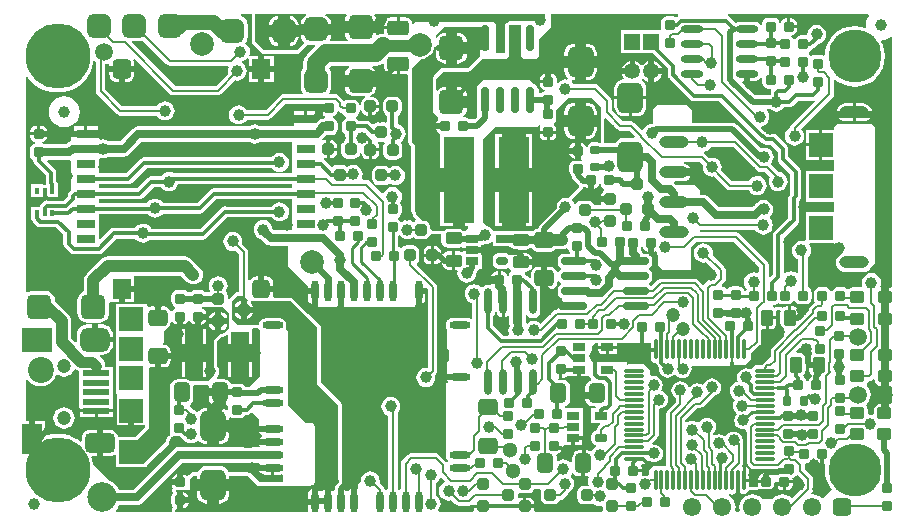
<source format=gtl>
G04 Layer_Physical_Order=1*
G04 Layer_Color=255*
%FSLAX44Y44*%
%MOMM*%
G71*
G01*
G75*
G04:AMPARAMS|DCode=10|XSize=2.6mm|YSize=2.2mm|CornerRadius=0.55mm|HoleSize=0mm|Usage=FLASHONLY|Rotation=90.000|XOffset=0mm|YOffset=0mm|HoleType=Round|Shape=RoundedRectangle|*
%AMROUNDEDRECTD10*
21,1,2.6000,1.1000,0,0,90.0*
21,1,1.5000,2.2000,0,0,90.0*
1,1,1.1000,0.5500,0.7500*
1,1,1.1000,0.5500,-0.7500*
1,1,1.1000,-0.5500,-0.7500*
1,1,1.1000,-0.5500,0.7500*
%
%ADD10ROUNDEDRECTD10*%
%ADD11R,0.4000X0.5000*%
G04:AMPARAMS|DCode=12|XSize=0.85mm|YSize=0.9mm|CornerRadius=0.2125mm|HoleSize=0mm|Usage=FLASHONLY|Rotation=270.000|XOffset=0mm|YOffset=0mm|HoleType=Round|Shape=RoundedRectangle|*
%AMROUNDEDRECTD12*
21,1,0.8500,0.4750,0,0,270.0*
21,1,0.4250,0.9000,0,0,270.0*
1,1,0.4250,-0.2375,-0.2125*
1,1,0.4250,-0.2375,0.2125*
1,1,0.4250,0.2375,0.2125*
1,1,0.4250,0.2375,-0.2125*
%
%ADD12ROUNDEDRECTD12*%
%ADD13R,1.5000X3.6000*%
G04:AMPARAMS|DCode=14|XSize=0.85mm|YSize=0.9mm|CornerRadius=0.2125mm|HoleSize=0mm|Usage=FLASHONLY|Rotation=0.000|XOffset=0mm|YOffset=0mm|HoleType=Round|Shape=RoundedRectangle|*
%AMROUNDEDRECTD14*
21,1,0.8500,0.4750,0,0,0.0*
21,1,0.4250,0.9000,0,0,0.0*
1,1,0.4250,0.2125,-0.2375*
1,1,0.4250,-0.2125,-0.2375*
1,1,0.4250,-0.2125,0.2375*
1,1,0.4250,0.2125,0.2375*
%
%ADD14ROUNDEDRECTD14*%
G04:AMPARAMS|DCode=15|XSize=0.96mm|YSize=1.02mm|CornerRadius=0.24mm|HoleSize=0mm|Usage=FLASHONLY|Rotation=270.000|XOffset=0mm|YOffset=0mm|HoleType=Round|Shape=RoundedRectangle|*
%AMROUNDEDRECTD15*
21,1,0.9600,0.5400,0,0,270.0*
21,1,0.4800,1.0200,0,0,270.0*
1,1,0.4800,-0.2700,-0.2400*
1,1,0.4800,-0.2700,0.2400*
1,1,0.4800,0.2700,0.2400*
1,1,0.4800,0.2700,-0.2400*
%
%ADD15ROUNDEDRECTD15*%
%ADD16C,1.0000*%
G04:AMPARAMS|DCode=17|XSize=1.034mm|YSize=1.42mm|CornerRadius=0.2585mm|HoleSize=0mm|Usage=FLASHONLY|Rotation=180.000|XOffset=0mm|YOffset=0mm|HoleType=Round|Shape=RoundedRectangle|*
%AMROUNDEDRECTD17*
21,1,1.0340,0.9030,0,0,180.0*
21,1,0.5170,1.4200,0,0,180.0*
1,1,0.5170,-0.2585,0.4515*
1,1,0.5170,0.2585,0.4515*
1,1,0.5170,0.2585,-0.4515*
1,1,0.5170,-0.2585,-0.4515*
%
%ADD17ROUNDEDRECTD17*%
G04:AMPARAMS|DCode=18|XSize=1.034mm|YSize=1.42mm|CornerRadius=0.2585mm|HoleSize=0mm|Usage=FLASHONLY|Rotation=90.000|XOffset=0mm|YOffset=0mm|HoleType=Round|Shape=RoundedRectangle|*
%AMROUNDEDRECTD18*
21,1,1.0340,0.9030,0,0,90.0*
21,1,0.5170,1.4200,0,0,90.0*
1,1,0.5170,0.4515,0.2585*
1,1,0.5170,0.4515,-0.2585*
1,1,0.5170,-0.4515,-0.2585*
1,1,0.5170,-0.4515,0.2585*
%
%ADD18ROUNDEDRECTD18*%
G04:AMPARAMS|DCode=19|XSize=1.25mm|YSize=1.84mm|CornerRadius=0.3125mm|HoleSize=0mm|Usage=FLASHONLY|Rotation=90.000|XOffset=0mm|YOffset=0mm|HoleType=Round|Shape=RoundedRectangle|*
%AMROUNDEDRECTD19*
21,1,1.2500,1.2150,0,0,90.0*
21,1,0.6250,1.8400,0,0,90.0*
1,1,0.6250,0.6075,0.3125*
1,1,0.6250,0.6075,-0.3125*
1,1,0.6250,-0.6075,-0.3125*
1,1,0.6250,-0.6075,0.3125*
%
%ADD19ROUNDEDRECTD19*%
%ADD20O,0.6000X1.8000*%
%ADD21O,1.8000X0.6000*%
%ADD22R,1.1000X0.6500*%
G04:AMPARAMS|DCode=23|XSize=0.65mm|YSize=1.1mm|CornerRadius=0.1625mm|HoleSize=0mm|Usage=FLASHONLY|Rotation=90.000|XOffset=0mm|YOffset=0mm|HoleType=Round|Shape=RoundedRectangle|*
%AMROUNDEDRECTD23*
21,1,0.6500,0.7750,0,0,90.0*
21,1,0.3250,1.1000,0,0,90.0*
1,1,0.3250,0.3875,0.1625*
1,1,0.3250,0.3875,-0.1625*
1,1,0.3250,-0.3875,-0.1625*
1,1,0.3250,-0.3875,0.1625*
%
%ADD23ROUNDEDRECTD23*%
G04:AMPARAMS|DCode=24|XSize=2.2mm|YSize=0.6mm|CornerRadius=0.15mm|HoleSize=0mm|Usage=FLASHONLY|Rotation=90.000|XOffset=0mm|YOffset=0mm|HoleType=Round|Shape=RoundedRectangle|*
%AMROUNDEDRECTD24*
21,1,2.2000,0.3000,0,0,90.0*
21,1,1.9000,0.6000,0,0,90.0*
1,1,0.3000,0.1500,0.9500*
1,1,0.3000,0.1500,-0.9500*
1,1,0.3000,-0.1500,-0.9500*
1,1,0.3000,-0.1500,0.9500*
%
%ADD24ROUNDEDRECTD24*%
G04:AMPARAMS|DCode=25|XSize=2.2mm|YSize=0.6mm|CornerRadius=0.15mm|HoleSize=0mm|Usage=FLASHONLY|Rotation=90.000|XOffset=0mm|YOffset=0mm|HoleType=Round|Shape=RoundedRectangle|*
%AMROUNDEDRECTD25*
21,1,2.2000,0.3000,0,0,90.0*
21,1,1.9000,0.6000,0,0,90.0*
1,1,0.3000,0.1500,0.9500*
1,1,0.3000,0.1500,-0.9500*
1,1,0.3000,-0.1500,-0.9500*
1,1,0.3000,-0.1500,0.9500*
%
%ADD25ROUNDEDRECTD25*%
G04:AMPARAMS|DCode=26|XSize=2.2mm|YSize=0.6mm|CornerRadius=0.15mm|HoleSize=0mm|Usage=FLASHONLY|Rotation=0.000|XOffset=0mm|YOffset=0mm|HoleType=Round|Shape=RoundedRectangle|*
%AMROUNDEDRECTD26*
21,1,2.2000,0.3000,0,0,0.0*
21,1,1.9000,0.6000,0,0,0.0*
1,1,0.3000,0.9500,-0.1500*
1,1,0.3000,-0.9500,-0.1500*
1,1,0.3000,-0.9500,0.1500*
1,1,0.3000,0.9500,0.1500*
%
%ADD26ROUNDEDRECTD26*%
G04:AMPARAMS|DCode=27|XSize=2.2mm|YSize=0.6mm|CornerRadius=0.15mm|HoleSize=0mm|Usage=FLASHONLY|Rotation=0.000|XOffset=0mm|YOffset=0mm|HoleType=Round|Shape=RoundedRectangle|*
%AMROUNDEDRECTD27*
21,1,2.2000,0.3000,0,0,0.0*
21,1,1.9000,0.6000,0,0,0.0*
1,1,0.3000,0.9500,-0.1500*
1,1,0.3000,-0.9500,-0.1500*
1,1,0.3000,-0.9500,0.1500*
1,1,0.3000,0.9500,0.1500*
%
%ADD27ROUNDEDRECTD27*%
%ADD28O,1.9000X0.6000*%
G04:AMPARAMS|DCode=29|XSize=0.8mm|YSize=0.75mm|CornerRadius=0.1875mm|HoleSize=0mm|Usage=FLASHONLY|Rotation=180.000|XOffset=0mm|YOffset=0mm|HoleType=Round|Shape=RoundedRectangle|*
%AMROUNDEDRECTD29*
21,1,0.8000,0.3750,0,0,180.0*
21,1,0.4250,0.7500,0,0,180.0*
1,1,0.3750,-0.2125,0.1875*
1,1,0.3750,0.2125,0.1875*
1,1,0.3750,0.2125,-0.1875*
1,1,0.3750,-0.2125,-0.1875*
%
%ADD29ROUNDEDRECTD29*%
G04:AMPARAMS|DCode=30|XSize=0.8mm|YSize=0.75mm|CornerRadius=0.1875mm|HoleSize=0mm|Usage=FLASHONLY|Rotation=90.000|XOffset=0mm|YOffset=0mm|HoleType=Round|Shape=RoundedRectangle|*
%AMROUNDEDRECTD30*
21,1,0.8000,0.3750,0,0,90.0*
21,1,0.4250,0.7500,0,0,90.0*
1,1,0.3750,0.1875,0.2125*
1,1,0.3750,0.1875,-0.2125*
1,1,0.3750,-0.1875,-0.2125*
1,1,0.3750,-0.1875,0.2125*
%
%ADD30ROUNDEDRECTD30*%
%ADD31R,2.6500X7.3000*%
%ADD32O,1.8000X0.3000*%
%ADD33O,0.3000X1.8000*%
G04:AMPARAMS|DCode=34|XSize=1.38mm|YSize=1.68mm|CornerRadius=0.345mm|HoleSize=0mm|Usage=FLASHONLY|Rotation=90.000|XOffset=0mm|YOffset=0mm|HoleType=Round|Shape=RoundedRectangle|*
%AMROUNDEDRECTD34*
21,1,1.3800,0.9900,0,0,90.0*
21,1,0.6900,1.6800,0,0,90.0*
1,1,0.6900,0.4950,0.3450*
1,1,0.6900,0.4950,-0.3450*
1,1,0.6900,-0.4950,-0.3450*
1,1,0.6900,-0.4950,0.3450*
%
%ADD34ROUNDEDRECTD34*%
G04:AMPARAMS|DCode=35|XSize=1.25mm|YSize=1.1mm|CornerRadius=0.275mm|HoleSize=0mm|Usage=FLASHONLY|Rotation=0.000|XOffset=0mm|YOffset=0mm|HoleType=Round|Shape=RoundedRectangle|*
%AMROUNDEDRECTD35*
21,1,1.2500,0.5500,0,0,0.0*
21,1,0.7000,1.1000,0,0,0.0*
1,1,0.5500,0.3500,-0.2750*
1,1,0.5500,-0.3500,-0.2750*
1,1,0.5500,-0.3500,0.2750*
1,1,0.5500,0.3500,0.2750*
%
%ADD35ROUNDEDRECTD35*%
G04:AMPARAMS|DCode=36|XSize=2mm|YSize=2mm|CornerRadius=0.5mm|HoleSize=0mm|Usage=FLASHONLY|Rotation=270.000|XOffset=0mm|YOffset=0mm|HoleType=Round|Shape=RoundedRectangle|*
%AMROUNDEDRECTD36*
21,1,2.0000,1.0000,0,0,270.0*
21,1,1.0000,2.0000,0,0,270.0*
1,1,1.0000,-0.5000,-0.5000*
1,1,1.0000,-0.5000,0.5000*
1,1,1.0000,0.5000,0.5000*
1,1,1.0000,0.5000,-0.5000*
%
%ADD36ROUNDEDRECTD36*%
G04:AMPARAMS|DCode=37|XSize=2.1mm|YSize=2.1mm|CornerRadius=0.525mm|HoleSize=0mm|Usage=FLASHONLY|Rotation=90.000|XOffset=0mm|YOffset=0mm|HoleType=Round|Shape=RoundedRectangle|*
%AMROUNDEDRECTD37*
21,1,2.1000,1.0500,0,0,90.0*
21,1,1.0500,2.1000,0,0,90.0*
1,1,1.0500,0.5250,0.5250*
1,1,1.0500,0.5250,-0.5250*
1,1,1.0500,-0.5250,-0.5250*
1,1,1.0500,-0.5250,0.5250*
%
%ADD37ROUNDEDRECTD37*%
G04:AMPARAMS|DCode=38|XSize=2mm|YSize=2mm|CornerRadius=0.5mm|HoleSize=0mm|Usage=FLASHONLY|Rotation=0.000|XOffset=0mm|YOffset=0mm|HoleType=Round|Shape=RoundedRectangle|*
%AMROUNDEDRECTD38*
21,1,2.0000,1.0000,0,0,0.0*
21,1,1.0000,2.0000,0,0,0.0*
1,1,1.0000,0.5000,-0.5000*
1,1,1.0000,-0.5000,-0.5000*
1,1,1.0000,-0.5000,0.5000*
1,1,1.0000,0.5000,0.5000*
%
%ADD38ROUNDEDRECTD38*%
G04:AMPARAMS|DCode=39|XSize=1.38mm|YSize=1.68mm|CornerRadius=0.345mm|HoleSize=0mm|Usage=FLASHONLY|Rotation=0.000|XOffset=0mm|YOffset=0mm|HoleType=Round|Shape=RoundedRectangle|*
%AMROUNDEDRECTD39*
21,1,1.3800,0.9900,0,0,0.0*
21,1,0.6900,1.6800,0,0,0.0*
1,1,0.6900,0.3450,-0.4950*
1,1,0.6900,-0.3450,-0.4950*
1,1,0.6900,-0.3450,0.4950*
1,1,0.6900,0.3450,0.4950*
%
%ADD39ROUNDEDRECTD39*%
G04:AMPARAMS|DCode=40|XSize=0.96mm|YSize=1.02mm|CornerRadius=0.24mm|HoleSize=0mm|Usage=FLASHONLY|Rotation=180.000|XOffset=0mm|YOffset=0mm|HoleType=Round|Shape=RoundedRectangle|*
%AMROUNDEDRECTD40*
21,1,0.9600,0.5400,0,0,180.0*
21,1,0.4800,1.0200,0,0,180.0*
1,1,0.4800,-0.2400,0.2700*
1,1,0.4800,0.2400,0.2700*
1,1,0.4800,0.2400,-0.2700*
1,1,0.4800,-0.2400,-0.2700*
%
%ADD40ROUNDEDRECTD40*%
%ADD41R,1.5000X0.8000*%
G04:AMPARAMS|DCode=42|XSize=1.6mm|YSize=1.5mm|CornerRadius=0.375mm|HoleSize=0mm|Usage=FLASHONLY|Rotation=270.000|XOffset=0mm|YOffset=0mm|HoleType=Round|Shape=RoundedRectangle|*
%AMROUNDEDRECTD42*
21,1,1.6000,0.7500,0,0,270.0*
21,1,0.8500,1.5000,0,0,270.0*
1,1,0.7500,-0.3750,-0.4250*
1,1,0.7500,-0.3750,0.4250*
1,1,0.7500,0.3750,0.4250*
1,1,0.7500,0.3750,-0.4250*
%
%ADD42ROUNDEDRECTD42*%
%ADD43R,1.6000X1.7000*%
G04:AMPARAMS|DCode=44|XSize=1.7mm|YSize=1.6mm|CornerRadius=0.4mm|HoleSize=0mm|Usage=FLASHONLY|Rotation=270.000|XOffset=0mm|YOffset=0mm|HoleType=Round|Shape=RoundedRectangle|*
%AMROUNDEDRECTD44*
21,1,1.7000,0.8000,0,0,270.0*
21,1,0.9000,1.6000,0,0,270.0*
1,1,0.8000,-0.4000,-0.4500*
1,1,0.8000,-0.4000,0.4500*
1,1,0.8000,0.4000,0.4500*
1,1,0.8000,0.4000,-0.4500*
%
%ADD44ROUNDEDRECTD44*%
%ADD45R,0.9906X0.6858*%
G04:AMPARAMS|DCode=46|XSize=0.9906mm|YSize=0.6858mm|CornerRadius=0.1714mm|HoleSize=0mm|Usage=FLASHONLY|Rotation=0.000|XOffset=0mm|YOffset=0mm|HoleType=Round|Shape=RoundedRectangle|*
%AMROUNDEDRECTD46*
21,1,0.9906,0.3429,0,0,0.0*
21,1,0.6477,0.6858,0,0,0.0*
1,1,0.3429,0.3239,-0.1714*
1,1,0.3429,-0.3239,-0.1714*
1,1,0.3429,-0.3239,0.1714*
1,1,0.3429,0.3239,0.1714*
%
%ADD46ROUNDEDRECTD46*%
%ADD47R,2.2500X0.5000*%
%ADD48R,1.7000X2.5400*%
G04:AMPARAMS|DCode=49|XSize=1.7mm|YSize=2.54mm|CornerRadius=0.425mm|HoleSize=0mm|Usage=FLASHONLY|Rotation=90.000|XOffset=0mm|YOffset=0mm|HoleType=Round|Shape=RoundedRectangle|*
%AMROUNDEDRECTD49*
21,1,1.7000,1.6900,0,0,90.0*
21,1,0.8500,2.5400,0,0,90.0*
1,1,0.8500,0.8450,0.4250*
1,1,0.8500,0.8450,-0.4250*
1,1,0.8500,-0.8450,-0.4250*
1,1,0.8500,-0.8450,0.4250*
%
%ADD49ROUNDEDRECTD49*%
%ADD50R,2.5400X2.0320*%
G04:AMPARAMS|DCode=51|XSize=2.032mm|YSize=2.54mm|CornerRadius=0.6096mm|HoleSize=0mm|Usage=FLASHONLY|Rotation=270.000|XOffset=0mm|YOffset=0mm|HoleType=Round|Shape=RoundedRectangle|*
%AMROUNDEDRECTD51*
21,1,2.0320,1.3208,0,0,270.0*
21,1,0.8128,2.5400,0,0,270.0*
1,1,1.2192,-0.6604,-0.4064*
1,1,1.2192,-0.6604,0.4064*
1,1,1.2192,0.6604,0.4064*
1,1,1.2192,0.6604,-0.4064*
%
%ADD51ROUNDEDRECTD51*%
%ADD52O,0.6000X2.2000*%
%ADD53O,2.5000X1.0000*%
G04:AMPARAMS|DCode=54|XSize=2.1mm|YSize=2.1mm|CornerRadius=0.525mm|HoleSize=0mm|Usage=FLASHONLY|Rotation=0.000|XOffset=0mm|YOffset=0mm|HoleType=Round|Shape=RoundedRectangle|*
%AMROUNDEDRECTD54*
21,1,2.1000,1.0500,0,0,0.0*
21,1,1.0500,2.1000,0,0,0.0*
1,1,1.0500,0.5250,-0.5250*
1,1,1.0500,-0.5250,-0.5250*
1,1,1.0500,-0.5250,0.5250*
1,1,1.0500,0.5250,0.5250*
%
%ADD54ROUNDEDRECTD54*%
%ADD55C,0.2000*%
%ADD56C,0.5000*%
%ADD57C,0.7000*%
%ADD58C,0.3000*%
%ADD59C,0.2500*%
%ADD60C,1.3000*%
%ADD61C,1.5000*%
%ADD62C,1.0000*%
%ADD63C,0.6000*%
%ADD64C,2.0000*%
%ADD65C,0.9000*%
%ADD66C,1.2000*%
%ADD67C,2.5000*%
%ADD68C,2.2000*%
%ADD69R,2.0000X2.0000*%
%ADD70R,2.0000X2.0000*%
%ADD71C,1.5000*%
%ADD72R,1.3500X1.3500*%
%ADD73C,1.3500*%
%ADD74C,2.0000*%
%ADD75C,1.3000*%
G04:AMPARAMS|DCode=76|XSize=1.6mm|YSize=1.5mm|CornerRadius=0.375mm|HoleSize=0mm|Usage=FLASHONLY|Rotation=180.000|XOffset=0mm|YOffset=0mm|HoleType=Round|Shape=RoundedRectangle|*
%AMROUNDEDRECTD76*
21,1,1.6000,0.7500,0,0,180.0*
21,1,0.8500,1.5000,0,0,180.0*
1,1,0.7500,-0.4250,0.3750*
1,1,0.7500,0.4250,0.3750*
1,1,0.7500,0.4250,-0.3750*
1,1,0.7500,-0.4250,-0.3750*
%
%ADD76ROUNDEDRECTD76*%
%ADD77O,1.6000X1.5000*%
%ADD78C,4.5000*%
%ADD79C,5.5000*%
G36*
X483150Y282869D02*
X484005D01*
X485825Y283231D01*
X487368Y284262D01*
X488399Y285805D01*
X488618Y286904D01*
X489913Y286904D01*
X490167Y285625D01*
X491300Y283930D01*
X492947Y282829D01*
X493084Y282055D01*
X493041Y281493D01*
X491534Y280487D01*
X490442Y278853D01*
X490058Y276925D01*
Y275795D01*
X497795D01*
Y273255D01*
X490058D01*
Y272125D01*
X490412Y270348D01*
X490288Y269911D01*
X489843Y269078D01*
X484077D01*
X483992Y269507D01*
X482798Y271293D01*
X481012Y272487D01*
X478905Y272906D01*
X473505D01*
X471398Y272487D01*
X469612Y271293D01*
X468902Y270231D01*
X467469Y270373D01*
X466988Y271535D01*
X465706Y273206D01*
X465664Y273838D01*
X473659Y281833D01*
X473752Y281973D01*
X473773Y281987D01*
X473803Y282031D01*
X473882Y282096D01*
X473975Y282209D01*
X474095Y282434D01*
X474194Y282554D01*
X474216Y282595D01*
X474245Y282693D01*
X474436Y282979D01*
X474466Y283128D01*
X474538Y283262D01*
X474566Y283551D01*
X474566Y283552D01*
X474571Y283604D01*
X474610Y283698D01*
X474639Y283842D01*
X474639Y283998D01*
X474669Y284150D01*
X474934Y284329D01*
X476392Y284262D01*
X477935Y283231D01*
X479755Y282869D01*
X480610D01*
Y290000D01*
X483150D01*
Y282869D01*
D02*
G37*
G36*
X228250Y295838D02*
X128730D01*
X128534Y295988D01*
X126588Y296794D01*
X124500Y297069D01*
X122412Y296794D01*
X120465Y295988D01*
X118794Y294706D01*
X117937Y293588D01*
X109500D01*
X107744Y293239D01*
X106256Y292244D01*
X97149Y283138D01*
X65320D01*
Y286662D01*
X89750D01*
X91506Y287011D01*
X92994Y288006D01*
X105400Y300412D01*
X211379D01*
X212044Y299544D01*
X213715Y298262D01*
X215662Y297456D01*
X217750Y297181D01*
X219838Y297456D01*
X221784Y298262D01*
X223456Y299544D01*
X224738Y301215D01*
X225544Y303162D01*
X225819Y305250D01*
X225544Y307339D01*
X224738Y309284D01*
X223456Y310956D01*
X221784Y312238D01*
X219838Y313044D01*
X217750Y313319D01*
X215662Y313044D01*
X213715Y312238D01*
X212044Y310956D01*
X210995Y309588D01*
X103500D01*
X101744Y309239D01*
X100256Y308244D01*
X87850Y295838D01*
X65320D01*
Y308265D01*
X66032Y308741D01*
X66590Y308932D01*
X68500Y308681D01*
X70588Y308956D01*
X72534Y309762D01*
X72967Y310094D01*
X85900D01*
X87597Y310317D01*
X89178Y310972D01*
X90536Y312014D01*
X101216Y322694D01*
X192403D01*
X192966Y322262D01*
X194912Y321456D01*
X197000Y321181D01*
X199088Y321456D01*
X201035Y322262D01*
X201728Y322794D01*
X228250D01*
Y295838D01*
D02*
G37*
G36*
Y283138D02*
X162300D01*
X160544Y282789D01*
X159056Y281794D01*
X148350Y271088D01*
X119063D01*
X118206Y272206D01*
X116535Y273488D01*
X114588Y274294D01*
X112500Y274569D01*
X110412Y274294D01*
X108465Y273488D01*
X106794Y272206D01*
X105512Y270534D01*
X105472Y270438D01*
X65320D01*
Y273962D01*
X99050D01*
X100806Y274311D01*
X102294Y275306D01*
X111400Y284412D01*
X117937D01*
X118794Y283294D01*
X120465Y282012D01*
X122412Y281206D01*
X124500Y280931D01*
X126588Y281206D01*
X128534Y282012D01*
X130206Y283294D01*
X131488Y284965D01*
X132191Y286662D01*
X228250D01*
Y283138D01*
D02*
G37*
G36*
X191210Y188790D02*
X190585Y187619D01*
X190245Y187687D01*
X190045D01*
Y182750D01*
X195262D01*
X194898Y184578D01*
X193806Y186212D01*
X193779Y186230D01*
X194164Y187500D01*
X227500D01*
X240000Y175000D01*
X250000Y165000D01*
Y160000D01*
Y117500D01*
X267500Y100000D01*
Y45000D01*
Y40000D01*
X267901Y34111D01*
X266020Y32230D01*
X264915Y30576D01*
X264527Y28625D01*
Y27425D01*
X263257Y27039D01*
X262619Y27994D01*
X261125Y28992D01*
Y18000D01*
X256125D01*
Y28992D01*
X254631Y27994D01*
X253889Y26883D01*
X252361D01*
X251619Y27994D01*
X250125Y28992D01*
Y18000D01*
X247625D01*
Y15500D01*
X241977D01*
Y12000D01*
X242309Y10329D01*
X241516Y9059D01*
X129750D01*
Y11327D01*
X131020Y12369D01*
X131500Y12273D01*
Y19130D01*
Y25986D01*
X131020Y25891D01*
X130919Y25900D01*
X130084Y27246D01*
X130218Y27586D01*
X130645Y27724D01*
X131625Y27529D01*
X136375D01*
X138180Y27888D01*
X138721Y28250D01*
X142000D01*
X142500Y28750D01*
Y37250D01*
X145250Y40000D01*
X147702D01*
X148141Y39500D01*
Y37000D01*
X161750D01*
X175359D01*
Y39500D01*
X175798Y40000D01*
X190325D01*
X190718Y39699D01*
X192141Y39109D01*
X200000Y31250D01*
X243750D01*
X244150Y31650D01*
X245000D01*
X245995Y31848D01*
X246838Y32412D01*
X247402Y33255D01*
X247600Y34250D01*
Y82250D01*
X247402Y83245D01*
X246838Y84088D01*
X245995Y84652D01*
X245000Y84850D01*
X240150D01*
X225000Y100000D01*
Y162500D01*
X223750Y163750D01*
Y168750D01*
X223418Y169082D01*
X223306Y169646D01*
X222090Y171465D01*
X220271Y172681D01*
X218125Y173108D01*
X206125D01*
X203979Y172681D01*
X202160Y171465D01*
X200944Y169646D01*
X200517Y167500D01*
X200246D01*
X200000Y167549D01*
X195766D01*
X195520Y167500D01*
X182500D01*
X177549Y172451D01*
Y177249D01*
X177500Y177495D01*
Y187500D01*
X182500Y192500D01*
X187500Y192500D01*
X191210Y188790D01*
D02*
G37*
G36*
X623792Y216941D02*
Y212140D01*
X622522Y211304D01*
X621338Y211794D01*
X619250Y212069D01*
X617162Y211794D01*
X615215Y210988D01*
X613544Y209706D01*
X612262Y208034D01*
X611456Y206088D01*
X611181Y204000D01*
X611456Y201912D01*
X612262Y199965D01*
X613544Y198294D01*
X613874Y198041D01*
X612927Y196625D01*
X612919Y196583D01*
X611284D01*
X611203Y196995D01*
X610070Y198690D01*
X608375Y199823D01*
X606375Y200220D01*
X601625D01*
X599625Y199823D01*
X597930Y198690D01*
X597514Y198067D01*
X595986D01*
X595570Y198690D01*
X593875Y199823D01*
X592666Y200063D01*
X592248Y201441D01*
X594662Y203856D01*
X595546Y205179D01*
X595857Y206740D01*
Y213781D01*
X595857Y213781D01*
X595546Y215342D01*
X594662Y216665D01*
X584587Y226740D01*
X584819Y228500D01*
X584544Y230588D01*
X583738Y232535D01*
X582456Y234206D01*
X580784Y235488D01*
X578838Y236294D01*
X576750Y236569D01*
X574662Y236294D01*
X572715Y235488D01*
X571044Y234206D01*
X569762Y232535D01*
X568956Y230588D01*
X568681Y228500D01*
X568956Y226412D01*
X569762Y224466D01*
X571044Y222794D01*
X572715Y221512D01*
X574662Y220706D01*
X576750Y220431D01*
X578838Y220706D01*
X579013Y220778D01*
X587700Y212092D01*
Y208429D01*
X585110Y205839D01*
X583010D01*
X581450Y205528D01*
X580126Y204644D01*
X580126Y204644D01*
X577616Y202134D01*
X577389Y201794D01*
X576125Y201670D01*
X572161Y205634D01*
X570838Y206518D01*
X569277Y206828D01*
X569277Y206828D01*
X540723D01*
X540723Y206828D01*
X539162Y206518D01*
X537839Y205634D01*
X537839Y205634D01*
X533023Y200818D01*
X532244Y200894D01*
X530840Y201833D01*
X530761Y202500D01*
X530840Y203167D01*
X532244Y204106D01*
X533239Y205594D01*
X533588Y207350D01*
Y210350D01*
X533239Y212106D01*
X532244Y213594D01*
X530840Y214533D01*
X530761Y215200D01*
X530840Y215867D01*
X532244Y216806D01*
X533239Y218294D01*
X533588Y220050D01*
Y223050D01*
X533239Y224806D01*
X532244Y226294D01*
X530756Y227289D01*
X529000Y227638D01*
X525873D01*
X525833Y227947D01*
X525178Y229528D01*
X524136Y230886D01*
X523686Y231336D01*
Y231782D01*
X524083Y232375D01*
X524337Y233654D01*
X525632Y233654D01*
X525851Y232555D01*
X526882Y231012D01*
X528425Y229981D01*
X530245Y229619D01*
X531100D01*
Y236750D01*
X533640D01*
Y229619D01*
X534495D01*
X536315Y229981D01*
X536958Y229786D01*
X537132Y229366D01*
X537500Y228886D01*
Y212000D01*
X566500D01*
Y233982D01*
X570439Y237922D01*
X602811D01*
X623792Y216941D01*
D02*
G37*
G36*
X736431Y410967D02*
Y340000D01*
Y270000D01*
Y200005D01*
X735161Y198962D01*
X734250Y199144D01*
X732020D01*
Y191000D01*
X729480D01*
Y199144D01*
X727250D01*
X727227Y199139D01*
X726314Y200252D01*
X726794Y201412D01*
X727069Y203500D01*
X726794Y205588D01*
X725988Y207535D01*
X724706Y209206D01*
X723035Y210488D01*
X721088Y211294D01*
X719000Y211569D01*
X716912Y211294D01*
X714966Y210488D01*
X713294Y209206D01*
X712012Y207535D01*
X711206Y205588D01*
X710931Y203500D01*
X711206Y201412D01*
X711474Y200763D01*
X711004Y200016D01*
X710576Y199613D01*
X703750D01*
X701507Y199166D01*
X700224Y198310D01*
X698690Y198320D01*
X696995Y199453D01*
X694995Y199850D01*
X690745D01*
X688745Y199453D01*
X687050Y198320D01*
X685917Y196625D01*
X685897Y196525D01*
X684603D01*
X684583Y196625D01*
X683450Y198320D01*
X681755Y199453D01*
X679755Y199850D01*
X675505D01*
X673505Y199453D01*
X671810Y198320D01*
X670677Y196625D01*
X670280Y194625D01*
Y189875D01*
X670677Y187875D01*
X671247Y187023D01*
X670291Y186384D01*
X670291Y186384D01*
X666996Y183089D01*
X666112Y181766D01*
X665802Y180205D01*
X665802Y180205D01*
Y179683D01*
X658759Y172640D01*
X657585Y173126D01*
Y178265D01*
X657188Y180265D01*
X656055Y181960D01*
X654360Y183093D01*
X652360Y183490D01*
X651045D01*
Y173750D01*
X648505D01*
Y183490D01*
X647190D01*
X645190Y183093D01*
X644654Y182735D01*
X643512Y182163D01*
X643139Y182413D01*
X642791Y182698D01*
X642646Y182742D01*
X642520Y182826D01*
X642079Y182914D01*
X641649Y183044D01*
X641498Y183029D01*
X641349Y183059D01*
X639191D01*
X639043Y183029D01*
X638891Y183044D01*
X638461Y182914D01*
X638021Y182826D01*
X637895Y182742D01*
X637749Y182698D01*
X637402Y182413D01*
X637279Y182330D01*
X635708Y183380D01*
X635826Y184406D01*
X635919Y184650D01*
X637245D01*
X639245Y185047D01*
X640812Y186095D01*
X642005Y185297D01*
X644005Y184900D01*
X648255D01*
X650255Y185297D01*
X651950Y186430D01*
X653083Y188125D01*
X653103Y188225D01*
X654397D01*
X654417Y188125D01*
X655550Y186430D01*
X657245Y185297D01*
X659245Y184900D01*
X663495D01*
X665495Y185297D01*
X667190Y186430D01*
X668323Y188125D01*
X668720Y190125D01*
Y194875D01*
X668323Y196875D01*
X667190Y198570D01*
X665495Y199703D01*
X665448Y199712D01*
Y225025D01*
X665488Y225056D01*
X666770Y226727D01*
X667576Y228673D01*
X667851Y230761D01*
X667576Y232850D01*
X666770Y234796D01*
X666053Y235730D01*
X666680Y237000D01*
X687750D01*
X694187Y230562D01*
X695084Y229604D01*
X694967Y228917D01*
X694652Y228207D01*
X692915Y227488D01*
X691244Y226206D01*
X689962Y224534D01*
X689156Y222588D01*
X688881Y220500D01*
X689156Y218412D01*
X689962Y216465D01*
X691244Y214794D01*
X692915Y213512D01*
X694862Y212706D01*
X696950Y212431D01*
X711950D01*
X714038Y212706D01*
X715984Y213512D01*
X717656Y214794D01*
X718847Y216347D01*
X722250Y219750D01*
X722250Y242875D01*
Y335125D01*
X719750Y337625D01*
X689875D01*
X687375Y335125D01*
Y332540D01*
X677520D01*
Y320000D01*
Y307460D01*
X687375D01*
Y298000D01*
X663250D01*
Y272000D01*
X687375D01*
Y263000D01*
X663250D01*
Y239127D01*
X662194Y238421D01*
X661871Y238555D01*
X659782Y238830D01*
X657694Y238555D01*
X655748Y237749D01*
X654077Y236467D01*
X652794Y234796D01*
X651988Y232850D01*
X651713Y230761D01*
X651988Y228673D01*
X652794Y226727D01*
X654077Y225056D01*
X655748Y223773D01*
X657292Y223134D01*
Y211857D01*
X656022Y211231D01*
X655034Y211988D01*
X653088Y212794D01*
X651000Y213069D01*
X648912Y212794D01*
X646965Y211988D01*
X645994Y211243D01*
X644724Y211869D01*
Y241486D01*
X656494Y253256D01*
X657489Y254744D01*
X657838Y256500D01*
Y272850D01*
X658244Y273256D01*
X659239Y274744D01*
X659588Y276500D01*
Y297250D01*
X659239Y299006D01*
X658244Y300494D01*
X648838Y309900D01*
Y316261D01*
X648489Y318016D01*
X647494Y319505D01*
X639005Y327994D01*
X637517Y328989D01*
X635761Y329338D01*
X631423D01*
X630130Y330630D01*
X629377Y331134D01*
X625807Y334704D01*
X626215Y335907D01*
X626588Y335956D01*
X628535Y336762D01*
X630206Y338044D01*
X631488Y339715D01*
X632294Y341662D01*
X632569Y343750D01*
X632294Y345838D01*
X631488Y347785D01*
X630270Y349372D01*
X630373Y349948D01*
X630608Y350642D01*
X632719D01*
X632794Y350544D01*
X634465Y349262D01*
X636412Y348456D01*
X638500Y348181D01*
X640588Y348456D01*
X642534Y349262D01*
X644206Y350544D01*
X645255Y351912D01*
X649500D01*
X651256Y352261D01*
X652744Y353256D01*
X656900Y357412D01*
X669250D01*
X670309Y357622D01*
X670934Y356452D01*
X651366Y336884D01*
X650482Y335561D01*
X650296Y334625D01*
X649966Y334488D01*
X648294Y333206D01*
X647012Y331535D01*
X646206Y329588D01*
X645931Y327500D01*
X646206Y325412D01*
X647012Y323465D01*
X648294Y321794D01*
X649966Y320512D01*
X651912Y319706D01*
X654000Y319431D01*
X656088Y319706D01*
X658035Y320512D01*
X659706Y321794D01*
X660988Y323465D01*
X661794Y325412D01*
X662069Y327500D01*
X661794Y329588D01*
X660988Y331535D01*
X659706Y333206D01*
X659676Y333658D01*
X686384Y360366D01*
X687268Y361689D01*
X687578Y363250D01*
X687578Y363250D01*
Y374824D01*
X688726Y375367D01*
X690764Y373695D01*
X695194Y371327D01*
X700001Y369869D01*
X705000Y369377D01*
X709999Y369869D01*
X714806Y371327D01*
X719236Y373695D01*
X723119Y376881D01*
X726305Y380764D01*
X728673Y385194D01*
X730131Y390001D01*
X730623Y395000D01*
X730131Y399999D01*
X728673Y404806D01*
X727281Y407410D01*
X728014Y408733D01*
X730645Y409080D01*
X733809Y410390D01*
X735292Y411529D01*
X736431Y410967D01*
D02*
G37*
G36*
X122116Y388366D02*
X122116Y388366D01*
X123439Y387482D01*
X125000Y387172D01*
X173990D01*
X174750Y385902D01*
X174206Y384588D01*
X173931Y382500D01*
X174199Y380466D01*
X163811Y370078D01*
X129439D01*
X92760Y406758D01*
X93246Y407931D01*
X100000D01*
X102088Y408206D01*
X102221Y408261D01*
X122116Y388366D01*
D02*
G37*
G36*
X615270Y374301D02*
X620500D01*
X622662Y374731D01*
X624494Y375956D01*
X625260Y377102D01*
X626530Y376716D01*
Y372625D01*
X626927Y370625D01*
X628060Y368930D01*
X629755Y367797D01*
X631755Y367400D01*
X633799D01*
X634398Y366280D01*
X634261Y366075D01*
X633912Y364319D01*
Y362813D01*
X632794Y361956D01*
X632719Y361858D01*
X620823D01*
X609552Y373128D01*
X610038Y374301D01*
X612730D01*
Y379950D01*
X615270D01*
Y374301D01*
D02*
G37*
G36*
X503616Y333116D02*
X503616Y333116D01*
X504939Y332232D01*
X506500Y331922D01*
X506500Y331922D01*
X513811D01*
X518486Y327247D01*
X518000Y326073D01*
X509500D01*
X507281Y325781D01*
X505213Y324925D01*
X503438Y323562D01*
X502075Y321787D01*
X501898Y321358D01*
X494120D01*
X493739Y321589D01*
X493056Y322497D01*
X493039Y322582D01*
X493045Y322628D01*
X493059Y322696D01*
Y332009D01*
X493019Y332206D01*
X493033Y332408D01*
X493021Y332500D01*
X493033Y332592D01*
X493019Y332794D01*
X493059Y332991D01*
Y341878D01*
X494329Y342404D01*
X503616Y333116D01*
D02*
G37*
G36*
X490000Y352500D02*
X490000Y342500D01*
Y332991D01*
X489935Y332500D01*
X490000Y332009D01*
Y322696D01*
X489983Y322639D01*
X489997Y322497D01*
X489080Y321580D01*
X488832Y321746D01*
X487125Y322086D01*
X482875D01*
X481168Y321746D01*
X479721Y320779D01*
X478754Y319332D01*
X478522Y318166D01*
X477227D01*
X477049Y319063D01*
X476018Y320606D01*
X474474Y321637D01*
X472779Y321975D01*
Y315118D01*
Y308262D01*
X473072Y308320D01*
X474168Y307398D01*
X473168Y306617D01*
X472654Y306719D01*
X467904D01*
X466100Y306360D01*
X464570Y305338D01*
X463548Y303808D01*
X463189Y302003D01*
Y297753D01*
X463548Y295949D01*
X464570Y294419D01*
X465215Y293988D01*
X465569Y292205D01*
X466675Y290551D01*
X471395Y285830D01*
X471809Y285554D01*
X471746Y285436D01*
X471709Y285063D01*
X471618Y284699D01*
X471628Y284626D01*
X471624Y284588D01*
X471639Y284439D01*
X471610Y284295D01*
Y284150D01*
X471518Y284037D01*
X471496Y283996D01*
X462205Y274705D01*
X461958Y274807D01*
X460000Y275065D01*
X458042Y274807D01*
X456218Y274051D01*
X454651Y272849D01*
X453449Y271282D01*
X452693Y269458D01*
X452435Y267500D01*
X452593Y266303D01*
X438395Y252105D01*
X437290Y250451D01*
X437126Y249626D01*
X436624Y249124D01*
X434728Y248747D01*
X432862Y247500D01*
X422500D01*
X398442Y247500D01*
X398320Y247794D01*
X397118Y249361D01*
X395551Y250563D01*
X393727Y251319D01*
X393674Y251326D01*
X390000Y255000D01*
Y325000D01*
X400000Y335000D01*
X436250D01*
X437920Y336670D01*
X438212Y336709D01*
X438386Y336552D01*
X438748Y335226D01*
X438481Y334825D01*
X438119Y333005D01*
Y332150D01*
X445250D01*
X452381D01*
Y333005D01*
X452019Y334825D01*
X450988Y336368D01*
X450180Y336908D01*
X449918Y338502D01*
X451750Y340500D01*
Y341844D01*
X451982Y342190D01*
X452341Y343995D01*
Y348245D01*
X452076Y349576D01*
X452500Y350000D01*
X460000Y357500D01*
X462500Y360000D01*
X482500D01*
X490000Y352500D01*
D02*
G37*
G36*
X174279Y178221D02*
X175000Y177249D01*
D01*
X175000Y177249D01*
Y165000D01*
X171638Y161638D01*
X170565Y160565D01*
X170565Y160565D01*
X170355Y160355D01*
X170354Y160354D01*
X170319Y160319D01*
X170278Y160292D01*
X170278Y160292D01*
X170278Y160291D01*
X170136Y160150D01*
X169969Y160038D01*
X169968Y160038D01*
X169817D01*
X169626Y160000D01*
X167500D01*
X166754Y159254D01*
X166753Y159254D01*
X163736Y156236D01*
X163736Y156236D01*
X163246Y155746D01*
X162626Y155126D01*
X162617Y155118D01*
Y155118D01*
X162500Y155000D01*
X162500Y153944D01*
X162500Y153944D01*
Y150492D01*
X162435Y150000D01*
X162500Y149508D01*
Y140492D01*
X162435Y140000D01*
X162500Y139508D01*
X162500Y139508D01*
X162500D01*
Y133013D01*
Y125000D01*
X157500Y120000D01*
X142408D01*
X140829Y121055D01*
X138507Y121517D01*
X131608D01*
X129286Y121055D01*
X127707Y120000D01*
X127500D01*
X125000Y117500D01*
Y110000D01*
Y102500D01*
Y92500D01*
Y74649D01*
X124982Y74510D01*
X124883Y74411D01*
X124151Y73849D01*
X123906Y73530D01*
X123906Y73530D01*
X122949Y72282D01*
X122193Y70458D01*
X122116Y69876D01*
X122085Y69782D01*
X122059Y69586D01*
X121919Y69446D01*
X121864Y69364D01*
X114169Y61669D01*
X114169Y61669D01*
X103337Y50837D01*
X103337Y50837D01*
X102500Y50000D01*
X82500D01*
Y57182D01*
X82500Y57182D01*
X82500Y57182D01*
Y70000D01*
X96233D01*
X96233Y70000D01*
X96233Y70000D01*
X97500D01*
X107500Y80000D01*
Y125000D01*
Y130962D01*
X108770Y132005D01*
X110050Y131750D01*
X112500D01*
Y141307D01*
X115000D01*
Y143807D01*
X126057D01*
Y144757D01*
X125592Y147095D01*
X124269Y149076D01*
X122287Y150400D01*
X120126Y150830D01*
X119568Y151787D01*
X119486Y151986D01*
X120000Y152500D01*
Y162008D01*
X120098Y162500D01*
Y162589D01*
X122561Y164831D01*
X124240Y165953D01*
X125555Y167921D01*
X126017Y170243D01*
X127194Y170614D01*
X127287Y170601D01*
X128262Y169142D01*
X129805Y168111D01*
X131500Y167773D01*
Y174630D01*
X136500D01*
Y167773D01*
X138195Y168111D01*
X139738Y169142D01*
X140705Y170588D01*
X141375Y170659D01*
X142045Y170588D01*
X143012Y169142D01*
X144555Y168111D01*
X146250Y167773D01*
Y174630D01*
X148750D01*
Y177130D01*
X155807D01*
X155519Y178575D01*
X154488Y180118D01*
X152945Y181149D01*
X152540Y181230D01*
X152665Y182500D01*
X162647D01*
X163255Y182379D01*
X168655D01*
X169263Y182500D01*
X170000D01*
X174279Y178221D01*
D02*
G37*
G36*
X678640Y50869D02*
X678806D01*
X679314Y50453D01*
X679783Y49824D01*
X679834Y49641D01*
X679377Y45000D01*
X679869Y40001D01*
X681327Y35194D01*
X683695Y30764D01*
X685755Y28255D01*
X678378Y20877D01*
X677110Y20961D01*
X677089Y20989D01*
X674895Y22672D01*
X672341Y23730D01*
X669600Y24091D01*
X668600D01*
X668338Y24056D01*
X667776Y25195D01*
X668384Y25802D01*
X668384Y25803D01*
X669268Y27126D01*
X669578Y28686D01*
Y37000D01*
X669578Y37000D01*
X669268Y38561D01*
X668384Y39884D01*
X662578Y45689D01*
Y49085D01*
X662578Y49085D01*
X662570Y49130D01*
X663612Y50400D01*
X664255D01*
X666255Y50797D01*
X667950Y51930D01*
X669083Y53625D01*
X669337Y54904D01*
X670632Y54904D01*
X670851Y53805D01*
X671882Y52262D01*
X673425Y51231D01*
X675245Y50869D01*
X676100D01*
Y58000D01*
X678640D01*
Y50869D01*
D02*
G37*
G36*
X457270Y122999D02*
X458375D01*
X460195Y123361D01*
X461738Y124392D01*
X461940Y124694D01*
X463210Y124308D01*
Y123960D01*
X469980D01*
Y129750D01*
X472520D01*
Y123960D01*
X479290D01*
Y123960D01*
X480498Y123810D01*
X480511Y123744D01*
X481506Y122256D01*
X482008Y121754D01*
X481639Y120538D01*
X480655Y120342D01*
X478674Y119018D01*
X477350Y117037D01*
X476885Y114700D01*
Y111020D01*
X486442D01*
Y108480D01*
X476885D01*
Y104800D01*
X477350Y102463D01*
X478674Y100482D01*
X480655Y99158D01*
X482993Y98693D01*
X484793D01*
X485512Y97423D01*
X485259Y97000D01*
X482000D01*
Y84500D01*
X489073D01*
X489559Y83327D01*
X487616Y81384D01*
X486732Y80061D01*
X486422Y78500D01*
X485441Y77855D01*
X484820Y77732D01*
X483291Y76709D01*
X482268Y75180D01*
X481909Y73375D01*
Y70125D01*
X482268Y68320D01*
X483291Y66791D01*
X484820Y65768D01*
X485677Y65598D01*
X485807Y64277D01*
X485239Y64042D01*
X483568Y62760D01*
X482286Y61089D01*
X481219Y60765D01*
X480730Y61092D01*
X478392Y61557D01*
X476213D01*
Y50500D01*
Y39443D01*
X478392D01*
X479179Y39599D01*
X479352Y39482D01*
X480030Y38473D01*
X479401Y36955D01*
X479126Y34867D01*
X479401Y32778D01*
X479532Y32462D01*
X478827Y31406D01*
X475505D01*
X473398Y30987D01*
X471612Y29793D01*
X470418Y28007D01*
X469999Y25900D01*
Y21100D01*
X470418Y18993D01*
X471612Y17207D01*
X473398Y16013D01*
X475505Y15594D01*
X480905D01*
X483012Y16013D01*
X483660Y16446D01*
X485052Y15379D01*
X486998Y14573D01*
X489086Y14298D01*
X490319Y14460D01*
X491589Y13457D01*
Y11575D01*
X491793Y10550D01*
X490987Y9569D01*
X434338D01*
X433295Y10839D01*
X433442Y11575D01*
Y12705D01*
X425705D01*
Y13975D01*
X424435D01*
Y21412D01*
X423005D01*
X421077Y21028D01*
X420958Y20949D01*
X419751Y21669D01*
Y24777D01*
X420804Y25476D01*
X421021Y25514D01*
X423005Y25119D01*
X428405D01*
X430512Y25538D01*
X432298Y26732D01*
X433492Y28518D01*
X433572Y28922D01*
X438708D01*
X439438Y27652D01*
X439089Y25900D01*
Y21100D01*
X439508Y18993D01*
X440702Y17207D01*
X442488Y16013D01*
X444595Y15594D01*
X449995D01*
X452102Y16013D01*
X453888Y17207D01*
X455082Y18993D01*
X455250Y19422D01*
X456811Y19732D01*
X458134Y20616D01*
X462156Y24639D01*
X462156Y24639D01*
X463040Y25962D01*
X463082Y26170D01*
X463307Y26264D01*
X464978Y27546D01*
X466260Y29217D01*
X467066Y31163D01*
X467341Y33252D01*
X467066Y35340D01*
X466260Y37286D01*
X464978Y38957D01*
X464746Y39135D01*
X464596Y40851D01*
X465260Y41718D01*
X465353Y41941D01*
X466617Y42066D01*
X467174Y41231D01*
X469155Y39908D01*
X471493Y39443D01*
X473672D01*
Y50500D01*
Y61557D01*
X471493D01*
X469155Y61092D01*
X467174Y59769D01*
X465850Y57787D01*
X465385Y55450D01*
Y51710D01*
X464115Y51279D01*
X463978Y51458D01*
X462307Y52740D01*
X460361Y53546D01*
X458272Y53821D01*
X456184Y53546D01*
X454238Y52740D01*
X453723Y52345D01*
X452584Y52907D01*
Y55450D01*
X452230Y57229D01*
X452805Y58361D01*
X453162Y58556D01*
X454695Y58861D01*
X456238Y59892D01*
X457269Y61435D01*
X457631Y63255D01*
Y65033D01*
X458460Y65960D01*
X465230D01*
Y71750D01*
X466500D01*
Y73020D01*
X474540D01*
Y75000D01*
X475000D01*
Y84500D01*
Y97000D01*
X460285D01*
X460001Y97425D01*
X460024Y98724D01*
X462158Y100150D01*
X463583Y102283D01*
X464084Y104800D01*
Y114700D01*
X463583Y117217D01*
X462158Y119350D01*
X460024Y120776D01*
X457508Y121276D01*
X454286D01*
X453897Y121649D01*
X453866Y121729D01*
X454730Y122992D01*
Y129880D01*
X457270D01*
Y122999D01*
D02*
G37*
G36*
X201583Y49674D02*
X200907Y48661D01*
X200729Y47770D01*
X212125D01*
Y46500D01*
X213395D01*
Y40851D01*
X218125D01*
X219620Y41149D01*
X220890Y40274D01*
Y34309D01*
X201267D01*
X194304Y41272D01*
X193311Y41935D01*
X192260Y42371D01*
X192187Y42427D01*
X191828Y42604D01*
X191496Y42826D01*
X191298Y42865D01*
X191117Y42955D01*
X190718Y42981D01*
X190325Y43059D01*
X175798D01*
X175698Y43039D01*
X175598Y43052D01*
X175117Y42923D01*
X175039Y42908D01*
X174675Y43787D01*
X173312Y45562D01*
X171537Y46925D01*
X169469Y47781D01*
X167250Y48073D01*
X156250D01*
X154031Y47781D01*
X151963Y46925D01*
X150188Y45562D01*
X148825Y43787D01*
X148461Y42908D01*
X148384Y42923D01*
X147902Y43052D01*
X147802Y43039D01*
X147702Y43059D01*
X145250D01*
X144079Y42826D01*
X143087Y42163D01*
X143087Y42163D01*
X141072Y40148D01*
X139738Y39858D01*
X138195Y40889D01*
X136500Y41227D01*
Y34370D01*
X134000D01*
Y31870D01*
X126943D01*
X127231Y30425D01*
X127865Y29475D01*
X127773Y29332D01*
X127494Y28979D01*
X127453Y28833D01*
X127371Y28705D01*
X127237Y28365D01*
X127198Y28146D01*
X127106Y27943D01*
X127093Y27564D01*
X127025Y27190D01*
X127073Y26973D01*
X127065Y26751D01*
X127199Y26395D01*
X127280Y26024D01*
X127407Y25842D01*
X127485Y25633D01*
X127919Y24933D01*
X126797Y23255D01*
X126400Y21255D01*
Y17005D01*
X126797Y15005D01*
X127044Y14637D01*
X127587Y13490D01*
X127337Y13116D01*
X127052Y12769D01*
X127008Y12623D01*
X126924Y12497D01*
X126836Y12057D01*
X126706Y11626D01*
X126721Y11475D01*
X126691Y11327D01*
Y9569D01*
X79784D01*
X79302Y10839D01*
X80950Y12847D01*
X82071Y14944D01*
X97000D01*
X98697Y15167D01*
X100278Y15822D01*
X101636Y16864D01*
X135716Y50944D01*
X200904D01*
X201583Y49674D01*
D02*
G37*
G36*
X357806Y35427D02*
X357558Y34181D01*
X356984Y33943D01*
X355312Y32661D01*
X354030Y30990D01*
X353224Y29044D01*
X352949Y26955D01*
X353224Y24867D01*
X354030Y22921D01*
X355312Y21250D01*
X356984Y19967D01*
X358930Y19161D01*
X361018Y18886D01*
X363092Y19159D01*
X366634Y15618D01*
X366634Y15618D01*
X367957Y14733D01*
X369518Y14423D01*
X369518Y14423D01*
X378251D01*
X378251Y14423D01*
X379812Y14733D01*
X380948Y15493D01*
X381618Y15299D01*
X381701Y15245D01*
X389955D01*
Y12705D01*
X382218D01*
Y11575D01*
X382365Y10839D01*
X381323Y9569D01*
X352628D01*
X352198Y10839D01*
X353255Y12216D01*
X354061Y14162D01*
X354336Y16251D01*
X354061Y18339D01*
X353255Y20285D01*
X351973Y21957D01*
X350345Y23205D01*
Y33559D01*
X351956Y34794D01*
X353238Y36465D01*
X353745Y37691D01*
X355217Y38015D01*
X357806Y35427D01*
D02*
G37*
G36*
X661422Y35311D02*
Y30376D01*
X652013Y20967D01*
X651689Y20989D01*
X649495Y22672D01*
X646941Y23730D01*
X644200Y24091D01*
X643200D01*
X640459Y23730D01*
X637905Y22672D01*
X635711Y20989D01*
X634953Y20000D01*
X627047D01*
X626289Y20989D01*
X624095Y22672D01*
X621541Y23730D01*
X618800Y24091D01*
X617800D01*
X615059Y23730D01*
X612505Y22672D01*
X610311Y20989D01*
X608628Y18795D01*
X607570Y16241D01*
X607209Y13500D01*
X607560Y10839D01*
X607538Y10493D01*
X606920Y9569D01*
X604280D01*
X603662Y10493D01*
X603640Y10839D01*
X603991Y13500D01*
X603630Y16241D01*
X602572Y18795D01*
X600889Y20989D01*
X598695Y22672D01*
X598583Y22718D01*
X598425Y23944D01*
X598490Y24131D01*
X599244Y24428D01*
X599494Y24261D01*
X601250Y23912D01*
X603006Y24261D01*
X604164Y25035D01*
X604674Y24694D01*
X604980Y24634D01*
Y25982D01*
X605489Y26744D01*
X605839Y28500D01*
Y36000D01*
X606661D01*
Y28500D01*
X607011Y26744D01*
X607520Y25982D01*
Y24634D01*
X607826Y24694D01*
X608336Y25035D01*
X609494Y24261D01*
X611250Y23912D01*
X613006Y24261D01*
X614494Y25256D01*
X615489Y26744D01*
X616321Y27520D01*
X622243D01*
X622539Y27578D01*
X622840D01*
X624097Y27828D01*
X624583Y28030D01*
X625038Y28194D01*
X626005Y27547D01*
X628005Y27150D01*
X632255D01*
X634255Y27547D01*
X635950Y28680D01*
X637083Y30375D01*
X637337Y31654D01*
X638632Y31654D01*
X638851Y30555D01*
X639882Y29012D01*
X641425Y27981D01*
X643245Y27619D01*
X644100D01*
Y34750D01*
X645370D01*
Y36020D01*
X652251D01*
Y37125D01*
X652070Y38035D01*
X652896Y38199D01*
X654715Y39415D01*
X654906Y39701D01*
X655070Y39810D01*
X655256Y40088D01*
X656520Y40213D01*
X661422Y35311D01*
D02*
G37*
G36*
X642155Y179018D02*
X642005Y178265D01*
Y169235D01*
X642400Y167251D01*
X643524Y165569D01*
X645000Y164583D01*
Y158503D01*
X634727Y148229D01*
X633953Y147071D01*
X633681Y145706D01*
Y141681D01*
X626000Y134000D01*
X621000D01*
X618919Y131919D01*
X618866Y131884D01*
X618830Y131831D01*
X617000Y130000D01*
X615962D01*
X614708Y130520D01*
X612750Y130777D01*
X610792Y130520D01*
X608968Y129764D01*
X607401Y128562D01*
X606199Y126995D01*
X605443Y125171D01*
X605185Y123213D01*
X605443Y121255D01*
X605756Y120499D01*
X604956Y119113D01*
X604572Y119062D01*
X602747Y118307D01*
X601180Y117105D01*
X599978Y115538D01*
X599223Y113713D01*
X598965Y111756D01*
X599223Y109798D01*
X599978Y107973D01*
X601180Y106406D01*
X602747Y105204D01*
X602950Y105120D01*
X603364Y103574D01*
X602949Y103032D01*
X602193Y101208D01*
X601935Y99250D01*
X602193Y97292D01*
X602949Y95468D01*
X604151Y93901D01*
X604782Y93417D01*
X605151Y92099D01*
X603949Y90532D01*
X603193Y88708D01*
X602935Y86750D01*
X603193Y84792D01*
X603949Y82968D01*
X605151Y81401D01*
X606718Y80199D01*
X608542Y79443D01*
X610500Y79185D01*
X611911Y79371D01*
X613181Y78506D01*
Y51929D01*
X613453Y50563D01*
X614227Y49406D01*
X617156Y46477D01*
X618313Y45703D01*
X619679Y45431D01*
X635000D01*
Y42313D01*
X633730Y41588D01*
X632255Y41881D01*
X631400D01*
Y34750D01*
X630130D01*
Y33480D01*
X623249D01*
Y32375D01*
X623325Y31990D01*
X623500Y30828D01*
X622243Y30578D01*
X616321D01*
X615369Y31360D01*
Y34730D01*
X611250D01*
Y36000D01*
X610329D01*
Y43500D01*
X610018Y45061D01*
X609980Y45118D01*
Y48024D01*
X609604Y48587D01*
X610047Y49250D01*
X610318Y50615D01*
Y67250D01*
X610047Y68616D01*
X609961Y68744D01*
X610094Y69753D01*
X609836Y71711D01*
X609081Y73536D01*
X607878Y75103D01*
X606312Y76305D01*
X604487Y77060D01*
X602529Y77318D01*
X600572Y77060D01*
X598747Y76305D01*
X597180Y75103D01*
X596151Y73761D01*
X595959Y73535D01*
X594575Y73468D01*
X593811Y74054D01*
X591987Y74810D01*
X590029Y75068D01*
X588071Y74810D01*
X586367Y74105D01*
X585432Y74444D01*
X585097Y74608D01*
Y76132D01*
X585127Y76155D01*
X586329Y77722D01*
X587085Y79546D01*
X587343Y81504D01*
X587085Y83462D01*
X586329Y85286D01*
X585127Y86853D01*
X583561Y88055D01*
X581736Y88811D01*
X579778Y89069D01*
X577820Y88811D01*
X575996Y88055D01*
X574429Y86853D01*
X573327Y85416D01*
X573115Y85267D01*
X571746Y85029D01*
X571060Y85555D01*
X569235Y86311D01*
X567278Y86569D01*
X565320Y86311D01*
X563495Y85555D01*
X562866Y85072D01*
X561596Y85699D01*
Y87479D01*
X563773Y89656D01*
X563916Y89870D01*
X571478Y97431D01*
X574043D01*
X575409Y97703D01*
X576567Y98477D01*
X585469Y107379D01*
X585958Y107443D01*
X587782Y108199D01*
X589349Y109401D01*
X590551Y110968D01*
X591307Y112792D01*
X591565Y114750D01*
X591307Y116708D01*
X590551Y118532D01*
X589349Y120099D01*
X587782Y121301D01*
X585958Y122057D01*
X584000Y122315D01*
X582042Y122057D01*
X580218Y121301D01*
X578651Y120099D01*
X577449Y118532D01*
X577014Y117483D01*
X575520Y117028D01*
X575282Y117211D01*
X573458Y117966D01*
X571500Y118224D01*
X569542Y117966D01*
X567718Y117211D01*
X566151Y116008D01*
X565543Y115217D01*
X564089Y115408D01*
X563828Y116038D01*
X562626Y117605D01*
X561059Y118807D01*
X559235Y119562D01*
X557277Y119820D01*
X555319Y119562D01*
X553495Y118807D01*
X551928Y117605D01*
X550726Y116038D01*
X549970Y114213D01*
X549712Y112255D01*
X549970Y110298D01*
X550726Y108473D01*
X551928Y106906D01*
X553495Y105704D01*
X553709Y105616D01*
Y102483D01*
X549727Y98501D01*
X549584Y98287D01*
X546503Y95206D01*
X545729Y94049D01*
X545457Y92683D01*
Y47974D01*
X544261Y47974D01*
X533974D01*
X530610Y44610D01*
Y40137D01*
X529340Y39827D01*
X527526Y40066D01*
X525568Y39808D01*
X525423Y39748D01*
X524310Y40662D01*
X524501Y41625D01*
Y42730D01*
X517620D01*
Y45270D01*
X524501D01*
Y46375D01*
X524139Y48195D01*
X523862Y48611D01*
X524540Y49881D01*
X525750D01*
X527326Y50194D01*
X528663Y51087D01*
X529312Y52060D01*
X530775Y52539D01*
X531218Y52199D01*
X533042Y51443D01*
X535000Y51185D01*
X536958Y51443D01*
X538782Y52199D01*
X540349Y53401D01*
X541551Y54968D01*
X542307Y56792D01*
X542565Y58750D01*
X542307Y60708D01*
X541551Y62532D01*
X540349Y64099D01*
X538782Y65301D01*
X536958Y66057D01*
X535000Y66315D01*
X533742Y66149D01*
X533149Y67352D01*
X537773Y71977D01*
X538547Y73134D01*
X538819Y74500D01*
Y96289D01*
X539276Y96690D01*
X541234Y96948D01*
X543059Y97704D01*
X544625Y98906D01*
X545827Y100473D01*
X546583Y102297D01*
X546841Y104255D01*
X546583Y106213D01*
X545827Y108037D01*
X544625Y109604D01*
X543059Y110806D01*
X541698Y111370D01*
X541145Y112735D01*
X541327Y112973D01*
X542083Y114798D01*
X542341Y116756D01*
X542083Y118714D01*
X541327Y120538D01*
X540125Y122105D01*
X538558Y123307D01*
X536734Y124063D01*
X534776Y124320D01*
X533270Y124122D01*
X532000Y124945D01*
Y129000D01*
X526811Y134189D01*
X512500D01*
X512551Y134153D01*
X512500Y134028D01*
Y136250D01*
X482500D01*
Y150000D01*
X484681Y152181D01*
X487210D01*
Y150020D01*
X495250D01*
X503290D01*
Y152181D01*
X507564D01*
X508929Y152453D01*
X509000Y152500D01*
X532131D01*
Y148270D01*
X536250D01*
Y145730D01*
X532131D01*
Y139500D01*
X532444Y137924D01*
X533337Y136587D01*
X534674Y135694D01*
X536250Y135381D01*
X536911Y135512D01*
X537455Y134326D01*
X537482Y134189D01*
X538366Y132866D01*
X539133Y132099D01*
X538923Y130500D01*
X539181Y128542D01*
X539936Y126718D01*
X541138Y125151D01*
X542705Y123949D01*
X544530Y123193D01*
X546488Y122935D01*
X548446Y123193D01*
X550270Y123949D01*
X551837Y125151D01*
X552153Y125563D01*
X553423Y125563D01*
X553918Y124918D01*
X555484Y123716D01*
X557309Y122960D01*
X559267Y122702D01*
X561225Y122960D01*
X563049Y123716D01*
X564616Y124918D01*
X565818Y126484D01*
X566574Y128309D01*
X566832Y130267D01*
X566639Y131730D01*
X567481Y133000D01*
X599000D01*
X600000Y134000D01*
Y134629D01*
X600982Y135434D01*
X601250Y135381D01*
X602707Y135671D01*
X602911Y135639D01*
X603030Y135562D01*
X603047Y134033D01*
X603000Y134000D01*
X612000D01*
X617116Y139116D01*
Y143701D01*
X617930Y144247D01*
X618273Y144477D01*
X624393Y150597D01*
X625167Y151754D01*
X625439Y153120D01*
Y163465D01*
X626709Y164294D01*
X628140Y164010D01*
X629455D01*
Y173750D01*
X630725D01*
Y175020D01*
X638535D01*
Y178265D01*
X638386Y179018D01*
X639191Y180000D01*
X641349D01*
X642155Y179018D01*
D02*
G37*
G36*
X408420Y174104D02*
X409312Y174282D01*
X411024Y175426D01*
X412294Y175115D01*
Y170350D01*
X412517Y168653D01*
X413044Y167383D01*
X412783Y167043D01*
X411976Y165096D01*
X411702Y163008D01*
X411976Y160919D01*
X412416Y159858D01*
X411567Y158588D01*
X407650D01*
X399038Y167201D01*
Y175567D01*
X400102Y177159D01*
X400387Y178593D01*
X401682D01*
X401931Y177338D01*
X403156Y175506D01*
X404988Y174282D01*
X405880Y174104D01*
Y187500D01*
X408420D01*
Y174104D01*
D02*
G37*
G36*
X201500Y163500D02*
Y139250D01*
X201419Y123919D01*
X192500Y115000D01*
X188491D01*
X188482Y115050D01*
X187459Y116579D01*
X185930Y117602D01*
X184125Y117961D01*
X179375D01*
X177570Y117602D01*
X176201Y118214D01*
X175182Y119740D01*
X173214Y121055D01*
X170893Y121517D01*
X165984D01*
X165000Y122500D01*
Y123424D01*
X165801Y124468D01*
X166557Y126292D01*
X166815Y128250D01*
X166557Y130208D01*
X165801Y132032D01*
X165049Y133013D01*
Y139508D01*
X165016Y139673D01*
X165027Y139841D01*
X165006Y140000D01*
X165027Y140159D01*
X165016Y140327D01*
X165049Y140492D01*
Y149508D01*
X165016Y149673D01*
X165027Y149841D01*
X165006Y150000D01*
X165027Y150159D01*
X165016Y150327D01*
X165049Y150492D01*
Y153944D01*
X165538Y154433D01*
X165538Y154433D01*
X168556Y157451D01*
X169626D01*
X169817Y157489D01*
X169968D01*
X170024Y157500D01*
X170123D01*
X170314Y157538D01*
X170315Y157538D01*
X170465Y157538D01*
X170697Y157634D01*
X170944Y157683D01*
X171112Y157795D01*
X171112Y157795D01*
X171153Y157823D01*
X171384Y157918D01*
X171552Y158030D01*
X171694Y158172D01*
X171734Y158199D01*
X171770Y158235D01*
X171771Y158236D01*
X171771Y158236D01*
X171781Y158242D01*
X171781Y158242D01*
X171782Y158243D01*
X171782Y158243D01*
X171939Y158348D01*
X172080Y158489D01*
X172080Y158489D01*
X172081Y158490D01*
X172121Y158517D01*
X172156Y158552D01*
X172157Y158553D01*
X172367Y158763D01*
X172367Y158763D01*
X172368Y158763D01*
X173440Y159835D01*
X173440Y159835D01*
X173537Y159932D01*
X174710Y159446D01*
Y151250D01*
X194790D01*
Y164290D01*
X195766Y165000D01*
X200000D01*
X201500Y163500D01*
D02*
G37*
G36*
X732020Y115856D02*
X734250D01*
X735161Y116038D01*
X736431Y114995D01*
Y101315D01*
X735161Y100563D01*
X733500Y100894D01*
X731270D01*
Y92750D01*
X728730D01*
Y100894D01*
X726500D01*
X724436Y100483D01*
X722686Y99314D01*
X721517Y97564D01*
X721106Y95500D01*
Y92456D01*
X719836Y91610D01*
X718250Y91819D01*
X717133Y91672D01*
X715863Y92726D01*
Y95500D01*
X715416Y97744D01*
X714146Y99646D01*
X714129Y100160D01*
X715239Y101011D01*
X716922Y103205D01*
X717980Y105759D01*
X718341Y108500D01*
X717980Y111241D01*
X716922Y113795D01*
X715331Y115868D01*
X714895Y117105D01*
X716166Y119007D01*
X716177Y119060D01*
X717000Y119922D01*
X718561Y120232D01*
X719884Y121116D01*
X720586Y121819D01*
X721856Y121293D01*
Y121250D01*
X722267Y119186D01*
X723436Y117436D01*
X725186Y116267D01*
X727250Y115856D01*
X729480D01*
Y124000D01*
X732020D01*
Y115856D01*
D02*
G37*
G36*
X668272Y150369D02*
X668150Y149755D01*
Y145505D01*
X668547Y143505D01*
X669091Y142692D01*
X667995Y141960D01*
X666862Y140265D01*
X666465Y138265D01*
Y135020D01*
X674275D01*
Y132480D01*
X666465D01*
Y129235D01*
X666862Y127235D01*
X667995Y125540D01*
X668931Y124915D01*
X668663Y123567D01*
X668425Y123519D01*
X666882Y122488D01*
X665851Y120945D01*
X665632Y119846D01*
X664337Y119846D01*
X664083Y121125D01*
X662950Y122820D01*
X661749Y123623D01*
X661545Y125014D01*
X661836Y125209D01*
X663071Y127056D01*
X663504Y129235D01*
Y138265D01*
X663071Y140444D01*
X661836Y142292D01*
X659989Y143526D01*
X657810Y143959D01*
X655658D01*
X655173Y145133D01*
X657781Y147741D01*
X658342Y148116D01*
X661577Y151351D01*
X667466D01*
X668272Y150369D01*
D02*
G37*
G36*
X395000Y417500D02*
Y400000D01*
X387500D01*
Y395000D01*
X387163Y394663D01*
X387163Y394663D01*
X387163Y394663D01*
X385000Y392501D01*
X377713Y385213D01*
X377477Y385055D01*
X377199Y385000D01*
X355000D01*
X348396Y378396D01*
X348396Y378396D01*
X348396Y378396D01*
X347500Y377500D01*
Y376233D01*
X347500Y376233D01*
X347500Y376233D01*
X347500Y376233D01*
X347500D01*
Y362500D01*
X347500Y347500D01*
X351898Y343102D01*
X352131Y341796D01*
X351953Y341456D01*
X351111Y340195D01*
X350773Y338500D01*
X357630D01*
Y333500D01*
X350773D01*
X351111Y331805D01*
X352142Y330262D01*
X353685Y329231D01*
X353960Y329176D01*
Y295500D01*
X369750D01*
Y290500D01*
X374750D01*
Y251460D01*
X377500D01*
Y250000D01*
X375000Y247500D01*
X373096D01*
X371749Y248400D01*
X369765Y248795D01*
X360735D01*
X358751Y248400D01*
X357404Y247500D01*
X347801D01*
X347425Y247575D01*
X345146Y249854D01*
Y250995D01*
X344766Y252907D01*
X343683Y254528D01*
X342062Y255611D01*
X340150Y255991D01*
X339009D01*
X335534Y259466D01*
X335534Y259466D01*
X333424Y261576D01*
X333369Y261658D01*
X333229Y261798D01*
X333203Y261994D01*
X333172Y262088D01*
X333057Y262958D01*
X332615Y264024D01*
X332500Y264604D01*
Y318733D01*
X332500Y318733D01*
X332500Y318733D01*
Y320000D01*
X330213Y322287D01*
X330055Y322523D01*
X330000Y322801D01*
Y379159D01*
X330000Y379159D01*
X330000Y379159D01*
Y385000D01*
X337489Y392490D01*
X340013Y392822D01*
X343054Y394081D01*
X345665Y396085D01*
X347669Y398696D01*
X348928Y401737D01*
X349123Y403214D01*
X350393Y403131D01*
Y396720D01*
X350661Y394686D01*
X351445Y392791D01*
X352694Y391164D01*
X354321Y389916D01*
X356216Y389131D01*
X358250Y388863D01*
X358500D01*
Y401970D01*
Y415077D01*
X358250D01*
X356216Y414809D01*
X354321Y414025D01*
X352694Y412776D01*
X351445Y411149D01*
X351270Y410725D01*
X350000Y410978D01*
Y412500D01*
X357500Y420000D01*
X395000D01*
Y417500D01*
D02*
G37*
G36*
X442500Y425000D02*
X412000D01*
X410337Y423337D01*
X410337Y423337D01*
X410337Y423337D01*
X409000Y422000D01*
Y399000D01*
X408000Y398000D01*
X402000D01*
X401000Y399000D01*
Y422000D01*
X399000Y424000D01*
X333000D01*
X331281Y422281D01*
X330013Y422809D01*
X329661Y424575D01*
X328409Y426449D01*
X326535Y427701D01*
X324325Y428141D01*
X319520D01*
Y419240D01*
X318250D01*
Y417970D01*
X306399D01*
Y416115D01*
X306619Y415010D01*
X306093Y414449D01*
X305513Y414058D01*
X303118Y413743D01*
X300685Y412735D01*
X300620Y412685D01*
X299430Y413372D01*
X299607Y414720D01*
Y414970D01*
X286500D01*
X273393D01*
Y414720D01*
X273661Y412686D01*
X274445Y410791D01*
X275694Y409164D01*
X275770Y409106D01*
X275338Y407836D01*
X260884D01*
X260402Y409106D01*
X261096Y410782D01*
X261355Y412750D01*
Y412750D01*
X248750D01*
X236145D01*
Y412750D01*
X236404Y410782D01*
X237164Y408947D01*
X238372Y407372D01*
X238620Y406332D01*
X238305Y405900D01*
X238277Y405841D01*
X238232Y405796D01*
X238102Y405602D01*
X232713Y400213D01*
X232477Y400055D01*
X232199Y400000D01*
X205301D01*
X205023Y400055D01*
X204787Y400213D01*
X197713Y407287D01*
X197555Y407523D01*
X197500Y407801D01*
Y430431D01*
X198650Y430941D01*
X240504D01*
X240756Y429671D01*
X239947Y429336D01*
X238372Y428128D01*
X237164Y426553D01*
X236404Y424718D01*
X236145Y422750D01*
D01*
X248750D01*
X261355D01*
X261096Y424718D01*
X260336Y426553D01*
X259128Y428128D01*
X257553Y429336D01*
X256744Y429671D01*
X256996Y430941D01*
X274220D01*
X274846Y429671D01*
X274445Y429149D01*
X273661Y427254D01*
X273393Y425220D01*
Y424970D01*
X286500D01*
X299607D01*
Y425220D01*
X299340Y427254D01*
X298554Y429149D01*
X298153Y429671D01*
X298780Y430941D01*
X442500D01*
Y425000D01*
D02*
G37*
G36*
X306399Y388390D02*
Y385635D01*
X306839Y383425D01*
X308091Y381551D01*
X309965Y380299D01*
X312175Y379859D01*
X316980D01*
Y388760D01*
X319520D01*
Y379859D01*
X324325D01*
X325671Y380127D01*
X326941Y379159D01*
Y322801D01*
X327000Y322506D01*
X327000Y322204D01*
X327055Y321926D01*
X327171Y321648D01*
X327174Y321631D01*
X327184Y321616D01*
X327321Y321286D01*
X327384Y321134D01*
X327387Y321116D01*
X327397Y321102D01*
X327512Y320824D01*
X327670Y320588D01*
X327883Y320375D01*
X328050Y320124D01*
X329441Y318733D01*
Y264604D01*
X329500Y264308D01*
Y264007D01*
X329615Y263427D01*
X329731Y263149D01*
X329789Y262854D01*
X330077Y262159D01*
X330139Y261688D01*
X330171Y261595D01*
X330196Y261399D01*
X330262Y261207D01*
X330275Y261105D01*
X330307Y261011D01*
X330337Y260958D01*
X330403Y260628D01*
X330515Y260460D01*
X330580Y260269D01*
X330802Y260015D01*
X330826Y259959D01*
X330881Y259877D01*
X330954Y259804D01*
X331066Y259635D01*
X331206Y259495D01*
X331261Y259413D01*
X333289Y257386D01*
X333276Y256969D01*
X332975Y255903D01*
X331457Y254888D01*
X330893Y254795D01*
X330300Y255250D01*
X328354Y256056D01*
X326266Y256331D01*
X324178Y256056D01*
X322231Y255250D01*
X321683Y254830D01*
X320430Y255036D01*
X319820Y255950D01*
X318125Y257083D01*
X318025Y257103D01*
Y258398D01*
X318125Y258417D01*
X319820Y259550D01*
X320953Y261245D01*
X321350Y263245D01*
Y267495D01*
X320953Y269495D01*
X319820Y271190D01*
X319799Y271317D01*
X320488Y272215D01*
X321294Y274162D01*
X321569Y276250D01*
X321294Y278338D01*
X320488Y280285D01*
X319206Y281956D01*
X317535Y283238D01*
X315588Y284044D01*
X313500Y284319D01*
X311412Y284044D01*
X309466Y283238D01*
X307794Y281956D01*
X306512Y280285D01*
X306111Y279317D01*
X304613Y279019D01*
X294393Y289239D01*
X293070Y290123D01*
X291509Y290433D01*
X291509Y290433D01*
X288365D01*
X287544Y291703D01*
X288044Y292912D01*
X288319Y295000D01*
X288044Y297088D01*
X287238Y299035D01*
X285956Y300706D01*
X284284Y301988D01*
X282338Y302794D01*
X280250Y303069D01*
X278162Y302794D01*
X276215Y301988D01*
X275536Y301467D01*
X275043Y301548D01*
X273257Y302742D01*
X271150Y303161D01*
X266350D01*
X264243Y302742D01*
X262457Y301548D01*
X261759Y301479D01*
X256044Y307194D01*
X255033Y307870D01*
X255529Y309066D01*
X256825Y308808D01*
X257955D01*
Y316545D01*
Y324282D01*
X256825D01*
X254897Y323898D01*
X254234Y324963D01*
X256579Y327307D01*
X257332Y328288D01*
X257375Y328280D01*
X262125D01*
X264125Y328677D01*
X265820Y329810D01*
X266953Y331505D01*
X267350Y333505D01*
Y337755D01*
X266953Y339755D01*
X265820Y341450D01*
X264125Y342583D01*
X262846Y342837D01*
X262846Y344132D01*
X263945Y344351D01*
X265488Y345382D01*
X266519Y346925D01*
X266725Y347961D01*
X268103Y348379D01*
X268496Y347986D01*
X268496Y347986D01*
X269819Y347102D01*
X271024Y346862D01*
X271047Y346745D01*
X272180Y345050D01*
X273875Y343917D01*
X273975Y343898D01*
Y342603D01*
X273875Y342583D01*
X272180Y341450D01*
X271047Y339755D01*
X270650Y337755D01*
Y333505D01*
X271047Y331505D01*
X272180Y329810D01*
X273687Y328803D01*
Y324277D01*
X271982Y323138D01*
X270788Y321352D01*
X270369Y319245D01*
Y313845D01*
X270788Y311738D01*
X271982Y309952D01*
X273768Y308758D01*
X275875Y308339D01*
X280675D01*
X282782Y308758D01*
X284568Y309952D01*
X285762Y311738D01*
X286027Y313073D01*
X287288Y313095D01*
X287672Y311168D01*
X288763Y309534D01*
X290397Y308442D01*
X292325Y308058D01*
X293455D01*
Y315795D01*
X294725D01*
Y317065D01*
X302162D01*
Y318495D01*
X301778Y320423D01*
X301010Y321572D01*
X301415Y322380D01*
X301751Y322749D01*
X306196D01*
X306617Y322261D01*
X306928Y321559D01*
X306288Y320602D01*
X305869Y318495D01*
Y313095D01*
X306288Y310988D01*
X307482Y309202D01*
X309268Y308008D01*
X311375Y307589D01*
X316175D01*
X318282Y308008D01*
X320068Y309202D01*
X321262Y310988D01*
X321681Y313095D01*
Y318495D01*
X321262Y320602D01*
X320370Y321936D01*
X320550Y322528D01*
X322221Y323810D01*
X323503Y325482D01*
X324310Y327428D01*
X324585Y329516D01*
X324310Y331604D01*
X323503Y333551D01*
X322221Y335222D01*
X320550Y336504D01*
X318604Y337310D01*
X318113Y337375D01*
Y344813D01*
X319818Y345952D01*
X321012Y347738D01*
X321431Y349845D01*
Y355245D01*
X321012Y357352D01*
X319818Y359138D01*
X318032Y360332D01*
X315925Y360751D01*
X311125D01*
X309018Y360332D01*
X307232Y359138D01*
X306038Y357352D01*
X305619Y355245D01*
Y349845D01*
X306038Y347738D01*
X307232Y345952D01*
X308937Y344813D01*
Y339866D01*
X307667Y338909D01*
X306400Y339161D01*
X301600D01*
X299493Y338742D01*
X297707Y337548D01*
X297647Y337458D01*
X296383Y337334D01*
X294842Y338874D01*
X293354Y339869D01*
X291598Y340218D01*
X285143D01*
X284320Y341450D01*
X282625Y342583D01*
X282525Y342603D01*
Y343898D01*
X282625Y343917D01*
X284320Y345050D01*
X285453Y346745D01*
X285850Y348745D01*
Y349307D01*
X287120Y349432D01*
X287422Y347918D01*
X288513Y346283D01*
X290147Y345192D01*
X292075Y344808D01*
X293205D01*
Y352545D01*
X294475D01*
Y353815D01*
X301912D01*
Y355245D01*
X301528Y357173D01*
X300436Y358806D01*
X298803Y359898D01*
X296875Y360282D01*
X294377D01*
X294125Y361552D01*
X295679Y362196D01*
X297306Y363444D01*
X298554Y365071D01*
X299340Y366966D01*
X299607Y369000D01*
Y369250D01*
X286500D01*
X273393D01*
Y369000D01*
X273661Y366966D01*
X274445Y365071D01*
X275694Y363444D01*
X277321Y362196D01*
X279216Y361410D01*
X281250Y361143D01*
X289898D01*
X290132Y359976D01*
X290109Y359873D01*
X288513Y358806D01*
X287422Y357173D01*
X287038Y355245D01*
Y353533D01*
X285768Y353408D01*
X285453Y354995D01*
X284320Y356690D01*
X282625Y357823D01*
X280625Y358220D01*
X275875D01*
X273875Y357823D01*
X272758Y357076D01*
X271884Y358384D01*
X268634Y361634D01*
X267311Y362518D01*
X265750Y362828D01*
X265750Y362828D01*
X260507D01*
X259881Y364098D01*
X260738Y365215D01*
X261544Y367162D01*
X261819Y369250D01*
Y379250D01*
X261544Y381338D01*
X260738Y383284D01*
X259554Y384827D01*
X261887Y387159D01*
X276349D01*
X276780Y385889D01*
X275694Y385056D01*
X274445Y383429D01*
X273661Y381534D01*
X273393Y379500D01*
Y379250D01*
X286500D01*
X299607D01*
Y379500D01*
X299340Y381534D01*
X298554Y383429D01*
X297306Y385056D01*
X296220Y385889D01*
X296651Y387159D01*
X299478D01*
X299478Y387159D01*
X302220Y387520D01*
X304774Y388578D01*
X305260Y388951D01*
X306399Y388390D01*
D02*
G37*
G36*
X194441Y430431D02*
Y407801D01*
X194500Y407506D01*
X194500Y407204D01*
X194555Y406926D01*
X194671Y406648D01*
X194674Y406631D01*
X194684Y406616D01*
X194821Y406286D01*
X194884Y406134D01*
X194887Y406116D01*
X194897Y406102D01*
X195012Y405824D01*
X195170Y405588D01*
X195383Y405375D01*
X195550Y405124D01*
X202624Y398050D01*
X202875Y397883D01*
X203088Y397670D01*
X203324Y397512D01*
X203602Y397397D01*
X203617Y397387D01*
X203634Y397384D01*
X203848Y397295D01*
X204116Y397184D01*
X204131Y397174D01*
X204148Y397171D01*
X204426Y397055D01*
X204704Y397000D01*
X205006Y397000D01*
X205301Y396941D01*
X232199D01*
X232494Y397000D01*
X232796Y397000D01*
X233074Y397055D01*
X233352Y397171D01*
X233369Y397174D01*
X233384Y397184D01*
X233714Y397321D01*
X233866Y397384D01*
X233883Y397387D01*
X233898Y397397D01*
X234176Y397512D01*
X234412Y397670D01*
X234625Y397883D01*
X234876Y398050D01*
X240265Y403439D01*
X240395Y403633D01*
X240395Y403633D01*
X240441Y403679D01*
X240479Y403736D01*
X240646Y403903D01*
X240775Y404096D01*
X241090Y404528D01*
X241141Y404639D01*
X241224Y404728D01*
X241241Y404772D01*
X241662Y404956D01*
X243750Y404681D01*
X247794D01*
X248280Y403508D01*
X241261Y396489D01*
X239578Y394295D01*
X238520Y391741D01*
X238159Y389000D01*
X238159Y389000D01*
Y385044D01*
X238044Y384956D01*
X236762Y383284D01*
X235956Y381338D01*
X235681Y379250D01*
Y369250D01*
X235956Y367162D01*
X236762Y365215D01*
X237619Y364098D01*
X236993Y362828D01*
X221000D01*
X219439Y362518D01*
X218116Y361634D01*
X218116Y361634D01*
X206061Y349578D01*
X190204D01*
X188956Y351206D01*
X187285Y352488D01*
X185338Y353294D01*
X183250Y353569D01*
X181162Y353294D01*
X179216Y352488D01*
X177544Y351206D01*
X176262Y349534D01*
X175456Y347588D01*
X175181Y345500D01*
X175456Y343412D01*
X176262Y341465D01*
X177544Y339794D01*
X179216Y338512D01*
X181162Y337706D01*
X183250Y337431D01*
X185338Y337706D01*
X187285Y338512D01*
X188956Y339794D01*
X190204Y341422D01*
X207750D01*
X207750Y341422D01*
X209311Y341732D01*
X210634Y342616D01*
X222689Y354672D01*
X251951D01*
X252757Y353690D01*
X252619Y352995D01*
Y352140D01*
X259750D01*
Y349600D01*
X252619D01*
Y348745D01*
X252981Y346925D01*
X254012Y345382D01*
X255555Y344351D01*
X256654Y344132D01*
X256654Y342837D01*
X255375Y342583D01*
X254774Y342181D01*
X253118Y341963D01*
X251537Y341308D01*
X251260Y341095D01*
X249990Y341721D01*
Y348590D01*
X241220D01*
Y342050D01*
X239950D01*
Y340780D01*
X229910D01*
Y336350D01*
X229450D01*
Y335906D01*
X201467D01*
X201035Y336238D01*
X199088Y337044D01*
X197000Y337319D01*
X194912Y337044D01*
X192966Y336238D01*
X192403Y335806D01*
X98500D01*
X96803Y335583D01*
X95222Y334928D01*
X93864Y333886D01*
X83184Y323206D01*
X73228D01*
X72534Y323738D01*
X70588Y324544D01*
X68500Y324819D01*
X66590Y324568D01*
X66032Y324759D01*
X65320Y325235D01*
Y327930D01*
X65250Y328000D01*
X64090D01*
Y328080D01*
X54050D01*
X44010D01*
Y328000D01*
X41250D01*
Y323022D01*
X40953Y322983D01*
X39372Y322328D01*
X38014Y321286D01*
X37164Y320436D01*
X19342D01*
X18375Y321083D01*
X17096Y321337D01*
X17096Y322632D01*
X18195Y322851D01*
X19738Y323882D01*
X20769Y325425D01*
X21131Y327245D01*
Y328100D01*
X14000D01*
X6869D01*
Y327245D01*
X7231Y325425D01*
X8262Y323882D01*
X9805Y322851D01*
X10904Y322632D01*
X10904Y321337D01*
X9625Y321083D01*
X7930Y319950D01*
X6797Y318255D01*
X6400Y316255D01*
Y312005D01*
X6797Y310005D01*
X7930Y308310D01*
X9412Y307320D01*
Y306750D01*
X9761Y304994D01*
X10756Y303506D01*
X19912Y294349D01*
Y287500D01*
X20007Y287022D01*
X19201Y286040D01*
X17500D01*
Y286500D01*
X7500D01*
Y275500D01*
X17500D01*
Y275960D01*
X17730D01*
Y281000D01*
X20270D01*
Y275960D01*
X20500D01*
Y275500D01*
X30500D01*
Y286500D01*
X30088D01*
X29739Y288256D01*
X29088Y289230D01*
Y296250D01*
X28739Y298006D01*
X27744Y299494D01*
X21088Y306151D01*
X21574Y307324D01*
X39880D01*
X40295Y307379D01*
X41250Y306541D01*
Y281289D01*
X39756Y279794D01*
X38761Y278306D01*
X38412Y276550D01*
Y276465D01*
X35034Y273088D01*
X20750D01*
X18994Y272739D01*
X17506Y271744D01*
X15756Y269994D01*
X14761Y268506D01*
X14561Y267500D01*
X7500D01*
Y256500D01*
X8210D01*
X8261Y256244D01*
X9256Y254756D01*
X12256Y251756D01*
X13744Y250761D01*
X15500Y250412D01*
X28849D01*
X34912Y244349D01*
Y236500D01*
X35261Y234744D01*
X36256Y233256D01*
X40756Y228756D01*
X42244Y227761D01*
X44000Y227412D01*
X64750D01*
X66506Y227761D01*
X67994Y228756D01*
X79900Y240662D01*
X95937D01*
X96794Y239544D01*
X98465Y238262D01*
X100412Y237456D01*
X102500Y237181D01*
X104588Y237456D01*
X106535Y238262D01*
X108206Y239544D01*
X108488Y239912D01*
X153000D01*
X154756Y240261D01*
X156244Y241256D01*
X173650Y258662D01*
X211187D01*
X212044Y257544D01*
X213715Y256262D01*
X215662Y255456D01*
X217750Y255181D01*
X219838Y255456D01*
X221784Y256262D01*
X223456Y257544D01*
X224738Y259216D01*
X225544Y261162D01*
X225819Y263250D01*
X225544Y265338D01*
X224738Y267285D01*
X223456Y268956D01*
X221784Y270238D01*
X219838Y271044D01*
X217750Y271319D01*
X215662Y271044D01*
X213715Y270238D01*
X212044Y268956D01*
X211187Y267838D01*
X173257D01*
X172000Y268088D01*
X170244Y267739D01*
X168756Y266744D01*
X151100Y249088D01*
X109569D01*
X109488Y249284D01*
X108206Y250956D01*
X106535Y252238D01*
X104588Y253044D01*
X102500Y253319D01*
X100412Y253044D01*
X98465Y252238D01*
X96794Y250956D01*
X95937Y249838D01*
X78000D01*
X76244Y249489D01*
X74756Y248494D01*
X66493Y240232D01*
X65320Y240718D01*
Y261262D01*
X106436D01*
X106794Y260794D01*
X108465Y259512D01*
X110412Y258706D01*
X112500Y258431D01*
X114588Y258706D01*
X116535Y259512D01*
X118206Y260794D01*
X119063Y261912D01*
X150250D01*
X152006Y262261D01*
X153494Y263256D01*
X164200Y273962D01*
X228250D01*
Y247806D01*
X213216D01*
X211963Y249059D01*
X211794Y250338D01*
X210988Y252285D01*
X209706Y253956D01*
X208034Y255238D01*
X206088Y256044D01*
X204000Y256319D01*
X201912Y256044D01*
X199965Y255238D01*
X198294Y253956D01*
X197012Y252285D01*
X196206Y250338D01*
X195931Y248250D01*
X196206Y246162D01*
X197012Y244216D01*
X198294Y242544D01*
X199965Y241262D01*
X201912Y240456D01*
X202039Y240439D01*
X205864Y236614D01*
X207222Y235572D01*
X208803Y234917D01*
X210500Y234694D01*
X225000D01*
Y217500D01*
X241977Y200524D01*
Y198500D01*
X247625D01*
Y196000D01*
X250125D01*
Y183937D01*
X250375Y183764D01*
Y183500D01*
X251375Y182500D01*
X266625D01*
Y183930D01*
X267895Y184696D01*
X268355Y184604D01*
Y196000D01*
X270895D01*
Y184475D01*
X271750Y183773D01*
Y183500D01*
X272750Y182500D01*
X331750D01*
X332250Y183000D01*
Y184129D01*
X333125Y184680D01*
Y196000D01*
X335625D01*
Y198500D01*
X342199D01*
X342447Y198603D01*
X343422Y197628D01*
Y132070D01*
X342467Y131233D01*
X341767Y131325D01*
X339678Y131050D01*
X337732Y130244D01*
X336061Y128962D01*
X334779Y127290D01*
X333973Y125344D01*
X333698Y123256D01*
X333973Y121168D01*
X334779Y119221D01*
X336061Y117550D01*
X337732Y116268D01*
X339678Y115462D01*
X341767Y115187D01*
X343855Y115462D01*
X345801Y116268D01*
X347472Y117550D01*
X348755Y119221D01*
X349561Y121168D01*
X349836Y123256D01*
X349568Y125290D01*
X350384Y126105D01*
X350384Y126105D01*
X351268Y127429D01*
X351578Y128989D01*
Y199317D01*
X351578Y199317D01*
X351268Y200878D01*
X350384Y202201D01*
X334000Y218585D01*
X334125Y219849D01*
X334518Y220112D01*
X335712Y221898D01*
X336131Y224005D01*
Y229405D01*
X335712Y231512D01*
X334518Y233298D01*
X332732Y234492D01*
X330625Y234911D01*
X325825D01*
X323718Y234492D01*
X321932Y233298D01*
X321278Y232320D01*
X320440D01*
X318745Y233453D01*
X318083Y233584D01*
Y243169D01*
X318125Y243177D01*
X319420Y244043D01*
X320560Y242556D01*
X322231Y241274D01*
X324178Y240468D01*
X326266Y240193D01*
X328354Y240468D01*
X330300Y241274D01*
X330964Y241783D01*
X331457Y241702D01*
X333243Y240508D01*
X335350Y240089D01*
X340150D01*
X342257Y240508D01*
X344043Y241702D01*
X345237Y243488D01*
X345305Y243831D01*
X345334Y243877D01*
X345571Y244101D01*
X346082Y244409D01*
X346754Y244606D01*
X346828Y244575D01*
X347204Y244500D01*
X347506Y244500D01*
X347801Y244441D01*
X354358D01*
X355041Y243610D01*
Y238440D01*
X355474Y236261D01*
X356708Y234414D01*
X358556Y233179D01*
X360735Y232746D01*
X369765D01*
X371944Y233179D01*
X372387Y233475D01*
X373507Y232876D01*
Y232520D01*
X388493D01*
Y234321D01*
X388953D01*
Y235392D01*
X389750D01*
X391896Y235819D01*
X392158Y235994D01*
X393857Y236218D01*
X395804Y237024D01*
X397177Y238078D01*
X398447Y237644D01*
Y234321D01*
X405435D01*
X406400Y234194D01*
X412603D01*
X413458Y232913D01*
X415306Y231679D01*
X417485Y231246D01*
X426515D01*
X428694Y231679D01*
X430324Y232768D01*
X431735Y232588D01*
X432400Y231592D01*
X434533Y230167D01*
X437050Y229666D01*
X446950D01*
X449467Y230167D01*
X451600Y231592D01*
X451621Y231623D01*
X456942D01*
X459031Y231898D01*
X460977Y232705D01*
X461291Y232945D01*
X462453Y232236D01*
X462797Y230505D01*
X463865Y228908D01*
X463751Y228416D01*
X463398Y227638D01*
X458000D01*
X456244Y227289D01*
X454756Y226294D01*
X453761Y224806D01*
X453412Y223050D01*
Y220050D01*
X453761Y218294D01*
X454756Y216806D01*
X456160Y215867D01*
X456239Y215200D01*
X456160Y214533D01*
X454756Y213594D01*
X454010Y212478D01*
X452677Y212670D01*
X452592Y213095D01*
X451269Y215076D01*
X449287Y216400D01*
X446950Y216865D01*
X443270D01*
Y207307D01*
Y197750D01*
X446950D01*
X449287Y198215D01*
X451269Y199539D01*
X452592Y201520D01*
X453057Y203857D01*
Y204362D01*
X454327Y204747D01*
X454756Y204106D01*
X456160Y203167D01*
X456239Y202500D01*
X456160Y201833D01*
X454756Y200894D01*
X453761Y199406D01*
X453412Y197650D01*
Y194650D01*
X453761Y192894D01*
X454756Y191406D01*
X456244Y190411D01*
X457240Y190213D01*
Y188918D01*
X456424Y188756D01*
X455087Y187863D01*
X454194Y186526D01*
X453881Y184950D01*
Y184720D01*
X467500D01*
Y182180D01*
X453881D01*
Y181950D01*
X453968Y181510D01*
X453163Y180528D01*
X452471D01*
X450910Y180218D01*
X449587Y179334D01*
X438959Y168706D01*
X438956Y168706D01*
X437285Y169988D01*
X435338Y170794D01*
X433250Y171069D01*
X431162Y170794D01*
X429216Y169988D01*
X427676Y168807D01*
X427132Y168924D01*
X426406Y169308D01*
Y175609D01*
X427676Y175995D01*
X428224Y175174D01*
X430209Y173848D01*
X432550Y173382D01*
X434891Y173848D01*
X436876Y175174D01*
X438202Y177159D01*
X438667Y179500D01*
Y195500D01*
X438415Y196768D01*
X439221Y197750D01*
X440730D01*
Y207307D01*
Y216865D01*
X437050D01*
X434713Y216400D01*
X432731Y215076D01*
X431408Y213095D01*
X430943Y210758D01*
Y207577D01*
X429769Y207091D01*
X427616Y209244D01*
X426127Y210239D01*
X426099Y210245D01*
X426073Y210375D01*
X425391Y211395D01*
X426070Y212665D01*
X426515D01*
X428515Y213062D01*
X430210Y214195D01*
X431343Y215890D01*
X431740Y217890D01*
Y219205D01*
X422000D01*
Y220475D01*
X420730D01*
Y228285D01*
X417485D01*
X415485Y227888D01*
X413790Y226755D01*
X412552Y227188D01*
X411478Y227906D01*
X409638Y228272D01*
X403162D01*
X401322Y227906D01*
X399762Y226864D01*
X398721Y225305D01*
X398355Y223465D01*
Y220036D01*
X398721Y218197D01*
X399762Y216637D01*
X401322Y215595D01*
X403162Y215229D01*
X409638D01*
X411478Y215595D01*
X411515Y215620D01*
X413135Y215175D01*
X413790Y214195D01*
X413992Y214060D01*
Y212533D01*
X413300Y212070D01*
X412167Y210375D01*
X411913Y209096D01*
X410618Y209096D01*
X410399Y210195D01*
X409368Y211738D01*
X407825Y212769D01*
X406005Y213131D01*
X405150D01*
Y206000D01*
X403880D01*
Y204730D01*
X396999D01*
Y203625D01*
X397271Y202253D01*
X397260Y202225D01*
X396389Y201313D01*
X396274Y201255D01*
X394450Y201618D01*
X392109Y201152D01*
X390124Y199826D01*
X389922Y199524D01*
X388653Y199482D01*
X388474Y199715D01*
X386803Y200997D01*
X384857Y201803D01*
X382769Y202078D01*
X380680Y201803D01*
X378734Y200997D01*
X377063Y199715D01*
X375781Y198044D01*
X374975Y196098D01*
X374700Y194009D01*
X374975Y191921D01*
X375781Y189975D01*
X377063Y188304D01*
X378734Y187022D01*
X380680Y186215D01*
X380940Y186181D01*
Y173347D01*
X379820Y172748D01*
X379216Y173152D01*
X376875Y173617D01*
X364875D01*
X362534Y173152D01*
X360575Y171843D01*
X359777D01*
Y170670D01*
X359223Y169841D01*
X358758Y167500D01*
X359223Y165159D01*
X359777Y164330D01*
Y147907D01*
X361500Y146184D01*
Y137816D01*
X359777Y136093D01*
Y126843D01*
X360178Y126442D01*
X359883Y126000D01*
X360620D01*
X361777Y124843D01*
X363777D01*
X370875Y125082D01*
Y121000D01*
X359883D01*
X360881Y119506D01*
X360475Y118250D01*
X358750D01*
Y57250D01*
X358821Y57179D01*
X359223Y55159D01*
X360549Y53174D01*
X360624Y51596D01*
X360509Y51492D01*
X359134Y51634D01*
X353134Y57634D01*
X351811Y58518D01*
X350250Y58828D01*
X350250Y58828D01*
X329250D01*
X329250Y58828D01*
X327689Y58518D01*
X326366Y57634D01*
X321741Y53009D01*
X320857Y51686D01*
X320547Y50125D01*
X320547Y50125D01*
Y28491D01*
X320299Y28326D01*
X320152Y28105D01*
X318662Y28011D01*
X318093Y28624D01*
Y93043D01*
X319238Y94535D01*
X320044Y96481D01*
X320319Y98569D01*
X320044Y100657D01*
X319238Y102604D01*
X317956Y104275D01*
X316285Y105557D01*
X314338Y106363D01*
X312250Y106638D01*
X310162Y106363D01*
X308216Y105557D01*
X306544Y104275D01*
X305262Y102604D01*
X304456Y100657D01*
X304181Y98569D01*
X304456Y96481D01*
X305262Y94535D01*
X306544Y92863D01*
X308216Y91581D01*
X309937Y90868D01*
Y28752D01*
X309299Y28326D01*
X308760Y27519D01*
X307490D01*
X306951Y28326D01*
X306619Y28547D01*
X306393Y29686D01*
X305509Y31009D01*
X305509Y31009D01*
X302610Y33908D01*
X302819Y35500D01*
X302544Y37588D01*
X301738Y39534D01*
X300456Y41206D01*
X298785Y42488D01*
X296838Y43294D01*
X294750Y43569D01*
X292662Y43294D01*
X290716Y42488D01*
X289044Y41206D01*
X287762Y39534D01*
X286956Y37588D01*
X286681Y35500D01*
X286023Y34750D01*
X285750D01*
X284250Y33250D01*
Y30000D01*
X284259Y29590D01*
X283146Y28979D01*
X282787Y29218D01*
X281895Y29396D01*
Y18000D01*
X279355D01*
Y29396D01*
X278463Y29218D01*
X276631Y27994D01*
X275889Y26883D01*
X274361D01*
X273619Y27994D01*
X271787Y29218D01*
X269625Y29648D01*
X269545Y29632D01*
X268919Y30803D01*
X270064Y31948D01*
X270123Y32036D01*
X270207Y32100D01*
X270453Y32529D01*
X270727Y32941D01*
X270748Y33044D01*
X270800Y33135D01*
X270864Y33626D01*
X270960Y34111D01*
X270940Y34215D01*
X270953Y34319D01*
X270559Y40104D01*
Y45000D01*
Y100000D01*
X270326Y101171D01*
X269663Y102163D01*
X269663Y102163D01*
X253059Y118767D01*
Y160000D01*
Y165000D01*
X252826Y166171D01*
X252163Y167163D01*
X252163Y167163D01*
X242163Y177163D01*
X242163Y177163D01*
X229663Y189663D01*
X228671Y190326D01*
X227500Y190559D01*
X227500Y190559D01*
X212927D01*
X212231Y191829D01*
X212663Y194000D01*
Y195750D01*
X202500D01*
Y198250D01*
X200000D01*
Y208913D01*
X198750D01*
X196296Y208425D01*
X194215Y207035D01*
X193552Y206043D01*
X191827Y205711D01*
X191623Y205850D01*
Y229205D01*
X191623Y229205D01*
X191313Y230766D01*
X190429Y232089D01*
X186301Y236216D01*
X186569Y238250D01*
X186294Y240338D01*
X185488Y242285D01*
X184206Y243956D01*
X182535Y245238D01*
X180588Y246044D01*
X178500Y246319D01*
X176412Y246044D01*
X174466Y245238D01*
X172794Y243956D01*
X171512Y242285D01*
X170706Y240338D01*
X170431Y238250D01*
X170706Y236162D01*
X171512Y234216D01*
X172794Y232544D01*
X174466Y231262D01*
X176412Y230456D01*
X178500Y230181D01*
X180534Y230449D01*
X183467Y227516D01*
Y196324D01*
X182500Y195559D01*
X181329Y195326D01*
X180337Y194663D01*
X175431Y189757D01*
X175035Y189798D01*
X174161Y190188D01*
Y192175D01*
X173742Y194282D01*
X172548Y196068D01*
X172538Y196129D01*
X172988Y196716D01*
X173794Y198662D01*
X174069Y200750D01*
X173794Y202838D01*
X172988Y204785D01*
X171706Y206456D01*
X170035Y207738D01*
X168088Y208544D01*
X166000Y208819D01*
X163912Y208544D01*
X161966Y207738D01*
X160294Y206456D01*
X159012Y204785D01*
X158206Y202838D01*
X157931Y200750D01*
X158206Y198662D01*
X159012Y196716D01*
X158361Y195478D01*
X154962D01*
X154820Y195690D01*
X153125Y196823D01*
X151125Y197220D01*
X146375D01*
X144375Y196823D01*
X142680Y195690D01*
X142538Y195478D01*
X140212D01*
X140070Y195690D01*
X138375Y196823D01*
X136375Y197220D01*
X131625D01*
X129625Y196823D01*
X127930Y195690D01*
X126797Y193995D01*
X126400Y191995D01*
Y187745D01*
X126797Y185745D01*
X127930Y184050D01*
X129625Y182917D01*
X129726Y182897D01*
Y181603D01*
X129625Y181583D01*
X127930Y180450D01*
X126978Y179025D01*
X125865Y179085D01*
X125656Y179159D01*
X125592Y179480D01*
X124269Y181461D01*
X122287Y182785D01*
X119950Y183250D01*
X117500D01*
Y173692D01*
X112500D01*
Y183250D01*
X110050D01*
X107713Y182785D01*
X107415Y182586D01*
X105500Y184500D01*
Y185500D01*
X79500D01*
Y159500D01*
Y134500D01*
Y109500D01*
X80000D01*
Y107540D01*
X79960D01*
Y82460D01*
X90000D01*
Y95000D01*
X95000D01*
Y82460D01*
X104255D01*
X104364Y81190D01*
X96233Y73059D01*
X96233Y73059D01*
X82500D01*
X82205Y73000D01*
X80893D01*
X80815Y73593D01*
X80131Y75244D01*
X79043Y76663D01*
X77624Y77751D01*
X75972Y78435D01*
X74200Y78669D01*
X68250D01*
Y67570D01*
Y56471D01*
X74200D01*
X75972Y56705D01*
X77624Y57389D01*
X78171Y57809D01*
X79441Y57182D01*
Y50000D01*
X79500Y49704D01*
Y47000D01*
X82205D01*
X82500Y46941D01*
X102500D01*
X102795Y47000D01*
X105500D01*
Y48674D01*
X116332Y59506D01*
X116332Y59506D01*
X124027Y67201D01*
X124082Y67284D01*
X124221Y67423D01*
X124334Y67592D01*
X124407Y67665D01*
X124462Y67747D01*
X124486Y67803D01*
X124708Y68057D01*
X124773Y68248D01*
X124885Y68415D01*
X124951Y68746D01*
X124981Y68799D01*
X125013Y68892D01*
X125026Y68995D01*
X125091Y69187D01*
X125117Y69383D01*
X125149Y69476D01*
X125173Y69659D01*
X125621Y70740D01*
X126332Y71667D01*
X126745Y71984D01*
X126822Y72072D01*
X126844Y72083D01*
X126908Y72156D01*
X127046Y72248D01*
X127145Y72347D01*
X127356Y72664D01*
X127372Y72685D01*
X127631Y72980D01*
X128125Y73677D01*
X130125Y73280D01*
X133362D01*
X134386Y72256D01*
X135874Y71261D01*
X136222Y71192D01*
X137294Y69794D01*
X138966Y68512D01*
X140912Y67706D01*
X143000Y67431D01*
X145088Y67706D01*
X147035Y68512D01*
X148341Y69514D01*
X149590Y69539D01*
X150016Y69416D01*
X150516Y68766D01*
X152195Y67477D01*
X154151Y66667D01*
X156250Y66391D01*
X156750D01*
Y82000D01*
Y97609D01*
X156250D01*
X154151Y97333D01*
X152195Y96523D01*
X150516Y95234D01*
X149944Y94490D01*
X149859Y94422D01*
X148207Y94280D01*
X147284Y94988D01*
X145338Y95794D01*
X144630Y95887D01*
X141951Y98566D01*
X141873Y99393D01*
X141998Y100125D01*
X143158Y100900D01*
X144583Y103033D01*
X145084Y105550D01*
Y115450D01*
X144983Y115960D01*
X145788Y116941D01*
X156887D01*
X157968Y115865D01*
X157885Y115450D01*
Y111770D01*
X167442D01*
Y110500D01*
X168713D01*
Y99443D01*
X170893D01*
X173230Y99908D01*
X173234Y99910D01*
X174377Y99147D01*
X174150Y98005D01*
Y95802D01*
X173329Y95402D01*
X172880Y95314D01*
X171305Y96523D01*
X169349Y97333D01*
X167250Y97609D01*
X166750D01*
Y87000D01*
X175359D01*
Y88747D01*
X176629Y89426D01*
X177375Y88927D01*
X179375Y88530D01*
X184125D01*
X186125Y88927D01*
X187820Y90060D01*
X188643Y91292D01*
X190000D01*
X191756Y91641D01*
X193244Y92636D01*
X193511Y92902D01*
X195091Y92813D01*
X200250Y87655D01*
Y82250D01*
X200250D01*
X200771Y80980D01*
X200729Y80770D01*
X212125D01*
Y78230D01*
X200729D01*
X200907Y77338D01*
X202131Y75506D01*
X203242Y74764D01*
Y73236D01*
X202131Y72494D01*
X200907Y70662D01*
X200729Y69770D01*
X212125D01*
Y67230D01*
X200729D01*
X200907Y66338D01*
X201583Y65326D01*
X200904Y64056D01*
X133000D01*
X131303Y63833D01*
X129722Y63178D01*
X128364Y62136D01*
X94284Y28056D01*
X82071D01*
X80950Y30153D01*
X79013Y32513D01*
X76653Y34450D01*
X74562Y35568D01*
X60178Y49952D01*
X59097Y54454D01*
X58699Y55416D01*
X59404Y56471D01*
X63250D01*
Y67570D01*
Y78669D01*
X57300D01*
X55527Y78435D01*
X53876Y77751D01*
X52457Y76663D01*
X51369Y75244D01*
X50685Y73593D01*
X50451Y71820D01*
Y69160D01*
X49298Y68628D01*
X47983Y69751D01*
X43889Y72260D01*
X39454Y74097D01*
X34786Y75218D01*
X30000Y75594D01*
X25214Y75218D01*
X20910Y74184D01*
X19640Y74889D01*
Y86620D01*
X11100D01*
Y71380D01*
X6100D01*
Y86620D01*
X3569D01*
Y120652D01*
X4771Y121060D01*
X5765Y119765D01*
X8690Y117521D01*
X12095Y116110D01*
X15750Y115629D01*
X19405Y116110D01*
X22810Y117521D01*
X25735Y119765D01*
X27979Y122690D01*
X28990Y125131D01*
X30217Y125460D01*
X30961Y124889D01*
X33150Y123982D01*
X35500Y123672D01*
X37850Y123982D01*
X40039Y124889D01*
X41919Y126331D01*
X43361Y128211D01*
X43928Y129578D01*
X45442Y130017D01*
X46100Y129512D01*
X48046Y128706D01*
X48500Y128646D01*
Y121250D01*
Y113250D01*
Y105250D01*
Y97250D01*
X48960D01*
Y96020D01*
X62750D01*
X76540D01*
Y97250D01*
X77000D01*
Y105250D01*
Y113250D01*
Y121250D01*
Y132250D01*
X70972D01*
X70315Y133000D01*
X70057Y134958D01*
X69301Y136782D01*
X68099Y138349D01*
X65243Y141206D01*
X65769Y142476D01*
X68104D01*
X70358Y142772D01*
X72459Y143643D01*
X74263Y145027D01*
X75648Y146831D01*
X76518Y148932D01*
X76814Y151186D01*
Y152750D01*
X61500D01*
Y155250D01*
X59000D01*
Y168025D01*
X54896D01*
X52642Y167728D01*
X50541Y166858D01*
X48737Y165473D01*
X47352Y163669D01*
X46482Y161569D01*
X46185Y159314D01*
Y153520D01*
X45012Y153034D01*
X41569Y156477D01*
Y170750D01*
X41294Y172838D01*
X40488Y174785D01*
X39206Y176456D01*
X28071Y187590D01*
Y188250D01*
X27788Y190404D01*
X26956Y192411D01*
X25634Y194134D01*
X23911Y195456D01*
X21904Y196288D01*
X19750Y196571D01*
X9250D01*
X7096Y196288D01*
X5089Y195456D01*
X4708Y195163D01*
X3569Y195725D01*
Y377419D01*
X4791Y377764D01*
X5249Y377017D01*
X8367Y373367D01*
X12017Y370249D01*
X16111Y367740D01*
X20546Y365903D01*
X25214Y364782D01*
X30000Y364406D01*
X34786Y364782D01*
X39454Y365903D01*
X43889Y367740D01*
X47983Y370249D01*
X51633Y373367D01*
X54751Y377017D01*
X57260Y381110D01*
X59097Y385546D01*
X60218Y390214D01*
X60283Y391038D01*
X61449Y391388D01*
X62422Y390582D01*
Y365500D01*
X62422Y365500D01*
X62732Y363939D01*
X63616Y362616D01*
X80366Y345866D01*
X80366Y345866D01*
X81689Y344982D01*
X83250Y344672D01*
X83250Y344672D01*
X114046D01*
X115294Y343044D01*
X116966Y341762D01*
X118912Y340956D01*
X121000Y340681D01*
X123088Y340956D01*
X125035Y341762D01*
X126706Y343044D01*
X127988Y344715D01*
X128794Y346662D01*
X129069Y348750D01*
X128794Y350838D01*
X127988Y352785D01*
X126706Y354456D01*
X125035Y355738D01*
X123088Y356544D01*
X121000Y356819D01*
X118912Y356544D01*
X116966Y355738D01*
X115294Y354456D01*
X114046Y352828D01*
X84939D01*
X70578Y367189D01*
Y388617D01*
X71741Y388770D01*
X72828Y389221D01*
X73903Y388291D01*
Y386750D01*
X84500D01*
X95096D01*
Y388750D01*
X94872Y390457D01*
X94213Y392048D01*
X95242Y392740D01*
X124866Y363116D01*
X124866Y363116D01*
X126189Y362232D01*
X127750Y361922D01*
X165500D01*
X165500Y361922D01*
X167061Y362232D01*
X168384Y363116D01*
X179966Y374699D01*
X182000Y374431D01*
X184088Y374706D01*
X186035Y375512D01*
X187706Y376794D01*
X188988Y378465D01*
X189794Y380412D01*
X190069Y382500D01*
X189794Y384588D01*
X188988Y386535D01*
X187706Y388206D01*
X186035Y389488D01*
X185886Y389550D01*
X186057Y390853D01*
X186838Y390956D01*
X188785Y391762D01*
X190456Y393044D01*
X190690Y393350D01*
X191960Y392919D01*
Y386750D01*
X200000D01*
Y395290D01*
X193119D01*
X192413Y396346D01*
X192544Y396662D01*
X192819Y398750D01*
X192544Y400838D01*
X191738Y402785D01*
X190456Y404456D01*
X188785Y405738D01*
X189436Y406746D01*
X189988Y407466D01*
X190794Y409412D01*
X191069Y411500D01*
Y421500D01*
X190794Y423588D01*
X189988Y425535D01*
X188706Y427206D01*
X187034Y428488D01*
X185409Y429161D01*
X185661Y430431D01*
X194441D01*
X194441Y430431D01*
D02*
G37*
G36*
X716645Y429292D02*
X715890Y428309D01*
X714580Y425145D01*
X714133Y421750D01*
X714374Y419919D01*
X713405Y419098D01*
X709999Y420131D01*
X705000Y420623D01*
X700001Y420131D01*
X695194Y418673D01*
X690764Y416305D01*
X686881Y413119D01*
X683695Y409236D01*
X681327Y404806D01*
X679869Y399999D01*
X679501Y396263D01*
X678163Y395630D01*
X677875Y395823D01*
X675875Y396220D01*
X671125D01*
X669125Y395823D01*
X668100Y395137D01*
X667310Y396320D01*
X666309Y396989D01*
Y398511D01*
X667310Y399180D01*
X668443Y400875D01*
X668448Y400900D01*
X669006Y401011D01*
X670494Y402006D01*
X674097Y405608D01*
X674838Y405706D01*
X676785Y406512D01*
X678456Y407794D01*
X679738Y409465D01*
X680544Y411412D01*
X680819Y413500D01*
X680544Y415588D01*
X679738Y417534D01*
X678456Y419206D01*
X676785Y420488D01*
X674838Y421294D01*
X672750Y421569D01*
X670662Y421294D01*
X668716Y420488D01*
X667044Y419206D01*
X665762Y417534D01*
X664956Y415588D01*
X664736Y413922D01*
X663733Y412935D01*
X663485Y412850D01*
X659365D01*
X657365Y412453D01*
X655670Y411320D01*
X654537Y409625D01*
X654517Y409524D01*
X653223D01*
X653203Y409625D01*
X652070Y411320D01*
X651266Y411857D01*
X651258Y412296D01*
X651568Y413183D01*
X653065Y413481D01*
X654608Y414512D01*
X655639Y416055D01*
X656001Y417875D01*
Y418980D01*
X649120D01*
Y420250D01*
X647850D01*
Y427381D01*
X646995D01*
X645175Y427019D01*
X643632Y425988D01*
X642601Y424445D01*
X642382Y423346D01*
X641087Y423346D01*
X640833Y424625D01*
X639700Y426320D01*
X638005Y427453D01*
X636005Y427850D01*
X631755D01*
X629755Y427453D01*
X628060Y426320D01*
X626927Y424625D01*
X626530Y422625D01*
Y422112D01*
X625260Y421726D01*
X624826Y422376D01*
X622841Y423702D01*
X620500Y424168D01*
X607500D01*
X605159Y423702D01*
X604544Y423291D01*
X603800Y423439D01*
X598944Y428294D01*
X597647Y429161D01*
X597698Y429976D01*
X597858Y430431D01*
X716083D01*
X716645Y429292D01*
D02*
G37*
G36*
X555552Y429976D02*
X555603Y429161D01*
X554306Y428294D01*
X553899Y427888D01*
X552875Y428573D01*
X550875Y428970D01*
X546125D01*
X544125Y428573D01*
X542430Y427440D01*
X541297Y425745D01*
X540900Y423745D01*
Y419495D01*
X541143Y418270D01*
X540217Y417000D01*
X507000D01*
Y397500D01*
X534479D01*
X546662Y385317D01*
Y379500D01*
X547011Y377744D01*
X548006Y376256D01*
X549854Y374407D01*
X550256Y373806D01*
X565556Y358506D01*
X567045Y357511D01*
X568801Y357162D01*
X590372D01*
X623392Y324142D01*
X624145Y323638D01*
X626278Y321506D01*
X627766Y320511D01*
X629522Y320162D01*
X633860D01*
X639662Y314360D01*
Y308000D01*
X640011Y306244D01*
X641006Y304756D01*
X650412Y295350D01*
Y278400D01*
X650006Y277994D01*
X649011Y276506D01*
X648662Y274750D01*
Y258400D01*
X636892Y246630D01*
X635897Y245142D01*
X635548Y243386D01*
Y210287D01*
X633122Y207860D01*
X631948Y208346D01*
Y218630D01*
X631948Y218630D01*
X631638Y220191D01*
X630754Y221514D01*
X630754Y221514D01*
X607384Y244884D01*
X606061Y245768D01*
X604500Y246078D01*
X604500Y246078D01*
X574000D01*
Y247922D01*
X574000Y247922D01*
X574000Y247922D01*
X620546D01*
X621794Y246294D01*
X623465Y245012D01*
X625412Y244206D01*
X627500Y243931D01*
X629588Y244206D01*
X631535Y245012D01*
X633206Y246294D01*
X634488Y247966D01*
X635294Y249912D01*
X635569Y252000D01*
X635294Y254088D01*
X634488Y256035D01*
X633206Y257706D01*
X632797Y258019D01*
Y259289D01*
X633456Y259794D01*
X634738Y261465D01*
X635544Y263412D01*
X635819Y265500D01*
X635544Y267588D01*
X634738Y269534D01*
X633456Y271206D01*
X631785Y272488D01*
X629838Y273294D01*
X627750Y273569D01*
X625662Y273294D01*
X623716Y272488D01*
X622044Y271206D01*
X621819Y270912D01*
X620808Y270136D01*
X617978Y267306D01*
X589766D01*
X581136Y275936D01*
X579778Y276978D01*
X578197Y277633D01*
X576500Y277856D01*
X574000D01*
Y282000D01*
X569750Y286250D01*
X553772D01*
X552886Y287136D01*
X551988Y287825D01*
X552419Y289095D01*
X559550D01*
X561518Y289354D01*
X563353Y290114D01*
X564928Y291322D01*
X566136Y292897D01*
X566896Y294732D01*
X566988Y295430D01*
X552050D01*
Y297970D01*
X566988D01*
X566896Y298668D01*
X566136Y300502D01*
X564928Y302078D01*
X563353Y303286D01*
X561518Y304046D01*
X560715Y304152D01*
X560799Y305422D01*
X573618D01*
X576392Y302648D01*
X576209Y301265D01*
X576484Y299176D01*
X577290Y297230D01*
X578573Y295559D01*
X580244Y294277D01*
X582190Y293471D01*
X584278Y293196D01*
X585662Y293378D01*
X596424Y282616D01*
X597747Y281732D01*
X599308Y281422D01*
X599308Y281422D01*
X615296D01*
X616544Y279794D01*
X618215Y278512D01*
X620162Y277706D01*
X622250Y277431D01*
X624338Y277706D01*
X626284Y278512D01*
X627956Y279794D01*
X629238Y281465D01*
X630044Y283412D01*
X630319Y285500D01*
X630044Y287588D01*
X629238Y289534D01*
X627956Y291206D01*
X626284Y292488D01*
X624338Y293294D01*
X622250Y293569D01*
X620162Y293294D01*
X618215Y292488D01*
X616544Y291206D01*
X615296Y289578D01*
X600997D01*
X591875Y298700D01*
X592073Y299176D01*
X592347Y301265D01*
X592073Y303353D01*
X591267Y305299D01*
X589984Y306970D01*
X588313Y308253D01*
X586367Y309059D01*
X584278Y309334D01*
X582190Y309059D01*
X581714Y308862D01*
X578191Y312384D01*
X577185Y313056D01*
X577379Y314363D01*
X578088Y314456D01*
X580034Y315262D01*
X581706Y316544D01*
X582954Y318172D01*
X602040D01*
X621845Y298366D01*
X621845Y298366D01*
X623168Y297482D01*
X624729Y297172D01*
X629061D01*
X633093Y293140D01*
X633012Y293034D01*
X632206Y291088D01*
X631931Y289000D01*
X632206Y286912D01*
X633012Y284965D01*
X634294Y283294D01*
X635965Y282012D01*
X637912Y281206D01*
X640000Y280931D01*
X642088Y281206D01*
X644035Y282012D01*
X645706Y283294D01*
X646988Y284965D01*
X647794Y286912D01*
X648069Y289000D01*
X647794Y291088D01*
X646988Y293034D01*
X645706Y294706D01*
X644035Y295988D01*
X642088Y296794D01*
X640805Y296963D01*
X633941Y303826D01*
X633956Y304044D01*
X635238Y305716D01*
X636044Y307662D01*
X636319Y309750D01*
X636044Y311838D01*
X635238Y313785D01*
X633956Y315456D01*
X632285Y316738D01*
X630338Y317544D01*
X628250Y317819D01*
X626162Y317544D01*
X625264Y317172D01*
X605205Y337231D01*
X603386Y338447D01*
X601240Y338873D01*
X567000D01*
Y349500D01*
X562750Y353750D01*
X537750D01*
X534000Y350000D01*
Y338935D01*
X533457Y338111D01*
X533028Y337802D01*
X531188Y337560D01*
X529241Y336754D01*
X527570Y335472D01*
X526288Y333801D01*
X525988Y333076D01*
X524490Y332778D01*
X518384Y338884D01*
X517061Y339768D01*
X515500Y340078D01*
X515500Y340078D01*
X508189D01*
X499078Y349189D01*
Y357500D01*
X498768Y359061D01*
X497884Y360384D01*
X497884Y360384D01*
X487884Y370384D01*
X486561Y371268D01*
X485000Y371578D01*
X485000Y371578D01*
X466954D01*
X465706Y373206D01*
X465144Y373637D01*
X465647Y374852D01*
X467250Y374641D01*
X467750D01*
Y385250D01*
X459141D01*
Y382750D01*
X459417Y380651D01*
X460227Y378695D01*
X461516Y377016D01*
X462091Y376575D01*
X461587Y375360D01*
X460000Y375569D01*
X457912Y375294D01*
X455965Y374488D01*
X454294Y373206D01*
X453901Y372693D01*
X452631Y373125D01*
Y375495D01*
X452269Y377315D01*
X451238Y378858D01*
X449695Y379889D01*
X447875Y380251D01*
X446770D01*
Y373370D01*
X445500D01*
Y372100D01*
X438369D01*
Y371245D01*
X438731Y369425D01*
X439762Y367882D01*
X441305Y366851D01*
X442404Y366632D01*
X442404Y365337D01*
X441125Y365083D01*
X439430Y363950D01*
X439288Y363738D01*
X437500D01*
Y367500D01*
X436174Y368826D01*
X436039Y369506D01*
X435044Y370994D01*
X433556Y371989D01*
X432876Y372124D01*
X430000Y375000D01*
X390000D01*
X385000Y370000D01*
Y343431D01*
X383177Y341608D01*
X378999D01*
X378690Y342070D01*
X376995Y343203D01*
X374995Y343600D01*
X373989D01*
X373558Y344870D01*
X374306Y345444D01*
X375555Y347071D01*
X376339Y348966D01*
X376607Y351000D01*
Y351250D01*
X363500D01*
Y356250D01*
X358500D01*
Y369357D01*
X358250D01*
X356216Y369090D01*
X354321Y368305D01*
X352694Y367056D01*
X351829Y365928D01*
X350559Y366359D01*
Y376233D01*
X350559Y376233D01*
X350559Y376233D01*
X356267Y381941D01*
X377199D01*
X377494Y382000D01*
X377795D01*
X378074Y382055D01*
X378352Y382171D01*
X378369Y382174D01*
X378384Y382184D01*
X378866Y382384D01*
X378884Y382387D01*
X378898Y382397D01*
X379176Y382512D01*
X379412Y382670D01*
X379625Y382883D01*
X379876Y383050D01*
X387163Y390338D01*
X387164Y390338D01*
X389326Y392500D01*
X389326Y392500D01*
X410000D01*
X412500Y395000D01*
Y421174D01*
X413267Y421941D01*
X422500D01*
Y400000D01*
Y395000D01*
X425000Y392500D01*
X435000D01*
X437500Y395000D01*
Y410000D01*
X447500Y420000D01*
Y430431D01*
X555392D01*
X555552Y429976D01*
D02*
G37*
%LPC*%
G36*
X163455Y168225D02*
X158238D01*
X158602Y166398D01*
X159693Y164764D01*
X161327Y163672D01*
X163255Y163288D01*
X163455D01*
Y168225D01*
D02*
G37*
G36*
X68104Y168025D02*
X64000D01*
Y157750D01*
X76814D01*
Y159314D01*
X76518Y161569D01*
X75648Y163669D01*
X74263Y165473D01*
X72459Y166858D01*
X70358Y167728D01*
X68104Y168025D01*
D02*
G37*
G36*
X173672Y168225D02*
X168455D01*
Y163288D01*
X168655D01*
X170582Y163672D01*
X172216Y164764D01*
X173308Y166398D01*
X173672Y168225D01*
D02*
G37*
G36*
X638535Y172480D02*
X631995D01*
Y164010D01*
X633310D01*
X635310Y164407D01*
X637005Y165540D01*
X638138Y167235D01*
X638535Y169235D01*
Y172480D01*
D02*
G37*
G36*
X234105Y411500D02*
X226500D01*
Y403895D01*
X226500D01*
X228468Y404154D01*
X230303Y404914D01*
X231878Y406122D01*
X233086Y407697D01*
X233846Y409532D01*
X234105Y411500D01*
Y411500D01*
D02*
G37*
G36*
X368750Y415077D02*
X368500D01*
Y406970D01*
X376607D01*
Y407220D01*
X376339Y409254D01*
X375555Y411149D01*
X374306Y412776D01*
X372679Y414025D01*
X370784Y414809D01*
X368750Y415077D01*
D02*
G37*
G36*
X503290Y147480D02*
X496520D01*
Y142960D01*
X503290D01*
Y147480D01*
D02*
G37*
G36*
X493980D02*
X487210D01*
Y142960D01*
X493980D01*
Y147480D01*
D02*
G37*
G36*
X138250Y164290D02*
X135710D01*
Y151250D01*
X138250D01*
Y164290D01*
D02*
G37*
G36*
X206250Y208913D02*
X205000D01*
Y200750D01*
X212663D01*
Y202500D01*
X212175Y204954D01*
X210785Y207035D01*
X208704Y208425D01*
X206250Y208913D01*
D02*
G37*
G36*
X155790Y164290D02*
X153250D01*
Y151250D01*
X155790D01*
Y164290D01*
D02*
G37*
G36*
X478250Y405859D02*
X477750D01*
Y395250D01*
X486359D01*
Y397750D01*
X486083Y399849D01*
X485273Y401805D01*
X483984Y403484D01*
X482305Y404773D01*
X480349Y405583D01*
X478250Y405859D01*
D02*
G37*
G36*
X216500Y411500D02*
X208895D01*
Y411500D01*
X209154Y409532D01*
X209914Y407697D01*
X211122Y406122D01*
X212697Y404914D01*
X214532Y404154D01*
X216500Y403895D01*
X216500D01*
Y411500D01*
D02*
G37*
G36*
X168655Y178162D02*
X168455D01*
Y173225D01*
X173672D01*
X173308Y175053D01*
X172216Y176687D01*
X170582Y177778D01*
X168655Y178162D01*
D02*
G37*
G36*
X341273Y193500D02*
X338125D01*
Y185007D01*
X339619Y186006D01*
X340844Y187838D01*
X341273Y190000D01*
Y193500D01*
D02*
G37*
G36*
X185045Y187687D02*
X184845D01*
X182917Y187303D01*
X181283Y186212D01*
X180192Y184578D01*
X179828Y182750D01*
X185045D01*
Y187687D01*
D02*
G37*
G36*
X245125Y193500D02*
X241977D01*
Y190000D01*
X242406Y187838D01*
X243631Y186006D01*
X245125Y185008D01*
Y193500D01*
D02*
G37*
G36*
X467750Y405859D02*
X467250D01*
X465151Y405583D01*
X463195Y404773D01*
X461516Y403484D01*
X460227Y401805D01*
X459417Y399849D01*
X459141Y397750D01*
Y395250D01*
X467750D01*
Y405859D01*
D02*
G37*
G36*
X185045Y177750D02*
X179828D01*
X180192Y175923D01*
X181283Y174289D01*
X182917Y173197D01*
X184845Y172813D01*
X185045D01*
Y177750D01*
D02*
G37*
G36*
X155807Y172130D02*
X151250D01*
Y167773D01*
X152945Y168111D01*
X154488Y169142D01*
X155519Y170685D01*
X155807Y172130D01*
D02*
G37*
G36*
X163455Y178162D02*
X163255D01*
X161327Y177778D01*
X159693Y176687D01*
X158602Y175053D01*
X158238Y173225D01*
X163455D01*
Y178162D01*
D02*
G37*
G36*
X195262Y177750D02*
X190045D01*
Y172813D01*
X190245D01*
X192172Y173197D01*
X193806Y174289D01*
X194898Y175923D01*
X195262Y177750D01*
D02*
G37*
G36*
X95040Y195750D02*
X87000D01*
Y187210D01*
X95040D01*
Y195750D01*
D02*
G37*
G36*
X131500Y41227D02*
X129805Y40889D01*
X128262Y39858D01*
X127231Y38315D01*
X126943Y36870D01*
X131500D01*
Y41227D01*
D02*
G37*
G36*
X628860Y41881D02*
X628005D01*
X626185Y41519D01*
X624642Y40488D01*
X623611Y38945D01*
X623249Y37125D01*
Y36020D01*
X628860D01*
Y41881D01*
D02*
G37*
G36*
X651245Y427381D02*
X650390D01*
Y421520D01*
X656001D01*
Y422625D01*
X655639Y424445D01*
X654608Y425988D01*
X653065Y427019D01*
X651245Y427381D01*
D02*
G37*
G36*
X226500Y429105D02*
X226500D01*
Y421500D01*
X234105D01*
Y421500D01*
X233846Y423468D01*
X233086Y425303D01*
X231878Y426878D01*
X230303Y428086D01*
X228468Y428846D01*
X226500Y429105D01*
D02*
G37*
G36*
X210855Y45230D02*
X200729D01*
X200907Y44338D01*
X202131Y42506D01*
X203963Y41281D01*
X206125Y40851D01*
X210855D01*
Y45230D01*
D02*
G37*
G36*
X612520Y47366D02*
Y37270D01*
X615369D01*
Y43500D01*
X615056Y45076D01*
X614163Y46413D01*
X612826Y47306D01*
X612520Y47366D01*
D02*
G37*
G36*
X652251Y33480D02*
X646640D01*
Y27619D01*
X647495D01*
X649315Y27981D01*
X650858Y29012D01*
X651889Y30555D01*
X652251Y32375D01*
Y33480D01*
D02*
G37*
G36*
X156750Y27000D02*
X148141D01*
Y24500D01*
X148417Y22401D01*
X149227Y20445D01*
X150516Y18766D01*
X152195Y17477D01*
X154151Y16667D01*
X156250Y16391D01*
X156750D01*
Y27000D01*
D02*
G37*
G36*
X428405Y21412D02*
X426975D01*
Y15245D01*
X433442D01*
Y16375D01*
X433058Y18303D01*
X431967Y19936D01*
X430332Y21028D01*
X428405Y21412D01*
D02*
G37*
G36*
X141057Y16630D02*
X136500D01*
Y12273D01*
X138195Y12611D01*
X139738Y13642D01*
X140769Y15185D01*
X141057Y16630D01*
D02*
G37*
G36*
X136500Y25986D02*
Y21630D01*
X141057D01*
X140769Y23075D01*
X139738Y24618D01*
X138195Y25649D01*
X136500Y25986D01*
D02*
G37*
G36*
X245125Y28992D02*
X243631Y27994D01*
X242406Y26161D01*
X241977Y24000D01*
Y20500D01*
X245125D01*
Y28992D01*
D02*
G37*
G36*
X175359Y27000D02*
X166750D01*
Y16391D01*
X167250D01*
X169349Y16667D01*
X171305Y17477D01*
X172984Y18766D01*
X174273Y20445D01*
X175083Y22401D01*
X175359Y24500D01*
Y27000D01*
D02*
G37*
G36*
X155790Y136250D02*
X153250D01*
Y123210D01*
X155790D01*
Y136250D01*
D02*
G37*
G36*
X138250D02*
X135710D01*
Y123210D01*
X138250D01*
Y136250D01*
D02*
G37*
G36*
X316980Y428141D02*
X312175D01*
X309965Y427701D01*
X308091Y426449D01*
X306839Y424575D01*
X306399Y422365D01*
Y420510D01*
X316980D01*
Y428141D01*
D02*
G37*
G36*
X126057Y138807D02*
X117500D01*
Y131750D01*
X119950D01*
X122287Y132215D01*
X124269Y133539D01*
X125592Y135520D01*
X126057Y137858D01*
Y138807D01*
D02*
G37*
G36*
X194790Y136250D02*
X192250D01*
Y123210D01*
X194790D01*
Y136250D01*
D02*
G37*
G36*
X177250D02*
X174710D01*
Y123210D01*
X177250D01*
Y136250D01*
D02*
G37*
G36*
X166173Y109230D02*
X157885D01*
Y105550D01*
X158350Y103213D01*
X159674Y101231D01*
X161655Y99908D01*
X163993Y99443D01*
X166173D01*
Y109230D01*
D02*
G37*
G36*
X175359Y77000D02*
X166750D01*
Y66391D01*
X167250D01*
X169349Y66667D01*
X171305Y67477D01*
X172984Y68766D01*
X174273Y70445D01*
X175083Y72401D01*
X175359Y74500D01*
Y77000D01*
D02*
G37*
G36*
X474540Y70480D02*
X467770D01*
Y65960D01*
X474540D01*
Y70480D01*
D02*
G37*
G36*
X216500Y429105D02*
X216500D01*
X214532Y428846D01*
X212697Y428086D01*
X211122Y426878D01*
X209914Y425303D01*
X209154Y423468D01*
X208895Y421500D01*
Y421500D01*
X216500D01*
Y429105D01*
D02*
G37*
G36*
X76540Y93480D02*
X64020D01*
Y89710D01*
X76540D01*
Y93480D01*
D02*
G37*
G36*
X61480D02*
X48960D01*
Y89710D01*
X61480D01*
Y93480D01*
D02*
G37*
G36*
X35500Y97828D02*
X33150Y97518D01*
X30961Y96611D01*
X29081Y95169D01*
X27638Y93289D01*
X26732Y91100D01*
X26422Y88750D01*
X26732Y86400D01*
X27638Y84211D01*
X29081Y82331D01*
X30961Y80889D01*
X33150Y79982D01*
X35500Y79672D01*
X37850Y79982D01*
X40039Y80889D01*
X41919Y82331D01*
X43361Y84211D01*
X44268Y86400D01*
X44578Y88750D01*
X44268Y91100D01*
X43361Y93289D01*
X41919Y95169D01*
X40039Y96611D01*
X37850Y97518D01*
X35500Y97828D01*
D02*
G37*
G36*
X513730Y358730D02*
X501391D01*
Y352500D01*
X501667Y350401D01*
X502477Y348445D01*
X503766Y346766D01*
X505445Y345477D01*
X507401Y344667D01*
X509500Y344391D01*
X513730D01*
Y358730D01*
D02*
G37*
G36*
X238680Y348590D02*
X229910D01*
Y343320D01*
X238680D01*
Y348590D01*
D02*
G37*
G36*
X719388Y346230D02*
X705720D01*
Y339895D01*
X711950D01*
X713918Y340154D01*
X715752Y340914D01*
X717328Y342122D01*
X718536Y343698D01*
X719296Y345532D01*
X719388Y346230D01*
D02*
G37*
G36*
X467750Y355859D02*
X467250D01*
X465151Y355583D01*
X463195Y354773D01*
X461516Y353484D01*
X460227Y351805D01*
X459417Y349849D01*
X459141Y347750D01*
Y345250D01*
X467750D01*
Y355859D01*
D02*
G37*
G36*
X301912Y351275D02*
X295745D01*
Y344808D01*
X296875D01*
X298803Y345192D01*
X300436Y346283D01*
X301528Y347918D01*
X301912Y349845D01*
Y351275D01*
D02*
G37*
G36*
X528609Y358730D02*
X516270D01*
Y344391D01*
X520500D01*
X522599Y344667D01*
X524555Y345477D01*
X526234Y346766D01*
X527523Y348445D01*
X528333Y350401D01*
X528609Y352500D01*
Y358730D01*
D02*
G37*
G36*
X703180Y346230D02*
X689512D01*
X689604Y345532D01*
X690364Y343698D01*
X691572Y342122D01*
X693148Y340914D01*
X694982Y340154D01*
X696950Y339895D01*
X703180D01*
Y346230D01*
D02*
G37*
G36*
X12730Y336251D02*
X11625D01*
X9805Y335889D01*
X8262Y334858D01*
X7231Y333315D01*
X6869Y331495D01*
Y330640D01*
X12730D01*
Y336251D01*
D02*
G37*
G36*
X64090Y335890D02*
X55320D01*
Y330620D01*
X64090D01*
Y335890D01*
D02*
G37*
G36*
X52780D02*
X44010D01*
Y330620D01*
X52780D01*
Y335890D01*
D02*
G37*
G36*
X35750Y361117D02*
X32355Y360670D01*
X29191Y359360D01*
X26475Y357275D01*
X24390Y354559D01*
X23080Y351395D01*
X22633Y348000D01*
X23080Y344605D01*
X24390Y341441D01*
X26475Y338725D01*
X29191Y336640D01*
X32355Y335330D01*
X35750Y334883D01*
X39145Y335330D01*
X42309Y336640D01*
X45025Y338725D01*
X47110Y341441D01*
X48420Y344605D01*
X48867Y348000D01*
X48420Y351395D01*
X47110Y354559D01*
X45025Y357275D01*
X42309Y359360D01*
X39145Y360670D01*
X35750Y361117D01*
D02*
G37*
G36*
X514250Y391270D02*
X512065Y390365D01*
X510124Y388876D01*
X508635Y386935D01*
X507730Y384750D01*
X514250D01*
Y391270D01*
D02*
G37*
G36*
X16375Y336251D02*
X15270D01*
Y330640D01*
X21131D01*
Y331495D01*
X20769Y333315D01*
X19738Y334858D01*
X18195Y335889D01*
X16375Y336251D01*
D02*
G37*
G36*
X200000Y381750D02*
X191960D01*
Y373210D01*
X200000D01*
Y381750D01*
D02*
G37*
G36*
X95096Y381750D02*
X87000D01*
Y373154D01*
X88500D01*
X90207Y373378D01*
X91798Y374037D01*
X93164Y375086D01*
X94213Y376452D01*
X94872Y378043D01*
X95096Y379750D01*
Y381750D01*
D02*
G37*
G36*
X82000D02*
X73903D01*
Y379750D01*
X74128Y378043D01*
X74787Y376452D01*
X75836Y375086D01*
X77202Y374037D01*
X78793Y373378D01*
X80500Y373154D01*
X82000D01*
Y381750D01*
D02*
G37*
G36*
X541770Y379750D02*
X535250D01*
Y373230D01*
X537435Y374135D01*
X539376Y375624D01*
X540865Y377565D01*
X541770Y379750D01*
D02*
G37*
G36*
X519250Y391270D02*
Y382250D01*
X516750D01*
Y379750D01*
X507730D01*
X508635Y377565D01*
X509185Y376849D01*
X508623Y375494D01*
X507401Y375333D01*
X505445Y374523D01*
X503766Y373234D01*
X502477Y371555D01*
X501667Y369599D01*
X501391Y367500D01*
Y361270D01*
X515000D01*
X528609D01*
Y367500D01*
X528333Y369599D01*
X527523Y371555D01*
X526234Y373234D01*
X524692Y374417D01*
X524499Y374998D01*
X524401Y375841D01*
X525972Y375823D01*
X526124Y375624D01*
X528065Y374135D01*
X530250Y373230D01*
Y382250D01*
Y391270D01*
X528065Y390365D01*
X526124Y388876D01*
X525385Y387912D01*
X524115D01*
X523376Y388876D01*
X521435Y390365D01*
X519250Y391270D01*
D02*
G37*
G36*
X213040Y381750D02*
X205000D01*
Y373210D01*
X213040D01*
Y381750D01*
D02*
G37*
G36*
X444230Y380251D02*
X443125D01*
X441305Y379889D01*
X439762Y378858D01*
X438731Y377315D01*
X438369Y375495D01*
Y374640D01*
X444230D01*
Y380251D01*
D02*
G37*
G36*
X711950Y355105D02*
X705720D01*
Y348770D01*
X719388D01*
X719296Y349468D01*
X718536Y351302D01*
X717328Y352878D01*
X715752Y354086D01*
X713918Y354846D01*
X711950Y355105D01*
D02*
G37*
G36*
X703180D02*
X696950D01*
X694982Y354846D01*
X693148Y354086D01*
X691572Y352878D01*
X690364Y351302D01*
X689604Y349468D01*
X689512Y348770D01*
X703180D01*
Y355105D01*
D02*
G37*
G36*
X478250Y355859D02*
X477750D01*
Y345250D01*
X486359D01*
Y347750D01*
X486083Y349849D01*
X485273Y351805D01*
X483984Y353484D01*
X482305Y354773D01*
X480349Y355583D01*
X478250Y355859D01*
D02*
G37*
G36*
X486359Y385250D02*
X477750D01*
Y374641D01*
X478250D01*
X480349Y374917D01*
X482305Y375727D01*
X483984Y377016D01*
X485273Y378695D01*
X486083Y380651D01*
X486359Y382750D01*
Y385250D01*
D02*
G37*
G36*
X535250Y391270D02*
Y384750D01*
X541770D01*
X540865Y386935D01*
X539376Y388876D01*
X537435Y390365D01*
X535250Y391270D01*
D02*
G37*
G36*
X368750Y369357D02*
X368500D01*
Y361250D01*
X376607D01*
Y361500D01*
X376339Y363534D01*
X375555Y365429D01*
X374306Y367056D01*
X372679Y368305D01*
X370784Y369090D01*
X368750Y369357D01*
D02*
G37*
G36*
X406250Y280500D02*
X400460D01*
Y251460D01*
X406250D01*
Y280500D01*
D02*
G37*
G36*
X364750Y285500D02*
X353960D01*
Y251460D01*
X364750D01*
Y285500D01*
D02*
G37*
G36*
X388493Y229980D02*
X373507D01*
Y229751D01*
X372237Y229072D01*
X371765Y229388D01*
X369765Y229785D01*
X366520D01*
Y221975D01*
Y214165D01*
X367696D01*
X368632Y212895D01*
X368449Y211510D01*
X368724Y209422D01*
X369530Y207476D01*
X370813Y205805D01*
X372484Y204522D01*
X374430Y203716D01*
X376518Y203441D01*
X378607Y203716D01*
X380553Y204522D01*
X382224Y205805D01*
X383506Y207476D01*
X384312Y209422D01*
X384587Y211510D01*
X384571Y211633D01*
X384965Y212027D01*
X386181Y213846D01*
X386474Y215322D01*
X388953D01*
Y228180D01*
X388493D01*
Y229980D01*
D02*
G37*
G36*
X406250Y329540D02*
X400460D01*
Y300500D01*
X406250D01*
Y329540D01*
D02*
G37*
G36*
X306650Y302411D02*
X301850D01*
X299743Y301992D01*
X297957Y300798D01*
X296763Y299012D01*
X296344Y296905D01*
Y291505D01*
X296763Y289398D01*
X297957Y287612D01*
X299743Y286418D01*
X301850Y285999D01*
X306650D01*
X308757Y286418D01*
X310543Y287612D01*
X311327Y287741D01*
X312010Y287217D01*
X313957Y286411D01*
X316045Y286136D01*
X318133Y286411D01*
X320079Y287217D01*
X321751Y288499D01*
X323033Y290170D01*
X323839Y292117D01*
X324114Y294205D01*
X323839Y296293D01*
X323033Y298239D01*
X321751Y299911D01*
X320079Y301193D01*
X318133Y301999D01*
X316045Y302274D01*
X313957Y301999D01*
X312010Y301193D01*
X311327Y300669D01*
X310543Y300798D01*
X308757Y301992D01*
X306650Y302411D01*
D02*
G37*
G36*
X432040Y280500D02*
X426250D01*
Y251460D01*
X432040D01*
Y280500D01*
D02*
G37*
G36*
X346005Y234442D02*
X344875D01*
X342948Y234058D01*
X341314Y232966D01*
X340222Y231332D01*
X339838Y229405D01*
Y227975D01*
X346005D01*
Y234442D01*
D02*
G37*
G36*
X376607Y396970D02*
X368500D01*
Y388863D01*
X368750D01*
X370784Y389131D01*
X372679Y389916D01*
X374306Y391164D01*
X375555Y392791D01*
X376339Y394686D01*
X376607Y396720D01*
Y396970D01*
D02*
G37*
G36*
X402610Y213131D02*
X401755D01*
X399935Y212769D01*
X398392Y211738D01*
X397361Y210195D01*
X396999Y208375D01*
Y207270D01*
X402610D01*
Y213131D01*
D02*
G37*
G36*
X137500Y225569D02*
X72470D01*
X70382Y225294D01*
X68436Y224488D01*
X66764Y223206D01*
X54514Y210956D01*
X53232Y209284D01*
X52426Y207338D01*
X52151Y205250D01*
Y196012D01*
X50809Y195456D01*
X49086Y194134D01*
X47764Y192411D01*
X46932Y190404D01*
X46649Y188250D01*
Y177750D01*
X46932Y175596D01*
X47764Y173589D01*
X49086Y171866D01*
X50809Y170544D01*
X52816Y169712D01*
X54970Y169429D01*
X65470D01*
X67624Y169712D01*
X69631Y170544D01*
X71354Y171866D01*
X72676Y173589D01*
X73508Y175596D01*
X73791Y177750D01*
Y186010D01*
X73810Y186145D01*
X74337Y187210D01*
X74337Y187210D01*
X82000D01*
Y198250D01*
X84500D01*
Y200750D01*
X95040D01*
Y209290D01*
X96252Y209431D01*
X134158D01*
X139294Y204294D01*
X140965Y203012D01*
X142912Y202206D01*
X145000Y201931D01*
X147088Y202206D01*
X149035Y203012D01*
X150706Y204294D01*
X151988Y205965D01*
X152794Y207912D01*
X153069Y210000D01*
X152794Y212088D01*
X151988Y214035D01*
X150706Y215706D01*
X143206Y223206D01*
X141535Y224488D01*
X139588Y225294D01*
X137500Y225569D01*
D02*
G37*
G36*
X426515Y228285D02*
X423270D01*
Y221745D01*
X431740D01*
Y223060D01*
X431343Y225060D01*
X430210Y226755D01*
X428515Y227888D01*
X426515Y228285D01*
D02*
G37*
G36*
X346005Y225435D02*
X339838D01*
Y224005D01*
X340222Y222078D01*
X341314Y220443D01*
X342948Y219352D01*
X344875Y218968D01*
X346005D01*
Y225435D01*
D02*
G37*
G36*
X349675Y234442D02*
X348545D01*
Y226705D01*
Y218968D01*
X349675D01*
X351603Y219352D01*
X353237Y220443D01*
X353564Y220934D01*
X355282Y221218D01*
X355510Y221044D01*
Y219390D01*
X355907Y217390D01*
X357040Y215695D01*
X358735Y214562D01*
X360735Y214165D01*
X363980D01*
Y221975D01*
Y229785D01*
X360735D01*
X358735Y229388D01*
X357040Y228255D01*
X356646Y227665D01*
X354920Y227348D01*
X354712Y227495D01*
Y229405D01*
X354328Y231332D01*
X353237Y232966D01*
X351603Y234058D01*
X349675Y234442D01*
D02*
G37*
G36*
X443980Y329610D02*
X438119D01*
Y328755D01*
X438481Y326935D01*
X439512Y325392D01*
X441055Y324361D01*
X442875Y323999D01*
X443980D01*
Y329610D01*
D02*
G37*
G36*
X674980Y332540D02*
X663710D01*
Y321270D01*
X674980D01*
Y332540D01*
D02*
G37*
G36*
X205000Y395290D02*
Y386750D01*
X213040D01*
Y395290D01*
X205000D01*
D02*
G37*
G36*
X486359Y335250D02*
X477750D01*
Y324641D01*
X478250D01*
X480349Y324917D01*
X482305Y325727D01*
X483984Y327016D01*
X485273Y328695D01*
X486083Y330651D01*
X486359Y332750D01*
Y335250D01*
D02*
G37*
G36*
X467750D02*
X459141D01*
Y332750D01*
X459417Y330651D01*
X460227Y328695D01*
X461516Y327016D01*
X463195Y325727D01*
X465151Y324917D01*
X467250Y324641D01*
X467750D01*
Y335250D01*
D02*
G37*
G36*
X452381Y329610D02*
X446520D01*
Y323999D01*
X447625D01*
X449445Y324361D01*
X450988Y325392D01*
X452019Y326935D01*
X452381Y328755D01*
Y329610D01*
D02*
G37*
G36*
X261625Y324282D02*
X260495D01*
Y317815D01*
X266662D01*
Y319245D01*
X266278Y321172D01*
X265187Y322807D01*
X263552Y323898D01*
X261625Y324282D01*
D02*
G37*
G36*
X302162Y314525D02*
X295995D01*
Y308058D01*
X297125D01*
X299052Y308442D01*
X300686Y309534D01*
X301778Y311168D01*
X302162Y313095D01*
Y314525D01*
D02*
G37*
G36*
X674980Y318730D02*
X663710D01*
Y307460D01*
X674980D01*
Y318730D01*
D02*
G37*
G36*
X432040Y329540D02*
X426250D01*
Y300500D01*
X432040D01*
Y329540D01*
D02*
G37*
G36*
X467779Y321975D02*
X466084Y321637D01*
X464541Y320606D01*
X463510Y319063D01*
X463223Y317618D01*
X467779D01*
Y321975D01*
D02*
G37*
G36*
X266662Y315275D02*
X260495D01*
Y308808D01*
X261625D01*
X263552Y309192D01*
X265187Y310284D01*
X266278Y311918D01*
X266662Y313845D01*
Y315275D01*
D02*
G37*
G36*
X467779Y312618D02*
X463223D01*
X463510Y311173D01*
X464541Y309630D01*
X466084Y308599D01*
X467779Y308262D01*
Y312618D01*
D02*
G37*
%LPD*%
D10*
X161750Y82000D02*
D03*
Y32000D02*
D03*
X472750Y340250D02*
D03*
Y390250D02*
D03*
X515000Y310000D02*
D03*
Y360000D02*
D03*
D11*
X25500Y262000D02*
D03*
X19000D02*
D03*
X12500D02*
D03*
Y281000D02*
D03*
X19000D02*
D03*
X25500D02*
D03*
D12*
X14000Y314130D02*
D03*
Y329370D02*
D03*
X456000Y145120D02*
D03*
Y129880D02*
D03*
X259750Y335630D02*
D03*
Y350870D02*
D03*
X181750Y95880D02*
D03*
Y111120D02*
D03*
X134000Y34370D02*
D03*
Y19130D02*
D03*
Y189870D02*
D03*
Y174630D02*
D03*
X692250Y121370D02*
D03*
Y106130D02*
D03*
X692000Y142880D02*
D03*
Y158120D02*
D03*
X604000Y177630D02*
D03*
Y192870D02*
D03*
X648750Y75380D02*
D03*
Y90620D02*
D03*
X278250Y335630D02*
D03*
Y350870D02*
D03*
X282000Y255880D02*
D03*
Y271120D02*
D03*
X267500Y255630D02*
D03*
Y270870D02*
D03*
X296500Y237630D02*
D03*
Y252870D02*
D03*
X411750Y74880D02*
D03*
Y90120D02*
D03*
X148750Y174630D02*
D03*
Y189870D02*
D03*
X649000Y45630D02*
D03*
Y60870D02*
D03*
X470000Y249870D02*
D03*
Y234630D02*
D03*
X675750Y162870D02*
D03*
Y147630D02*
D03*
X692250Y94370D02*
D03*
Y79130D02*
D03*
X732500Y14380D02*
D03*
Y29620D02*
D03*
X589500Y192870D02*
D03*
Y177630D02*
D03*
X445500Y358130D02*
D03*
Y373370D02*
D03*
X445250Y330880D02*
D03*
Y346120D02*
D03*
X670000Y90870D02*
D03*
Y75630D02*
D03*
X548500Y421620D02*
D03*
Y406380D02*
D03*
X450500Y80620D02*
D03*
Y65380D02*
D03*
X515500Y14130D02*
D03*
Y29370D02*
D03*
X673500Y373630D02*
D03*
Y388870D02*
D03*
X434500Y80620D02*
D03*
Y65380D02*
D03*
X633870Y406370D02*
D03*
Y391130D02*
D03*
X132500Y95870D02*
D03*
Y80630D02*
D03*
X313750Y250130D02*
D03*
Y265370D02*
D03*
X470279Y299878D02*
D03*
Y315118D02*
D03*
D13*
X184750Y143750D02*
D03*
X145750D02*
D03*
D14*
X490630Y238000D02*
D03*
X505870D02*
D03*
X672370Y116750D02*
D03*
X657130D02*
D03*
X677370Y58000D02*
D03*
X662130D02*
D03*
X403880Y206000D02*
D03*
X419120D02*
D03*
X532370Y236750D02*
D03*
X517130D02*
D03*
X502380Y44000D02*
D03*
X517620D02*
D03*
X614620Y166750D02*
D03*
X599380D02*
D03*
X645370Y34750D02*
D03*
X630130D02*
D03*
X540120Y166250D02*
D03*
X524880D02*
D03*
X372870Y336000D02*
D03*
X357630D02*
D03*
X314620Y226250D02*
D03*
X299380D02*
D03*
X284370Y243250D02*
D03*
X269130D02*
D03*
X527370Y251250D02*
D03*
X512130D02*
D03*
X387380Y50500D02*
D03*
X402620D02*
D03*
X498370Y168250D02*
D03*
X483130D02*
D03*
X412630Y101500D02*
D03*
X427870D02*
D03*
X456880Y168250D02*
D03*
X472120D02*
D03*
X692870Y175500D02*
D03*
X677630D02*
D03*
X692870Y192250D02*
D03*
X677630D02*
D03*
X635120Y192250D02*
D03*
X619880D02*
D03*
X661370Y192500D02*
D03*
X646130D02*
D03*
X529130Y17750D02*
D03*
X544370D02*
D03*
X452620Y92000D02*
D03*
X437380D02*
D03*
X649120Y420250D02*
D03*
X633880D02*
D03*
Y375000D02*
D03*
X649120D02*
D03*
X646250Y405250D02*
D03*
X661490D02*
D03*
X646250Y390250D02*
D03*
X661490D02*
D03*
X497120Y290000D02*
D03*
X481880D02*
D03*
D15*
X425705Y13975D02*
D03*
X447295Y23500D02*
D03*
X425705Y33025D02*
D03*
X389955Y13975D02*
D03*
X411545Y23500D02*
D03*
X389955Y33025D02*
D03*
X165955Y170725D02*
D03*
X187545Y180250D02*
D03*
X165955Y189775D02*
D03*
X499795Y33025D02*
D03*
X478205Y23500D02*
D03*
X499795Y13975D02*
D03*
X497795Y255475D02*
D03*
X476205Y265000D02*
D03*
X497795Y274525D02*
D03*
D16*
X727250Y421750D02*
D03*
X35750Y348000D02*
D03*
X9750Y16000D02*
D03*
X291264Y265013D02*
D03*
X326266Y248262D02*
D03*
X257500Y271000D02*
D03*
X48250Y222000D02*
D03*
X38250D02*
D03*
X489086Y22367D02*
D03*
X617250Y217000D02*
D03*
X538000Y211000D02*
D03*
X616750Y272500D02*
D03*
Y297000D02*
D03*
X617250Y242500D02*
D03*
X584278Y301265D02*
D03*
X619250Y204000D02*
D03*
X628250Y309750D02*
D03*
X559750Y186750D02*
D03*
X101000Y41750D02*
D03*
X298750Y75000D02*
D03*
X137750Y45500D02*
D03*
X566528Y53753D02*
D03*
X590029Y67503D02*
D03*
X579778Y81504D02*
D03*
X592750Y55000D02*
D03*
X535000Y58750D02*
D03*
X670533Y48752D02*
D03*
X660084Y74055D02*
D03*
X659282Y91255D02*
D03*
X657500Y32000D02*
D03*
X673783Y28751D02*
D03*
X662000Y303000D02*
D03*
X662250Y267750D02*
D03*
X159250Y128250D02*
D03*
X447750Y222750D02*
D03*
X485024Y275763D02*
D03*
Y254512D02*
D03*
X433250Y163000D02*
D03*
X419771Y163008D02*
D03*
X432000Y138500D02*
D03*
X341767Y123256D02*
D03*
X354500Y123750D02*
D03*
X444000Y180000D02*
D03*
X292250Y302500D02*
D03*
X280250Y295000D02*
D03*
X316045Y294205D02*
D03*
X313500Y276250D02*
D03*
X395250Y268750D02*
D03*
X391769Y244012D02*
D03*
X108500Y15750D02*
D03*
X389500Y209500D02*
D03*
X131000Y150000D02*
D03*
X132250Y160250D02*
D03*
X170000Y150000D02*
D03*
X369500Y189750D02*
D03*
X418500Y136000D02*
D03*
X395000Y280750D02*
D03*
X392250Y231000D02*
D03*
X395250Y257250D02*
D03*
X576000Y322250D02*
D03*
X496500Y302000D02*
D03*
X570000Y291250D02*
D03*
X304000Y426000D02*
D03*
X106000Y195750D02*
D03*
X352750Y102750D02*
D03*
X382769Y194009D02*
D03*
X376518Y211510D02*
D03*
X145000Y210000D02*
D03*
X197000Y143750D02*
D03*
X170000Y140000D02*
D03*
X92000Y33000D02*
D03*
X349000Y425250D02*
D03*
X266250Y424750D02*
D03*
X279750Y35250D02*
D03*
X278750Y50250D02*
D03*
X294750Y35500D02*
D03*
X385019Y135257D02*
D03*
X237000Y196500D02*
D03*
X269750Y177000D02*
D03*
X269500Y222500D02*
D03*
X255000Y252500D02*
D03*
X660250Y180500D02*
D03*
X663408Y146929D02*
D03*
X185750Y316250D02*
D03*
X132500Y375000D02*
D03*
X121000Y348750D02*
D03*
X140500Y349000D02*
D03*
X151750Y376750D02*
D03*
X110750Y358750D02*
D03*
X661250Y423500D02*
D03*
X188750Y247000D02*
D03*
X176750Y212000D02*
D03*
X224500Y252250D02*
D03*
X88250Y358250D02*
D03*
X167750Y352750D02*
D03*
X68500Y316750D02*
D03*
X103750Y375250D02*
D03*
X661032Y377768D02*
D03*
X692000Y232500D02*
D03*
X333266Y46002D02*
D03*
X329000Y117250D02*
D03*
X223000Y391750D02*
D03*
X303500Y363500D02*
D03*
X267250Y369500D02*
D03*
X222750Y371750D02*
D03*
X323500Y305000D02*
D03*
X325750Y261000D02*
D03*
X492500Y387500D02*
D03*
X445000Y384500D02*
D03*
X492500Y375000D02*
D03*
X396000Y380250D02*
D03*
X410500Y380000D02*
D03*
X424750D02*
D03*
X217750Y263250D02*
D03*
X640781Y161258D02*
D03*
X651000Y205000D02*
D03*
X610500Y86750D02*
D03*
X539276Y104255D02*
D03*
X546488Y130500D02*
D03*
X534776Y116756D02*
D03*
X557277Y112255D02*
D03*
X584000Y114750D02*
D03*
X606530Y111756D02*
D03*
X567278Y66253D02*
D03*
X612750Y123213D02*
D03*
X609500Y99250D02*
D03*
X602529Y69753D02*
D03*
X571500Y110659D02*
D03*
X567278Y79004D02*
D03*
X349750Y82000D02*
D03*
X312250Y98569D02*
D03*
X323000Y63500D02*
D03*
X349750Y64500D02*
D03*
X316515Y329516D02*
D03*
X672750Y413500D02*
D03*
X621250Y368750D02*
D03*
X178500Y238250D02*
D03*
X183250Y345500D02*
D03*
X222250Y342000D02*
D03*
X395250Y81500D02*
D03*
X719000Y203500D02*
D03*
X732000Y108500D02*
D03*
X288000Y326250D02*
D03*
X303250Y343750D02*
D03*
X268750Y326250D02*
D03*
X217750Y305250D02*
D03*
X68250Y332000D02*
D03*
X197000Y329250D02*
D03*
X204000Y248250D02*
D03*
X102500Y245250D02*
D03*
X124500Y289000D02*
D03*
X112500Y266500D02*
D03*
X346250Y40500D02*
D03*
X166000Y200750D02*
D03*
X485500Y205750D02*
D03*
X182000Y382500D02*
D03*
X485500Y218250D02*
D03*
X638500Y356250D02*
D03*
X212250Y317500D02*
D03*
X161750Y316000D02*
D03*
X69500Y301500D02*
D03*
X76500Y255500D02*
D03*
X133000Y255750D02*
D03*
X130250Y277000D02*
D03*
X672750Y211500D02*
D03*
X649250Y238000D02*
D03*
X612530Y177759D02*
D03*
X582750Y370750D02*
D03*
X583250Y389750D02*
D03*
X633250Y333750D02*
D03*
X593000Y344000D02*
D03*
X545250Y372250D02*
D03*
X658250Y351000D02*
D03*
X93000Y339750D02*
D03*
X105000Y316000D02*
D03*
X438500Y426000D02*
D03*
X204250D02*
D03*
X671533Y104505D02*
D03*
X692000Y132250D02*
D03*
X685250Y68000D02*
D03*
X718250Y83750D02*
D03*
X462523Y58253D02*
D03*
X487195Y34867D02*
D03*
X489274Y57054D02*
D03*
X346267Y16251D02*
D03*
X361018Y26955D02*
D03*
X373518Y27001D02*
D03*
X484750Y141250D02*
D03*
X471000Y119750D02*
D03*
X422271Y82504D02*
D03*
X425771Y54003D02*
D03*
X509250Y168750D02*
D03*
X630250Y231500D02*
D03*
X559267Y130267D02*
D03*
X465750Y14000D02*
D03*
X459272Y33252D02*
D03*
X458272Y45752D02*
D03*
X527526Y32502D02*
D03*
X167750Y381750D02*
D03*
X319500Y375750D02*
D03*
X619500Y40500D02*
D03*
X184750Y398750D02*
D03*
X38000Y294000D02*
D03*
X159500Y425000D02*
D03*
X460000Y367500D02*
D03*
X497500Y332500D02*
D03*
X456942Y239692D02*
D03*
X460000Y267500D02*
D03*
X533276Y329766D02*
D03*
X530250Y276250D02*
D03*
X568250Y257750D02*
D03*
X544120Y233400D02*
D03*
X576750Y228500D02*
D03*
X583279Y210260D02*
D03*
X624500Y343750D02*
D03*
X627500Y252000D02*
D03*
X627750Y265500D02*
D03*
X659782Y230761D02*
D03*
X684500Y347500D02*
D03*
X724500Y347750D02*
D03*
X643250Y276500D02*
D03*
X622250Y285500D02*
D03*
X654000Y327500D02*
D03*
X729500Y320750D02*
D03*
X729250Y284750D02*
D03*
X730000Y250500D02*
D03*
X143250Y424500D02*
D03*
X589000Y313250D02*
D03*
X640000Y289000D02*
D03*
X58250Y222000D02*
D03*
X194500Y46250D02*
D03*
X193250Y68500D02*
D03*
X122000Y29250D02*
D03*
X129500Y68500D02*
D03*
X115250Y187000D02*
D03*
X149750Y109500D02*
D03*
X143250Y88000D02*
D03*
X143000Y75500D02*
D03*
D17*
X674275Y133750D02*
D03*
X655225D02*
D03*
X630725Y173750D02*
D03*
X649775D02*
D03*
D18*
X365250Y221975D02*
D03*
Y241025D02*
D03*
X422000Y220475D02*
D03*
Y239525D02*
D03*
D19*
X318250Y388760D02*
D03*
Y419240D02*
D03*
D20*
X335625Y18000D02*
D03*
X324625D02*
D03*
X313625D02*
D03*
X302625D02*
D03*
X280625D02*
D03*
X269625D02*
D03*
X258625D02*
D03*
X247625D02*
D03*
X247625Y196000D02*
D03*
X258625D02*
D03*
X269625D02*
D03*
X280625D02*
D03*
X291625D02*
D03*
X302625D02*
D03*
X313625D02*
D03*
X335625D02*
D03*
D21*
X212125Y46500D02*
D03*
Y57500D02*
D03*
Y68500D02*
D03*
Y79500D02*
D03*
Y101500D02*
D03*
Y112500D02*
D03*
Y167500D02*
D03*
X370875D02*
D03*
Y123500D02*
D03*
Y57500D02*
D03*
Y46500D02*
D03*
D22*
X490500Y90750D02*
D03*
X466500Y71750D02*
D03*
Y81250D02*
D03*
Y90750D02*
D03*
X495250Y148750D02*
D03*
Y129750D02*
D03*
X471250D02*
D03*
Y139250D02*
D03*
Y148750D02*
D03*
D23*
X490500Y71750D02*
D03*
D24*
X404900Y358250D02*
D03*
X417600D02*
D03*
X430300D02*
D03*
X392200Y410250D02*
D03*
X404900D02*
D03*
X417600D02*
D03*
X430300D02*
D03*
D25*
X392200Y358250D02*
D03*
D26*
X467500Y208850D02*
D03*
Y196150D02*
D03*
Y183450D02*
D03*
X519500Y221550D02*
D03*
Y208850D02*
D03*
Y196150D02*
D03*
Y183450D02*
D03*
D27*
X467500Y221550D02*
D03*
D28*
X567000Y418050D02*
D03*
Y405350D02*
D03*
Y392650D02*
D03*
Y379950D02*
D03*
X614000Y418050D02*
D03*
Y405350D02*
D03*
Y392650D02*
D03*
Y379950D02*
D03*
D29*
X485000Y315750D02*
D03*
Y301250D02*
D03*
D30*
X662250Y103000D02*
D03*
X647750D02*
D03*
D31*
X369750Y290500D02*
D03*
X416250D02*
D03*
D32*
X629250Y54000D02*
D03*
Y59000D02*
D03*
Y64000D02*
D03*
Y69000D02*
D03*
Y74000D02*
D03*
Y79000D02*
D03*
Y84000D02*
D03*
Y89000D02*
D03*
Y94000D02*
D03*
Y99000D02*
D03*
Y104000D02*
D03*
Y109000D02*
D03*
Y114000D02*
D03*
Y119000D02*
D03*
Y124000D02*
D03*
Y129000D02*
D03*
X518250D02*
D03*
Y124000D02*
D03*
Y119000D02*
D03*
Y114000D02*
D03*
Y109000D02*
D03*
Y104000D02*
D03*
Y99000D02*
D03*
Y94000D02*
D03*
Y89000D02*
D03*
Y84000D02*
D03*
Y79000D02*
D03*
Y74000D02*
D03*
Y69000D02*
D03*
Y64000D02*
D03*
Y59000D02*
D03*
Y54000D02*
D03*
D33*
X611250Y147000D02*
D03*
X606250D02*
D03*
X601250D02*
D03*
X596250D02*
D03*
X591250D02*
D03*
X586250D02*
D03*
X581250D02*
D03*
X576250D02*
D03*
X571250D02*
D03*
X566250D02*
D03*
X561250D02*
D03*
X556250D02*
D03*
X551250D02*
D03*
X546250D02*
D03*
X541250D02*
D03*
X536250D02*
D03*
Y36000D02*
D03*
X541250D02*
D03*
X546250D02*
D03*
X551250D02*
D03*
X556250D02*
D03*
X561250D02*
D03*
X566250D02*
D03*
X571250D02*
D03*
X576250D02*
D03*
X581250D02*
D03*
X586250D02*
D03*
X591250D02*
D03*
X596250D02*
D03*
X601250D02*
D03*
X606250D02*
D03*
X611250D02*
D03*
D34*
X394500Y97692D02*
D03*
Y65307D02*
D03*
X442000Y207307D02*
D03*
Y239692D02*
D03*
X115000Y173692D02*
D03*
Y141307D02*
D03*
D35*
X730750Y124000D02*
D03*
X707250D02*
D03*
X730750Y142000D02*
D03*
X707250D02*
D03*
X730750Y173000D02*
D03*
X707250D02*
D03*
X730000Y92750D02*
D03*
X706500D02*
D03*
X730750Y191000D02*
D03*
X707250D02*
D03*
X706500Y75000D02*
D03*
X730000D02*
D03*
D36*
X248750Y374250D02*
D03*
Y417750D02*
D03*
D37*
X286500Y419970D02*
D03*
Y374250D02*
D03*
X363500Y401970D02*
D03*
Y356250D02*
D03*
D38*
X221500Y416500D02*
D03*
X178000D02*
D03*
X65000Y421000D02*
D03*
X95000D02*
D03*
X125000D02*
D03*
D39*
X474943Y50500D02*
D03*
X442557D02*
D03*
X486442Y109750D02*
D03*
X454058D02*
D03*
X135057Y110500D02*
D03*
X167442D02*
D03*
D40*
X294475Y352545D02*
D03*
X304000Y330955D02*
D03*
X313525Y352545D02*
D03*
X294725Y315795D02*
D03*
X304250Y294205D02*
D03*
X313775Y315795D02*
D03*
X259225Y316545D02*
D03*
X268750Y294955D02*
D03*
X278275Y316545D02*
D03*
X347275Y226705D02*
D03*
X337750Y248295D02*
D03*
X328225Y226705D02*
D03*
X530025Y265455D02*
D03*
X520500Y287045D02*
D03*
X510975Y265455D02*
D03*
D41*
X239950Y329350D02*
D03*
Y303950D02*
D03*
Y278550D02*
D03*
Y253150D02*
D03*
Y342050D02*
D03*
Y316650D02*
D03*
Y291250D02*
D03*
Y265850D02*
D03*
X54050Y316650D02*
D03*
Y291250D02*
D03*
Y265850D02*
D03*
Y240450D02*
D03*
Y329350D02*
D03*
Y303950D02*
D03*
Y278550D02*
D03*
Y253150D02*
D03*
D42*
X202500Y198250D02*
D03*
D43*
X84500D02*
D03*
X202500Y384250D02*
D03*
D44*
X84500D02*
D03*
D45*
X406400Y240750D02*
D03*
X381000D02*
D03*
Y231250D02*
D03*
Y221751D02*
D03*
D46*
X406400D02*
D03*
D47*
X62750Y102750D02*
D03*
Y94750D02*
D03*
Y118750D02*
D03*
Y126750D02*
D03*
Y110750D02*
D03*
D48*
X8600Y71380D02*
D03*
D49*
X65750Y67570D02*
D03*
D50*
X12410Y155200D02*
D03*
D51*
X61500Y155250D02*
D03*
D52*
X394450Y119500D02*
D03*
X407150Y119500D02*
D03*
X419850D02*
D03*
X432550Y119500D02*
D03*
X394450Y187500D02*
D03*
X407150D02*
D03*
X419850D02*
D03*
X432550D02*
D03*
D53*
X552050Y322100D02*
D03*
Y296700D02*
D03*
Y271300D02*
D03*
X551796Y245900D02*
D03*
X704450Y220500D02*
D03*
Y347500D02*
D03*
D54*
X60220Y183000D02*
D03*
X14500D02*
D03*
D55*
X63500Y420750D02*
X77250Y407000D01*
X553716Y323766D02*
X558732Y318750D01*
X95000Y421250D02*
X125000Y391250D01*
X575308Y309500D02*
X599308Y285500D01*
X551250Y157750D02*
X559750Y166250D01*
X547870Y177370D02*
X550750Y180250D01*
X547870Y161545D02*
Y177370D01*
X580028Y80753D02*
X581529Y82254D01*
Y63983D02*
Y82254D01*
X410250Y44500D02*
X415500Y39250D01*
X567496Y79504D02*
X577029Y69971D01*
X393250Y64307D02*
X410443D01*
X694750Y15250D02*
X695620Y14380D01*
X659760Y59870D02*
X662130Y57500D01*
X649250Y58620D02*
X650500Y59870D01*
X642700Y18250D02*
X643700D01*
X638950Y14500D02*
X642700Y18250D01*
X300264Y260992D02*
Y268034D01*
X296500Y257228D02*
X300264Y260992D01*
X296500Y252870D02*
Y257228D01*
X328225Y218592D02*
Y226705D01*
X326266Y248262D02*
X337717D01*
X337750Y248295D01*
X305750Y227500D02*
Y271979D01*
X299380Y226250D02*
X304500D01*
X305750Y227500D01*
X240900Y279500D02*
X288798D01*
X300264Y268034D01*
X671500Y173250D02*
X677630D01*
X490751Y55503D02*
X502053Y66806D01*
X406756Y33000D02*
X445520D01*
X323375Y13250D02*
Y18000D01*
X687370Y158120D02*
X707130D01*
X576750Y228021D02*
X577539D01*
X432550Y118000D02*
X436500D01*
X567497Y65287D02*
Y66253D01*
X575750Y36000D02*
Y45522D01*
X382750Y49250D02*
X387380D01*
X693000Y77130D02*
X699374Y83504D01*
X693130Y92500D02*
X706500D01*
X569278Y106278D02*
Y112028D01*
X693120Y190750D02*
X707250D01*
X312375Y13250D02*
Y18000D01*
X360973Y26955D02*
X361018Y27001D01*
X369518Y18501D01*
X301375Y13250D02*
Y18000D01*
X510975Y252655D02*
X512380Y251250D01*
X476205Y265000D02*
X510975D01*
X592600Y373421D02*
X623385Y342635D01*
X675630Y163250D02*
X681250D01*
X675250Y162870D02*
X676000D01*
X675250D02*
X675630Y163250D01*
X499795Y12225D02*
X501700Y14130D01*
X442750Y43193D02*
Y78620D01*
X406150Y119500D02*
Y137150D01*
X239950Y278550D02*
X240900Y279500D01*
X135057Y107250D02*
X135250Y107058D01*
X613114Y24000D02*
X615614Y26500D01*
X607892Y24000D02*
X613114D01*
X569386D02*
X578650D01*
X566250Y27136D02*
X569386Y24000D01*
X575250Y46022D02*
Y57533D01*
Y46022D02*
X575750Y45522D01*
Y36000D02*
X576250D01*
X579750Y47886D02*
X581250Y46386D01*
X579750Y47886D02*
Y59397D01*
X584250Y49750D02*
X586250Y47750D01*
X584250Y49750D02*
Y61261D01*
X578650Y24000D02*
X588150Y14500D01*
X488914Y22367D02*
X489086D01*
X347500Y128989D02*
Y199317D01*
X328225Y218592D02*
X347500Y199317D01*
X627870Y187415D02*
Y218630D01*
X604500Y242000D02*
X627870Y218630D01*
X568750Y242000D02*
X604500D01*
X630750Y301250D02*
X640000Y292000D01*
X576000Y322250D02*
X603729D01*
X624729Y301250D02*
X630750D01*
X603729Y322250D02*
X624729Y301250D01*
X576277Y172150D02*
Y195750D01*
X569277Y202750D02*
X576277Y195750D01*
X571000Y194250D02*
X572250Y193000D01*
Y170521D02*
Y193000D01*
Y170521D02*
X586250Y156521D01*
X576277Y172150D02*
X591250Y157178D01*
X580500Y173750D02*
X596250Y158000D01*
X580500Y173750D02*
Y199250D01*
X599308Y285500D02*
X622250D01*
X541521Y309500D02*
X575308D01*
X619250Y192880D02*
Y204000D01*
X591250Y147000D02*
Y157178D01*
X586250Y147000D02*
Y156521D01*
X563771Y194750D02*
X568250Y190271D01*
Y168478D02*
Y190271D01*
Y168478D02*
X568500Y168228D01*
Y167907D02*
Y168228D01*
Y167907D02*
X572757Y163650D01*
X573464D01*
X581250Y155864D01*
Y147000D02*
Y155864D01*
X543087Y198750D02*
X566500D01*
X534951Y184250D02*
X545451Y194750D01*
X563771D01*
X540723Y202750D02*
X569277D01*
X543815Y186750D02*
X559750D01*
X566500Y198750D02*
X571000Y194250D01*
X561250Y36000D02*
Y47064D01*
X558028Y50286D02*
X561250Y47064D01*
X556250Y36000D02*
Y46407D01*
X553528Y49129D02*
X556250Y46407D01*
X549026Y47974D02*
X551250Y45750D01*
Y36000D02*
Y45750D01*
X566528Y53753D02*
X570750Y49530D01*
X567497Y65287D02*
X575250Y57533D01*
X577029Y62119D02*
Y69971D01*
Y62119D02*
X579750Y59397D01*
X586250Y36000D02*
Y47750D01*
X581529Y63983D02*
X584250Y61261D01*
X590029Y67503D02*
X592267D01*
X579778Y81003D02*
Y81504D01*
X558028Y50286D02*
Y88957D01*
X553528Y49129D02*
Y90821D01*
X549026Y47974D02*
Y92683D01*
X570750Y36500D02*
Y49530D01*
Y36500D02*
X571250Y36000D01*
X596250Y46479D02*
X602250Y52479D01*
Y57521D01*
X592267Y67503D02*
X602250Y57521D01*
X601250Y45115D02*
X606750Y50615D01*
X601250Y36000D02*
Y45115D01*
X535250Y74500D02*
Y99729D01*
X529750Y69000D02*
X535250Y74500D01*
X664055Y65555D02*
X665925Y67425D01*
X657270Y65555D02*
X664055D01*
X654695Y68130D02*
X657270Y65555D01*
X664305Y82555D02*
X664750Y83000D01*
X653323Y82555D02*
X664305D01*
X677500Y70175D02*
Y77750D01*
X674750Y67425D02*
X677500Y70175D01*
X665925Y67425D02*
X674750D01*
X665500Y28686D02*
Y37000D01*
X650314Y13500D02*
X665500Y28686D01*
X485024Y254512D02*
X488560D01*
X485024Y254476D02*
Y254512D01*
X452471Y176450D02*
X478586D01*
X433250Y163000D02*
X439021D01*
X452471Y176450D01*
X452311Y160250D02*
X487585D01*
X441061Y149000D02*
X452311Y160250D01*
X454175Y155750D02*
X507564D01*
X440500Y142075D02*
X454175Y155750D01*
X406250Y149000D02*
X441061D01*
X426000Y144500D02*
X432000Y138500D01*
X413500Y144500D02*
X426000D01*
X406150Y137150D02*
X413500Y144500D01*
X393519Y136269D02*
X406250Y149000D01*
X440500Y122000D02*
Y142075D01*
X436500Y118000D02*
X440500Y122000D01*
X432550Y118000D02*
Y119500D01*
X341767Y123256D02*
X347500Y128989D01*
X262395Y286355D02*
X291509D01*
X305000Y272729D02*
X305750Y271979D01*
X385019Y135257D02*
Y191731D01*
X562232Y322250D02*
X576000D01*
X558732Y318750D02*
X562232Y322250D01*
X485024Y254476D02*
X490380Y249120D01*
X488560Y254512D02*
X488798Y254750D01*
X643700Y13500D02*
X650314D01*
X638223Y49250D02*
X640250D01*
X637973Y49000D02*
X638223Y49250D01*
X619679Y49000D02*
X637973D01*
X644252Y68130D02*
X654695D01*
X641250Y71132D02*
Y72364D01*
Y71132D02*
X644252Y68130D01*
X187545Y180250D02*
Y229205D01*
X166000Y189820D02*
Y200750D01*
X295250Y35500D02*
X302625Y28125D01*
Y18000D02*
Y28125D01*
X312250Y98569D02*
X314015Y96804D01*
Y18390D02*
Y96804D01*
X313625Y18000D02*
X314015Y18390D01*
X294750Y35500D02*
X295250D01*
X324625Y50125D02*
X329250Y54750D01*
X324625Y18000D02*
Y50125D01*
X333266Y46002D02*
X335625Y43643D01*
Y18000D02*
Y43643D01*
X380000Y46500D02*
X382750Y49250D01*
X370875Y46500D02*
X380000D01*
X382600Y61350D02*
Y73850D01*
X370875Y57500D02*
X378750D01*
X382600Y61350D01*
X393519Y119569D02*
Y136269D01*
X393450Y119500D02*
X393519Y119569D01*
X291509Y286355D02*
X305000Y272864D01*
Y272729D02*
Y272864D01*
X257500Y291250D02*
X262395Y286355D01*
X658179Y159929D02*
X671500Y173250D01*
X687500Y184250D02*
X698250D01*
X685620Y182370D02*
X687500Y184250D01*
X685620Y167620D02*
Y182370D01*
X669880Y180205D02*
X673175Y183500D01*
X677630Y185130D02*
Y192250D01*
X676000Y183500D02*
X677630Y185130D01*
X673175Y183500D02*
X676000D01*
X669880Y177994D02*
Y180205D01*
X657893Y166007D02*
X669880Y177994D01*
X676000Y162870D02*
X676000Y162870D01*
X670545Y155120D02*
X671880D01*
X670236Y155429D02*
X670545Y155120D01*
X659887Y155429D02*
X670236D01*
X681250Y163250D02*
X685620Y167620D01*
X655458Y151000D02*
X659887Y155429D01*
X658024Y159929D02*
X658179D01*
X653594Y155500D02*
X658024Y159929D01*
X653408Y155500D02*
X653594D01*
X641750Y143842D02*
X653408Y155500D01*
X657738Y166007D02*
X657893D01*
X654881Y163150D02*
X657738Y166007D01*
X654694Y163150D02*
X654881D01*
X637250Y145706D02*
X654694Y163150D01*
X655272Y151000D02*
X655458D01*
X646555Y142283D02*
X655272Y151000D01*
X671880Y155120D02*
X674000Y153000D01*
Y147630D02*
Y153000D01*
X646555Y124055D02*
Y142283D01*
X641750Y126929D02*
Y143842D01*
X637250Y137000D02*
Y145706D01*
X616750Y80979D02*
X619771Y84000D01*
X535250Y99729D02*
X539276Y103755D01*
Y104255D01*
X530750Y76500D02*
Y111250D01*
X534776Y115276D01*
Y116756D01*
X557277Y101005D02*
Y112255D01*
X584000Y110957D02*
Y114750D01*
X606530Y111756D02*
X609495D01*
X567278Y66253D02*
X567497D01*
X574043Y101000D02*
X584000Y110957D01*
X609500Y99250D02*
X609750Y99000D01*
X570646Y110659D02*
X571500D01*
X567278Y79004D02*
Y79285D01*
X619771Y84000D02*
X629250D01*
X518250Y69000D02*
X529750D01*
X350250Y54750D02*
X356250Y48750D01*
X329250Y54750D02*
X350250D01*
X559550Y418050D02*
X567000D01*
X555370Y413870D02*
X559550Y418050D01*
X550250Y413870D02*
X555370D01*
X548500Y412120D02*
X550250Y413870D01*
X548500Y406380D02*
Y412120D01*
X567000Y405350D02*
X581400D01*
X584100Y402650D01*
X178500Y238250D02*
X187545Y229205D01*
X183250Y345500D02*
X207750D01*
X221000Y358750D01*
X265750D02*
X269000Y355500D01*
Y353250D02*
Y355500D01*
Y353250D02*
X271380Y350870D01*
X278250D01*
X504500Y90394D02*
X508106Y94000D01*
X518250D01*
X504250Y96508D02*
Y96750D01*
X506500Y99000D01*
X442557Y43000D02*
X442750Y43193D01*
X506500Y99000D02*
X518250D01*
X641500Y119000D02*
X646555Y124055D01*
X650500Y59870D02*
X659760D01*
X644000Y83000D02*
X652878D01*
X640000Y79000D02*
X644000Y83000D01*
X639750Y73864D02*
X641250Y72364D01*
X639750Y73864D02*
Y74000D01*
X629250D02*
X639750D01*
X652878Y83000D02*
X653323Y82555D01*
X690750Y71000D02*
X698500D01*
X686750Y67000D02*
X690750Y71000D01*
X702500Y75000D02*
X706500D01*
X698500Y71000D02*
X702500Y75000D01*
X719000Y186250D02*
Y200750D01*
Y186250D02*
X721500Y183750D01*
X707806Y142000D02*
X719000Y153194D01*
X707250Y142000D02*
X707806D01*
X721500Y165750D02*
X723500Y163750D01*
Y149839D02*
Y163750D01*
X718750Y145089D02*
X723500Y149839D01*
X718750Y125750D02*
Y145089D01*
X707250Y124000D02*
X717000D01*
X718750Y125750D01*
X528250Y74000D02*
X530750Y76500D01*
X629250Y114000D02*
X640000D01*
X541250Y25500D02*
X543625Y23125D01*
X541250Y25500D02*
Y36000D01*
X650500Y59870D02*
X650750Y59620D01*
X609750Y99000D02*
X629250D01*
X617250Y104000D02*
X629250D01*
X609495Y111756D02*
X617250Y104000D01*
X619250Y192880D02*
X619880Y192250D01*
X569278Y112028D02*
X570646Y110659D01*
X633500Y133250D02*
X637250Y137000D01*
X638821Y124000D02*
X641750Y126929D01*
X629250Y124000D02*
X638821D01*
X631000Y133250D02*
X633500D01*
X629250Y131500D02*
X631000Y133250D01*
X561250Y92250D02*
X570000Y101000D01*
X561250Y92179D02*
Y92250D01*
X558028Y88957D02*
X561250Y92179D01*
X556750Y94114D02*
X568136Y105500D01*
X556750Y94043D02*
Y94114D01*
X553528Y90821D02*
X556750Y94043D01*
X552250Y95978D02*
X557277Y101005D01*
X552250Y95907D02*
Y95978D01*
X549026Y92683D02*
X552250Y95907D01*
X567278Y79285D02*
X567496Y79504D01*
X579778Y81003D02*
X580028Y80753D01*
X518250Y74000D02*
X528250D01*
X568500Y105500D02*
X569278Y106278D01*
X568136Y105500D02*
X568500D01*
X570000Y101000D02*
X574043D01*
X578250Y78975D02*
X580028Y80753D01*
X601250Y135750D02*
Y147000D01*
X567000Y418050D02*
X586950D01*
X698250Y184250D02*
X700500Y182000D01*
X693000Y92370D02*
X693130Y92500D01*
X629250Y119000D02*
X641500D01*
X702500Y108500D02*
X707750D01*
X700130Y106130D02*
X702500Y108500D01*
X629250Y79000D02*
X640000D01*
X707130Y158120D02*
X707750Y157500D01*
X611250Y147000D02*
X615750D01*
X629250Y129000D02*
Y131500D01*
X346250Y40500D02*
X346267Y40483D01*
X165955Y189775D02*
X166000Y189820D01*
X615750Y147000D02*
X621870Y153120D01*
Y181785D01*
X627500Y187415D01*
X221000Y358750D02*
X265750D01*
X165500Y366000D02*
X182000Y382500D01*
X501356Y196150D02*
X519500D01*
X359250Y25233D02*
X360973Y26955D01*
X719000Y153194D02*
Y161806D01*
X717000Y163806D02*
X719000Y161806D01*
X721500Y165750D02*
Y183750D01*
X700500Y182000D02*
X714750D01*
X717000Y163806D02*
Y179750D01*
X714750Y182000D02*
X717000Y179750D01*
X505612Y64000D02*
X518250D01*
X497774Y56162D02*
X505612Y64000D01*
X493896Y48104D02*
X497774Y51982D01*
Y56162D01*
X584100Y390000D02*
Y402650D01*
X567000Y392650D02*
X576100D01*
X567000Y376100D02*
Y379950D01*
X572350Y370750D02*
X582750D01*
X567000Y376100D02*
X572350Y370750D01*
X586950Y418050D02*
X592600Y412400D01*
Y373421D02*
Y412400D01*
X576100Y392650D02*
X579000Y389750D01*
X583250D01*
X675250Y162870D02*
X675750D01*
X676000D01*
X683750Y154500D02*
X687370Y158120D01*
X664750Y83000D02*
X674918D01*
Y83167D02*
X678000Y86250D01*
X677500Y77750D02*
X682500Y82750D01*
X680250Y124019D02*
X683750Y127520D01*
X678000Y86250D02*
Y98952D01*
X682500Y97000D02*
X685000Y99500D01*
X682500Y82750D02*
Y97000D01*
X678000Y98952D02*
X680250Y101201D01*
Y124019D01*
X686130Y106130D02*
X692250D01*
Y106130D02*
X700130D01*
X685000Y105000D02*
X686130Y106130D01*
X685000Y99500D02*
Y105000D01*
X683750Y127520D02*
Y128479D01*
X683500Y128729D02*
X683750Y128479D01*
X683500Y128729D02*
Y135771D01*
X683750Y136021D01*
Y154500D01*
X699374Y83504D02*
X708055D01*
X708059Y83500D01*
X718000D01*
X718250Y83750D01*
X543625Y18495D02*
Y23125D01*
Y18495D02*
X544370Y17750D01*
X487195Y41270D02*
X493963Y48038D01*
X487195Y41270D02*
X487250Y41215D01*
X501700Y14130D02*
X515500D01*
X478205Y23500D02*
X484000D01*
X487024Y20476D01*
X487195Y41160D02*
X487250Y41215D01*
X487195Y41160D02*
X487250Y41105D01*
X487195Y41050D02*
X487250Y41105D01*
X487195Y34867D02*
Y41050D01*
X487024Y20476D02*
X488914Y22367D01*
X386750Y89692D02*
X393750Y96692D01*
X346267Y16251D02*
Y40483D01*
X360973Y26955D02*
X361018D01*
X369518Y18501D02*
X378251D01*
X383500Y23750D01*
X385500Y42250D02*
X397506D01*
X379000Y35750D02*
X385500Y42250D01*
X394500Y97692D02*
X396927D01*
X404500Y90120D01*
X382600Y73850D02*
X386750Y78000D01*
Y89692D01*
X395250Y81500D02*
X400000D01*
X406620Y74880D01*
X410443Y64307D02*
X413250Y61500D01*
X402620Y50500D02*
X409250D01*
X415500Y44250D01*
X397506Y42250D02*
X406756Y33000D01*
X411295Y23750D02*
X411545Y23500D01*
X383500Y23750D02*
X411295D01*
X384025Y33025D02*
X389955D01*
X378001Y27001D02*
X384025Y33025D01*
X373518Y27001D02*
X378001D01*
X506250Y104000D02*
X518250D01*
X504950Y183450D02*
X519500D01*
X495250Y129750D02*
X501250D01*
X503000Y128000D01*
Y107250D02*
X506250Y104000D01*
X503000Y107250D02*
Y128000D01*
X490500Y78500D02*
X493750Y81750D01*
X496000D01*
X490500Y71750D02*
Y78500D01*
X500000Y92258D02*
X504250Y96508D01*
X496000Y81750D02*
X500000Y85750D01*
Y92258D01*
X502053Y81303D02*
X504500Y83750D01*
X502053Y66806D02*
Y81303D01*
X504500Y83750D02*
Y90394D01*
X458750Y81250D02*
X466500D01*
X433250Y92000D02*
X437380D01*
X458120Y80620D02*
X458750Y81250D01*
X450500Y80620D02*
X458120D01*
X423242Y81992D02*
X433250Y92000D01*
X404500Y90120D02*
X411750D01*
X412250D01*
X406620Y74880D02*
X411750D01*
X442750Y78620D02*
X442750D01*
X444750Y80620D01*
X450500D01*
X440750D02*
X442750Y78620D01*
X434500Y80620D02*
X440750D01*
X425771Y63521D02*
X427630Y65380D01*
X434500D01*
X425771Y54003D02*
Y63521D01*
X447295Y23500D02*
X455250D01*
X459272Y27522D01*
X472120Y168250D02*
X483130D01*
Y174630D01*
X478586Y176450D02*
X486658Y184522D01*
X487585Y160250D02*
X490750Y163415D01*
X486658Y184522D02*
X489728D01*
X501356Y196150D01*
X483130Y174630D02*
X488375Y179875D01*
X492875D01*
X503000Y190000D01*
X490750Y163415D02*
Y173250D01*
X493250Y175750D01*
X497250D01*
X504950Y183450D01*
X507564Y155750D02*
X517250Y165436D01*
Y171000D01*
X522250Y176000D01*
X519500Y183450D02*
X520300Y184250D01*
X556250Y133250D02*
Y147000D01*
X551250D02*
Y157750D01*
X596250Y147000D02*
Y158000D01*
X546250Y147000D02*
Y159925D01*
X547870Y161545D01*
X459272Y27522D02*
Y33252D01*
X445520Y33000D02*
X458272Y45752D01*
X531750Y36000D02*
X536250D01*
X528250Y32500D02*
X531750Y36000D01*
X528248Y32502D02*
X528250Y32500D01*
X527526Y32502D02*
X528248D01*
X239950Y291250D02*
X257500D01*
X363250Y35750D02*
X379000D01*
X356250Y42750D02*
X363250Y35750D01*
X356250Y42750D02*
Y48750D01*
X566250Y27136D02*
Y36000D01*
X596250D02*
Y46479D01*
X611250Y36000D02*
Y47500D01*
X616750Y51929D02*
X619679Y49000D01*
X616750Y51929D02*
Y80979D01*
X606750Y50615D02*
Y67250D01*
X515500Y14130D02*
X521380D01*
X523750Y16500D01*
X527880D01*
X529130Y17750D01*
X581250Y36000D02*
Y46386D01*
X606250Y25642D02*
X607892Y24000D01*
X615614Y26500D02*
X616321D01*
X644750Y53750D02*
X648000D01*
X649250Y55000D01*
Y58620D01*
X650000Y59870D02*
X650500D01*
X649000Y60870D02*
X650000Y59870D01*
X640250Y49250D02*
X644750Y53750D01*
X650620Y53630D02*
X653955D01*
X649250Y55000D02*
X650620Y53630D01*
X653955D02*
X658500Y49085D01*
Y44000D02*
Y49085D01*
Y44000D02*
X665500Y37000D01*
X695620Y14380D02*
X732500D01*
X177250Y391250D02*
X184750Y398750D01*
X66500Y365500D02*
X83250Y348750D01*
X121000D01*
X559750Y166250D02*
Y168750D01*
X519500Y196150D02*
X534123D01*
X522250Y176000D02*
X533065D01*
X543815Y186750D01*
X520300Y184250D02*
X534951D01*
X503000Y190000D02*
X534337D01*
X66500Y365500D02*
Y398000D01*
X127750Y366000D02*
X165500D01*
X77250Y407000D02*
X86750D01*
X127750Y366000D01*
X460000Y367500D02*
X485000D01*
X495000Y347500D02*
X506500Y336000D01*
X495000Y347500D02*
Y357500D01*
X485000Y367500D02*
X495000Y357500D01*
X491000Y255475D02*
Y255500D01*
Y255475D02*
X497795D01*
X510975Y265000D02*
Y265455D01*
X489524Y254024D02*
X491000Y255500D01*
X488798Y254750D02*
X489524Y254024D01*
X490380Y238500D02*
Y249120D01*
X510975Y252655D02*
Y265000D01*
X552050Y322100D02*
X553716Y323766D01*
X125000Y391250D02*
X177250D01*
X506500Y336000D02*
X515500D01*
X524000Y327500D01*
Y327021D02*
Y327500D01*
Y327021D02*
X541521Y309500D01*
X544120Y233400D02*
X560150D01*
X534337Y190000D02*
X543087Y198750D01*
X534123Y196150D02*
X540723Y202750D01*
X560150Y233400D02*
X568750Y242000D01*
X576750Y228021D02*
Y228500D01*
X583010Y201760D02*
X586799D01*
X580500Y199250D02*
X583010Y201760D01*
X586799D02*
X591778Y206740D01*
Y213781D01*
X577539Y228021D02*
X591778Y213781D01*
X574000Y252000D02*
X627500D01*
X568250Y257750D02*
X574000Y252000D01*
X659782Y230761D02*
X661370Y229174D01*
Y192500D02*
Y229174D01*
X646130Y192500D02*
Y200130D01*
X651000Y205000D01*
X673500Y382630D02*
X674750Y381380D01*
X678870D01*
X683500Y376750D01*
X673500Y382630D02*
Y388870D01*
X654250Y334000D02*
X683500Y363250D01*
Y376750D01*
X654250Y327750D02*
Y334000D01*
X654000Y327500D02*
X654250Y327750D01*
X640000Y289000D02*
Y292000D01*
X132500Y95870D02*
X138880D01*
X143250Y91500D01*
Y88000D02*
Y91500D01*
D56*
X724450Y345750D02*
X726450Y347750D01*
X686250Y345750D02*
X724450D01*
X691750Y142880D02*
X692000Y142630D01*
X535500Y217000D02*
X540750Y211750D01*
X481880Y278870D02*
X486225Y274525D01*
X597000Y177250D02*
X613500D01*
X614250Y165380D02*
Y173000D01*
X353750Y123500D02*
X370875D01*
X269625Y174875D02*
Y196000D01*
X167750Y106943D02*
X171928Y111120D01*
X194250Y74750D02*
X200500Y68500D01*
X189500Y74750D02*
X194250D01*
X640501Y43750D02*
X650380D01*
X629630Y34250D02*
Y40880D01*
X418850Y119500D02*
Y135650D01*
X365275Y239500D02*
X366525Y240750D01*
X357525Y221975D02*
X365250D01*
X347275Y226705D02*
X352795D01*
X357525Y221975D01*
X651000Y90870D02*
X670000D01*
X247375Y18250D02*
X258375D01*
X444250Y346120D02*
Y356880D01*
X730000Y74250D02*
X730750Y75000D01*
X601240Y333266D02*
X624756Y309750D01*
X536776Y333266D02*
X601240D01*
X624756Y309750D02*
X628250D01*
X533276Y329766D02*
X536776Y333266D01*
X540750Y211250D02*
X582289D01*
X658759Y75380D02*
X660084Y74055D01*
X444050Y222750D02*
X447750D01*
X442000Y220700D02*
X444050Y222750D01*
X353500Y123750D02*
X354500D01*
X353500D02*
X353750Y123500D01*
X418500Y136000D02*
X418850Y135650D01*
X392250Y231000D02*
X412698D01*
X392000Y231250D02*
X392250Y231000D01*
X381000Y231250D02*
X392000D01*
X495750Y301250D02*
X496500Y302000D01*
X485000Y301250D02*
X495750D01*
X479500Y234143D02*
Y245894D01*
X475524Y249870D02*
X479500Y245894D01*
X470000Y249870D02*
X475524D01*
X27500Y80000D02*
X30000Y77500D01*
X22500Y80000D02*
X27500D01*
X13880Y71380D02*
X22500Y80000D01*
X8600Y71380D02*
X13880D01*
X376518Y211510D02*
X381000Y215992D01*
Y221751D01*
X337750Y176250D02*
X338250D01*
X336000Y174500D02*
X337750Y176250D01*
X335625Y174875D02*
X336000Y174500D01*
X183000Y109870D02*
X199630D01*
X199750Y109750D01*
X202500Y112500D01*
X212125D01*
X650380Y43750D02*
X650750Y43380D01*
X639751Y43000D02*
X640501Y43750D01*
X631750Y43000D02*
X639751D01*
X648750Y75380D02*
X658759D01*
X629630Y40880D02*
X631750Y43000D01*
X194750Y46500D02*
X212125D01*
X200500Y68500D02*
X212125D01*
X194250Y74750D02*
X199000Y79500D01*
X212125D01*
X148750Y189870D02*
X165860D01*
X276250Y35250D02*
X279750D01*
X269625Y28625D02*
X276250Y35250D01*
X269625Y18000D02*
Y28625D01*
X279750Y35250D02*
X280625Y34375D01*
Y18000D02*
Y34375D01*
X247125Y196500D02*
X247625Y196000D01*
X237000Y196500D02*
X247125D01*
X269625Y174875D02*
X269750Y174750D01*
Y177000D01*
X660250Y177000D02*
Y180500D01*
X657000Y173750D02*
X660250Y177000D01*
X649775Y173750D02*
X657000D01*
X665395Y135750D02*
Y145395D01*
X352363Y401970D02*
X363500D01*
X340000Y295000D02*
Y389607D01*
Y295000D02*
X345000Y290000D01*
X445000Y373870D02*
Y384500D01*
Y373870D02*
X445500Y373370D01*
X442000Y239692D02*
Y248500D01*
X665645Y75630D02*
X670000D01*
X667395Y133750D02*
X674275D01*
X372870Y336000D02*
X385500D01*
X430300Y358250D02*
X430420Y358130D01*
X445500D01*
X444250Y356880D02*
X445500Y358130D01*
X381000Y240750D02*
X381250Y241000D01*
X389750D01*
X366525Y240750D02*
X381000D01*
X412698Y231000D02*
X414343Y229355D01*
X419395D01*
X422000Y226750D01*
Y220475D02*
Y226750D01*
X462870Y249870D02*
X470000D01*
X456942Y243943D02*
X462870Y249870D01*
X614120Y165250D02*
X614250Y165380D01*
X650750Y90620D02*
X651000Y90870D01*
X665395Y135750D02*
X667395Y133750D01*
X589500Y177630D02*
X604000D01*
X385500Y336000D02*
X392200Y342700D01*
Y358250D01*
X165860Y189870D02*
X165955Y189775D01*
X134000Y189870D02*
X148750D01*
X499142Y218750D02*
X502000D01*
X618500Y356250D02*
X638500D01*
X599500Y415250D02*
X602300Y418050D01*
X599500Y375250D02*
X599750Y375000D01*
X600250Y374500D01*
X612991Y177759D02*
X613500Y177250D01*
X612530Y177759D02*
X612991D01*
X602300Y418050D02*
X602700D01*
X600250Y374500D02*
X600250D01*
X614000Y371357D02*
Y379950D01*
Y371357D02*
X616606Y368750D01*
X621250D01*
X600250Y374500D02*
X618500Y356250D01*
X599500Y375250D02*
Y415250D01*
X674275Y126530D02*
Y133750D01*
X672370Y124625D02*
X674275Y126530D01*
X672370Y116750D02*
Y124625D01*
X692000Y126120D02*
Y132250D01*
X691750Y142880D02*
X692000D01*
Y132250D02*
Y142630D01*
X730000Y61750D02*
X732500Y59250D01*
Y29620D02*
Y32250D01*
Y59250D01*
X730000Y61750D02*
Y74250D01*
X489642Y228250D02*
X499142Y218750D01*
X485393Y228250D02*
X489642D01*
X53975Y329275D02*
X54050Y329350D01*
X442000Y248500D02*
X460000Y266500D01*
X456942Y239692D02*
Y243943D01*
X520500Y287045D02*
Y304500D01*
X515000Y310000D02*
X520500Y304500D01*
X479500Y234143D02*
X485393Y228250D01*
X470279Y294156D02*
Y299878D01*
Y294156D02*
X475000Y289435D01*
X481315D01*
X481880Y290000D01*
X497620D02*
X506000D01*
X508955Y287045D01*
X520500D01*
X460000Y266500D02*
Y267500D01*
X481880Y278870D02*
Y290000D01*
X486225Y274525D02*
X497795D01*
X527370Y251250D02*
Y256620D01*
X530025Y259275D01*
Y265455D01*
X485000Y315750D02*
X509250D01*
X515000Y310000D01*
X422000Y220475D02*
X441775D01*
X442000Y220700D01*
X442000Y207307D02*
X442000Y207308D01*
Y220700D01*
X532370Y228872D02*
Y236750D01*
Y228872D02*
X535500Y225742D01*
Y217000D02*
Y225742D01*
X540750Y211250D02*
Y211750D01*
X582289Y211250D02*
X583279Y210260D01*
X684500Y347500D02*
X686250Y345750D01*
X724500Y347750D02*
X726450D01*
X335625Y174875D02*
Y196000D01*
X14095Y329275D02*
X53975D01*
X14000Y329370D02*
X14095Y329275D01*
X194500Y46250D02*
X194750Y46500D01*
X181750Y111120D02*
X183000Y109870D01*
X171928Y111120D02*
X181750D01*
X167442Y107250D02*
X167750Y106943D01*
X167442Y107250D02*
Y107250D01*
Y110500D01*
D57*
X552050Y296700D02*
X570050D01*
X730750Y93250D02*
Y124000D01*
X730000Y92500D02*
X730750Y93250D01*
X222250Y342000D02*
X239950D01*
X406150Y187500D02*
Y198100D01*
X389101Y206000D02*
X403880D01*
X167442Y107250D02*
X167442D01*
X505856Y221550D02*
Y238264D01*
X418850Y170350D02*
Y187500D01*
X529776Y265704D02*
X530250Y266178D01*
X280625Y196000D02*
Y203728D01*
X269250Y215103D02*
X280625Y203728D01*
X203500Y248250D02*
X210500Y241250D01*
X197000Y328500D02*
X197850Y329350D01*
X54050Y316650D02*
X85900D01*
X97000Y21500D02*
X133000Y57500D01*
X68000Y21500D02*
X97000D01*
X552050Y271300D02*
X576500D01*
X587050Y260750D01*
X620694D01*
X625444Y265500D01*
X627750D01*
X730000Y250500D02*
X730750Y249750D01*
Y191000D02*
Y249750D01*
X212125Y57500D02*
X217750D01*
X419771Y163008D02*
X419850Y163088D01*
Y187500D01*
X389500Y206399D02*
Y209500D01*
X389101Y206000D02*
X389500Y206399D01*
X570000Y291250D02*
Y296650D01*
X570050Y296700D01*
X254890Y241250D02*
X269500Y226639D01*
Y222500D02*
Y226639D01*
X269250Y215103D02*
Y221750D01*
X210500Y241250D02*
X254890D01*
X98500Y329250D02*
X197000D01*
X85900Y316650D02*
X98500Y329250D01*
X730750Y173000D02*
Y191000D01*
X442000Y198500D02*
Y207307D01*
X730750Y124000D02*
Y142000D01*
X252870Y350870D02*
X259750D01*
X251000Y349000D02*
X252870Y350870D01*
X251000Y345250D02*
Y349000D01*
X247800Y342050D02*
X251000Y345250D01*
X239950Y342050D02*
X247800D01*
X254815Y335630D02*
X259750D01*
X251943Y332758D02*
X254815Y335630D01*
X251943Y331943D02*
Y332758D01*
X249350Y329350D02*
X251943Y331943D01*
X239950Y329350D02*
X249350D01*
X65600D02*
X68250Y332000D01*
X54050Y329350D02*
X65600D01*
X197850D02*
X239950D01*
X197000Y328500D02*
Y329250D01*
X203500Y248250D02*
X204000D01*
X406400Y240750D02*
X420775D01*
X422000Y239525D01*
X441833D01*
X442000Y239692D01*
X506150Y208850D02*
X519500D01*
X502000Y213000D02*
X506150Y208850D01*
X502000Y213000D02*
Y218750D01*
X419120Y187770D02*
Y206000D01*
X403880Y200370D02*
Y206000D01*
Y200370D02*
X406150Y198100D01*
X467500Y196150D02*
X478350D01*
X479750Y194750D01*
X496500Y207500D02*
X502000Y213000D01*
X479750Y194750D02*
X490056D01*
X496500Y201194D01*
Y207500D01*
X730750Y142000D02*
Y173000D01*
X442000Y198500D02*
X457050Y183450D01*
X467500D01*
X502000Y218750D02*
X503056D01*
X505856Y221550D01*
X42650Y316650D02*
X54050D01*
X505620Y238500D02*
X505856Y238264D01*
Y221550D02*
X519500D01*
Y226250D01*
X517130Y228620D02*
X519500Y226250D01*
X517130Y228620D02*
Y236750D01*
X515000Y310000D02*
X529000D01*
X533500Y305500D01*
Y290000D02*
Y305500D01*
X548250Y282500D02*
X552050Y278700D01*
Y271300D02*
Y278700D01*
X529776Y265704D02*
X530025Y265455D01*
X39880Y313880D02*
X42650Y316650D01*
X533500Y290000D02*
X541000Y282500D01*
X548250D01*
X530025Y265455D02*
X538230Y257250D01*
X548500D01*
X551796Y253954D01*
Y245900D02*
Y253954D01*
X530250Y266178D02*
Y276250D01*
X62750Y127750D02*
Y133000D01*
X14000Y314130D02*
X14250Y313880D01*
X39880D01*
X133000Y57500D02*
X212125D01*
X150750Y110500D02*
X167442D01*
X149750Y109500D02*
X150750Y110500D01*
D58*
X470250Y119750D02*
X471250Y120750D01*
X501880Y43500D02*
X502774Y44394D01*
X474500Y35250D02*
Y51115D01*
X363500Y356250D02*
X396000Y388750D01*
X285750Y380500D02*
X311500D01*
X456415Y63630D02*
X462523Y57523D01*
X450500Y63630D02*
X456415D01*
X389980Y14000D02*
X465750D01*
X599000Y165120D02*
X600130Y166250D01*
X666500Y107250D02*
X669245Y104505D01*
X517120Y43500D02*
Y50620D01*
X431550Y187500D02*
Y198822D01*
X103500Y305000D02*
X218000D01*
X291264Y265013D02*
Y267986D01*
X291764Y268486D01*
X258380Y255880D02*
X282000D01*
X267500Y255630D02*
X269130Y254000D01*
Y243250D02*
Y254000D01*
X255000Y252500D02*
X258380Y255880D01*
X289130Y271120D02*
X291764Y268486D01*
X282000Y271120D02*
X289130D01*
X453307Y109000D02*
Y116073D01*
X692870Y173250D02*
X707250D01*
X731000Y30750D02*
X732500Y32250D01*
X647500Y103000D02*
Y112750D01*
X257500Y271000D02*
X263026D01*
X635761Y324750D02*
X644250Y316261D01*
X592272Y361750D02*
X626636Y327386D01*
X629522Y324750D02*
X635761D01*
X626886Y327386D02*
X629522Y324750D01*
X626636Y327386D02*
X626886D01*
X670533Y48752D02*
X675264D01*
X644250Y308000D02*
Y316261D01*
X653250Y256500D02*
Y274750D01*
X644250Y308000D02*
X655000Y297250D01*
Y276500D02*
Y297250D01*
X653250Y274750D02*
X655000Y276500D01*
X453240Y168250D02*
X456880D01*
X438990Y154000D02*
X453240Y168250D01*
X405750Y154000D02*
X438990D01*
X394450Y165300D02*
Y187500D01*
Y165300D02*
X405750Y154000D01*
X446250Y135158D02*
X456000Y144908D01*
X446250Y122218D02*
Y135158D01*
X456000Y144908D02*
Y145120D01*
X432550Y111800D02*
Y118000D01*
X280205Y294955D02*
X280250Y295000D01*
X304250Y294205D02*
X316045D01*
X313500Y276250D02*
X313750Y276000D01*
X637880Y30045D02*
Y33250D01*
X634585Y26750D02*
X637880Y30045D01*
X623500Y26750D02*
X634585D01*
X644870Y34250D02*
X645370Y34750D01*
X644870Y33250D02*
Y34250D01*
X637880Y33250D02*
X644870D01*
X623250Y26500D02*
X623500Y26750D01*
X616321Y26500D02*
X623250D01*
X606250Y25642D02*
Y34250D01*
X89750Y291250D02*
X103500Y305000D01*
X661032Y377768D02*
Y389792D01*
X661490Y390250D01*
X172250Y263250D02*
X217750D01*
X172000Y263500D02*
X172250Y263250D01*
X313750Y265370D02*
Y276000D01*
X541250Y135750D02*
X546488Y130512D01*
Y130500D02*
Y130512D01*
X612750Y120750D02*
Y123213D01*
X611750Y48500D02*
Y76500D01*
X611000Y47750D02*
X611750Y48500D01*
X313775Y315795D02*
Y324325D01*
X316515Y327065D01*
X313525Y334475D02*
X316515Y331485D01*
Y329516D02*
Y331485D01*
Y327065D02*
Y329516D01*
X313525Y334475D02*
Y352545D01*
X548500Y421620D02*
X554120D01*
X557550Y425050D01*
X595700D01*
X602700Y418050D02*
X614000D01*
X672750Y410750D02*
Y413500D01*
X633870Y420240D02*
X633880Y420250D01*
X633870Y406370D02*
Y420240D01*
Y391130D02*
X633880Y391120D01*
Y375000D02*
Y391120D01*
X645370Y391130D02*
X646250Y390250D01*
X633870Y391130D02*
X645370D01*
X632350Y392650D02*
X633870Y391130D01*
X614000Y392650D02*
X632350D01*
X645130Y406370D02*
X646250Y405250D01*
X633870Y406370D02*
X645130D01*
X632850Y405350D02*
X633870Y406370D01*
X614000Y405350D02*
X632850D01*
X54050Y265850D02*
X111850D01*
X54050Y278550D02*
X99050D01*
X446250Y122218D02*
X451338Y117130D01*
X452250D01*
X453307Y116073D01*
X499795Y34795D02*
X501880Y36880D01*
Y43500D01*
X675758Y48258D02*
X677370Y49870D01*
Y58000D01*
X518250Y59000D02*
X532750D01*
X662000Y103000D02*
X662250D01*
X643620Y90620D02*
X648750D01*
X650750D01*
X640000Y114000D02*
X646250D01*
X655000Y133525D02*
X655225Y133750D01*
X655000Y124475D02*
Y133525D01*
Y124475D02*
X657130Y122345D01*
Y116750D02*
Y122345D01*
X649000Y116750D02*
X657130D01*
X646250Y114000D02*
X649000Y116750D01*
X646250Y114000D02*
X647500Y112750D01*
X619679Y109000D02*
X629250D01*
X591278Y94278D02*
Y101972D01*
X612750Y120750D02*
X616750Y116750D01*
X517120Y50620D02*
X518500Y52000D01*
X601250Y126000D02*
Y135750D01*
X417600Y392600D02*
Y410250D01*
Y414750D01*
X261750Y326250D02*
X268750D01*
X259225Y323725D02*
X261750Y326250D01*
X259225Y316545D02*
Y323725D01*
X288000Y326250D02*
X292000D01*
X294725Y323525D01*
Y315795D02*
Y323525D01*
X296273Y330955D02*
X304000D01*
X291598Y335630D02*
X296273Y330955D01*
X278250Y335630D02*
X291598D01*
X295750Y343750D02*
X303250D01*
X294475Y345025D02*
X295750Y343750D01*
X294475Y345025D02*
Y352545D01*
X313525Y316045D02*
X313775Y315795D01*
X278250Y335630D02*
X278275Y335605D01*
Y316545D02*
Y335605D01*
X217750Y305250D02*
X218000Y305000D01*
X162300Y278550D02*
X239950D01*
X150250Y266500D02*
X162300Y278550D01*
X126750Y291250D02*
X239950D01*
X268750Y294955D02*
X280205D01*
X103250Y244500D02*
X153000D01*
X102500Y245250D02*
X103250Y244500D01*
X124500Y289000D02*
X126750Y291250D01*
X109500Y289000D02*
X124500D01*
X99050Y278550D02*
X109500Y289000D01*
X112500Y266500D02*
X150250D01*
X111850Y265850D02*
X112500Y266500D01*
X413750Y388750D02*
X417600Y392600D01*
X396000Y388750D02*
X413750D01*
X419120Y206000D02*
X424372D01*
X431550Y198822D01*
X467500Y208850D02*
X484650D01*
X470000Y224050D02*
Y234630D01*
X467500Y221550D02*
X470000Y224050D01*
X629250Y89000D02*
X642000D01*
X643620Y90620D01*
X541250Y135750D02*
Y147000D01*
X601046Y126000D02*
X601250D01*
X153000Y244500D02*
X172000Y263500D01*
X239950Y303950D02*
X252800D01*
X261795Y294955D01*
X268750D01*
X532750Y405718D02*
Y407000D01*
X502774Y53774D02*
X508000Y59000D01*
X518250D01*
X502774Y44394D02*
Y53774D01*
X661490Y405250D02*
X667250D01*
X672750Y410750D01*
X616750Y111929D02*
X619679Y109000D01*
X616750Y111929D02*
Y116750D01*
X595700Y425050D02*
X602700Y418050D01*
X553500Y377051D02*
Y377250D01*
X551250Y379500D02*
X553500Y377250D01*
Y377051D02*
X568801Y361750D01*
X592272D01*
X551250Y379500D02*
Y387218D01*
X532750Y405718D02*
X551250Y387218D01*
X54050Y291250D02*
X89750D01*
X311500Y380500D02*
X317750Y386750D01*
X662250Y103000D02*
X666500Y107250D01*
X669245Y104505D02*
X671533D01*
X428000Y101630D02*
Y107250D01*
X427870Y101500D02*
X428000Y101630D01*
Y107250D02*
X432550Y111800D01*
X419850Y108720D02*
Y119500D01*
X412630Y101500D02*
X419850Y108720D01*
X499795Y33025D02*
X505475D01*
X509000Y29500D01*
X515370D01*
X515500Y29370D01*
X499795Y33025D02*
Y34795D01*
X456630Y165750D02*
X456880Y165500D01*
X456130Y129750D02*
X471250D01*
X456000Y129880D02*
X456130Y129750D01*
X456000Y145120D02*
X460380D01*
X466250Y139250D01*
X471250D01*
X476000Y106250D02*
X485692D01*
X484750Y125500D02*
X488000Y122250D01*
X494500D01*
X498000Y118750D01*
X484750Y125500D02*
Y141250D01*
X470250Y119750D02*
X471000D01*
Y111250D02*
X476000Y106250D01*
X471250Y120750D02*
Y129750D01*
X471000Y111250D02*
Y119750D01*
X490500Y95350D02*
X492500Y97350D01*
X495350D01*
X498000Y100000D01*
X490500Y90750D02*
Y95350D01*
X498000Y100000D02*
Y118750D01*
X452620Y92000D02*
Y108313D01*
X453307Y109000D01*
X454058Y109750D01*
X466500Y71750D02*
X474250D01*
X476000Y70000D01*
Y52615D02*
Y70000D01*
X474500Y51115D02*
X476000Y52615D01*
X462523Y58253D02*
Y61523D01*
X466500Y65500D01*
Y71750D01*
X389955Y13975D02*
X389980Y14000D01*
X498370Y168250D02*
X508750D01*
X509250Y168750D01*
X524880Y149370D02*
Y166250D01*
Y149370D02*
X527500Y146750D01*
X536000D01*
X536250Y147000D01*
X540120Y166250D02*
X541250Y165120D01*
Y147000D02*
Y165120D01*
X606250Y147000D02*
Y157380D01*
X614120Y165250D01*
X598750Y165120D02*
X599000D01*
X601250Y147000D02*
Y162620D01*
X598750Y165120D02*
X601250Y162620D01*
X465750Y14000D02*
Y26422D01*
X469059Y29731D01*
Y29809D01*
X474500Y35250D01*
X675264Y48752D02*
X675758Y48258D01*
X467500Y221550D02*
X484700D01*
X518250Y54000D02*
X525750D01*
X530000Y49750D01*
X538728D01*
X540065Y51087D01*
X541913D01*
X542000Y51000D01*
X34657Y274000D02*
X37500Y276843D01*
X39000Y262000D02*
X42850Y265850D01*
X54050D01*
X36935Y268500D02*
X43000Y274565D01*
Y276550D01*
X45000Y278550D01*
X54050D01*
X37500Y293500D02*
X38000Y294000D01*
X37500Y276843D02*
Y293500D01*
X635120Y192250D02*
Y203370D01*
X640136Y208386D01*
Y243386D01*
X653250Y256500D01*
X655000Y362000D02*
X669250D01*
X649500Y356500D02*
X655000Y362000D01*
X639000Y356500D02*
X649500D01*
X673500Y366250D02*
Y373630D01*
X649120Y369120D02*
Y375000D01*
X645500Y365500D02*
X649120Y369120D01*
X639681Y365500D02*
X645500D01*
X638500Y364319D02*
X639681Y365500D01*
X638500Y357000D02*
Y364319D01*
X669250Y362000D02*
X673500Y366250D01*
X19000Y276500D02*
X21500Y274000D01*
X19000Y276500D02*
Y281000D01*
X21500Y274000D02*
X34657D01*
X24500Y287500D02*
X25500Y286500D01*
Y281000D02*
Y286500D01*
X25500Y281000D02*
X25500Y281000D01*
X19000Y266750D02*
X20750Y268500D01*
X19000Y262000D02*
Y266750D01*
X19000Y262000D02*
X19000Y262000D01*
X20750Y268500D02*
X36935D01*
X25500Y262000D02*
X39000D01*
X24500Y287500D02*
Y296250D01*
X14000Y306750D02*
X24500Y296250D01*
X14000Y306750D02*
Y314130D01*
X39500Y236500D02*
X44000Y232000D01*
X39500Y236500D02*
Y246250D01*
X30750Y255000D02*
X39500Y246250D01*
X15500Y255000D02*
X30750D01*
X12500Y258000D02*
X15500Y255000D01*
X12500Y258000D02*
Y262000D01*
X64750Y232000D02*
X78000Y245250D01*
X102500D01*
X44000Y232000D02*
X64750D01*
X132500Y95870D02*
Y107942D01*
X135057Y110500D01*
X132500Y80630D02*
X137630Y75500D01*
X143000D01*
X181750Y95880D02*
X190000D01*
X195620Y101500D01*
X212125D01*
D59*
X591250Y36000D02*
Y55250D01*
X312375Y191250D02*
Y196000D01*
X314620Y196995D02*
Y226250D01*
X313625Y196000D02*
X314620Y196995D01*
X313750Y227120D02*
Y250130D01*
Y227120D02*
X314620Y226250D01*
X301375Y191250D02*
Y196000D01*
X290375Y191250D02*
Y196000D01*
X291558Y237630D02*
X296500D01*
X287000Y233071D02*
X291558Y237630D01*
X287000Y221250D02*
Y233071D01*
X279250Y219870D02*
Y232393D01*
X284370Y237512D01*
Y243250D01*
X279250Y219870D02*
X291625Y207495D01*
X287000Y221250D02*
X302625Y205625D01*
X291625Y196000D02*
Y207495D01*
X603260Y192870D02*
X603880Y192250D01*
X619880D01*
X591500Y55000D02*
X592750D01*
X302625Y196000D02*
Y205625D01*
X610500Y86750D02*
X617750Y94000D01*
X626750D01*
X591250Y55250D02*
X591500Y55000D01*
X589500Y192870D02*
X603260D01*
D60*
X143250Y424500D02*
X161250D01*
X125000Y420000D02*
X131750D01*
X169250Y416500D02*
X178000D01*
X161250Y424500D02*
X169250Y416500D01*
X125000Y421250D02*
X128250Y424500D01*
X131750Y420000D02*
X136250Y424500D01*
X128250D02*
X136250D01*
X143250D01*
D61*
X257500Y397750D02*
X299478D01*
X305728Y404000D01*
X248750Y374250D02*
Y389000D01*
X257500Y397750D01*
D62*
X184750Y123000D02*
Y143750D01*
X14500Y183000D02*
X14500Y183000D01*
X305728Y404000D02*
X335750D01*
X336750Y405000D01*
X442000Y239692D02*
X456942D01*
X137500Y217500D02*
X145000Y210000D01*
X60220Y205250D02*
X72470Y217500D01*
X60220Y183000D02*
Y205250D01*
X72470Y217500D02*
X137500D01*
X14500Y183000D02*
X21250D01*
X33500Y153135D02*
Y170750D01*
Y153135D02*
X50135Y136500D01*
X50466D01*
X21250Y183000D02*
X33500Y170750D01*
X176000Y82000D02*
X189500Y68500D01*
X193250D01*
X161750Y82000D02*
X176000D01*
X161750D02*
Y94250D01*
X167750Y100250D01*
Y106943D01*
X167442Y107250D02*
Y110500D01*
X167442Y110500D01*
X167442Y107250D02*
X167442Y107250D01*
D63*
X245750Y220500D02*
X258625Y207625D01*
Y196000D02*
Y207625D01*
D64*
X345000Y290000D02*
X345500Y290500D01*
X369750D01*
D65*
X59250Y136500D02*
X62750Y133000D01*
X50466Y136500D02*
X59250D01*
D66*
X550750Y176250D02*
D03*
X559500Y164500D02*
D03*
X35500Y132750D02*
D03*
Y88750D02*
D03*
D67*
X16000Y99000D02*
D03*
X68000Y21500D02*
D03*
D68*
X15750Y129750D02*
D03*
D69*
X676250Y320000D02*
D03*
Y285000D02*
D03*
X92500Y95000D02*
D03*
Y60000D02*
D03*
Y147500D02*
D03*
Y172500D02*
D03*
D70*
X676250Y250000D02*
D03*
X92500Y122500D02*
D03*
D71*
X69000Y399000D02*
D03*
X707750Y108500D02*
D03*
Y157500D02*
D03*
D72*
X532750Y407250D02*
D03*
X516750D02*
D03*
D73*
X532750Y382250D02*
D03*
X516750Y382250D02*
D03*
D74*
X336750Y405000D02*
D03*
X152250Y405250D02*
D03*
X245750Y220500D02*
D03*
D75*
X415500Y44250D02*
D03*
X413250Y61500D02*
D03*
D76*
X694500Y13500D02*
D03*
D77*
X669100D02*
D03*
X643700D02*
D03*
X618300D02*
D03*
X592900D02*
D03*
X567500D02*
D03*
D78*
X705000Y45000D02*
D03*
Y395000D02*
D03*
D79*
X30000D02*
D03*
Y45000D02*
D03*
M02*

</source>
